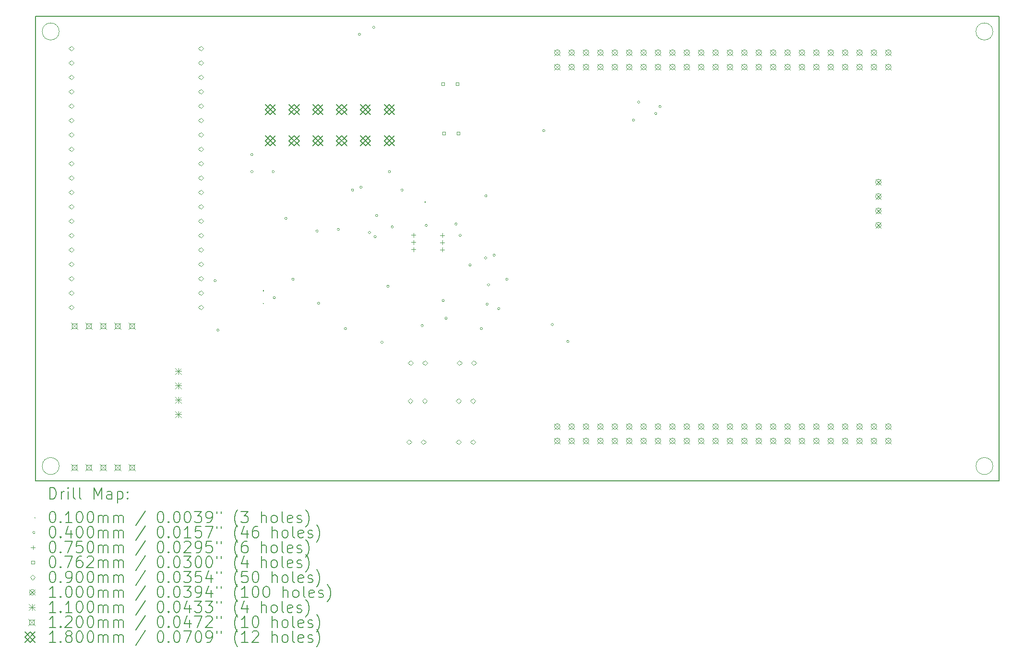
<source format=gbr>
%TF.GenerationSoftware,KiCad,Pcbnew,8.0.0-rc1*%
%TF.CreationDate,2024-05-26T19:18:32+09:00*%
%TF.ProjectId,KDL,4b444c2e-6b69-4636-9164-5f7063625858,rev?*%
%TF.SameCoordinates,PX2a88ac0PY77c8bf0*%
%TF.FileFunction,Drillmap*%
%TF.FilePolarity,Positive*%
%FSLAX45Y45*%
G04 Gerber Fmt 4.5, Leading zero omitted, Abs format (unit mm)*
G04 Created by KiCad (PCBNEW 8.0.0-rc1) date 2024-05-26 19:18:32*
%MOMM*%
%LPD*%
G01*
G04 APERTURE LIST*
%ADD10C,0.050000*%
%ADD11C,0.200000*%
%ADD12C,0.100000*%
%ADD13C,0.110000*%
%ADD14C,0.120000*%
%ADD15C,0.180000*%
G04 APERTURE END LIST*
D10*
X415000Y260000D02*
G75*
G02*
X115000Y260000I-150000J0D01*
G01*
X115000Y260000D02*
G75*
G02*
X415000Y260000I150000J0D01*
G01*
D11*
X0Y8200000D02*
X17000000Y8200000D01*
X17000000Y0D01*
X0Y0D01*
X0Y8200000D01*
D10*
X16890000Y260000D02*
G75*
G02*
X16590000Y260000I-150000J0D01*
G01*
X16590000Y260000D02*
G75*
G02*
X16890000Y260000I150000J0D01*
G01*
X16890000Y7935000D02*
G75*
G02*
X16590000Y7935000I-150000J0D01*
G01*
X16590000Y7935000D02*
G75*
G02*
X16890000Y7935000I150000J0D01*
G01*
X415000Y7935000D02*
G75*
G02*
X115000Y7935000I-150000J0D01*
G01*
X115000Y7935000D02*
G75*
G02*
X415000Y7935000I150000J0D01*
G01*
D11*
D12*
X4010000Y3365000D02*
X4020000Y3355000D01*
X4020000Y3365000D02*
X4010000Y3355000D01*
X4010000Y3140000D02*
X4020000Y3130000D01*
X4020000Y3140000D02*
X4010000Y3130000D01*
X6860000Y4932200D02*
X6870000Y4922200D01*
X6870000Y4932200D02*
X6860000Y4922200D01*
X3185000Y3535000D02*
G75*
G02*
X3145000Y3535000I-20000J0D01*
G01*
X3145000Y3535000D02*
G75*
G02*
X3185000Y3535000I20000J0D01*
G01*
X3235000Y2660280D02*
G75*
G02*
X3195000Y2660280I-20000J0D01*
G01*
X3195000Y2660280D02*
G75*
G02*
X3235000Y2660280I20000J0D01*
G01*
X3833875Y5758875D02*
G75*
G02*
X3793875Y5758875I-20000J0D01*
G01*
X3793875Y5758875D02*
G75*
G02*
X3833875Y5758875I20000J0D01*
G01*
X3835000Y5460280D02*
G75*
G02*
X3795000Y5460280I-20000J0D01*
G01*
X3795000Y5460280D02*
G75*
G02*
X3835000Y5460280I20000J0D01*
G01*
X4210000Y5460280D02*
G75*
G02*
X4170000Y5460280I-20000J0D01*
G01*
X4170000Y5460280D02*
G75*
G02*
X4210000Y5460280I20000J0D01*
G01*
X4229580Y3235000D02*
G75*
G02*
X4189580Y3235000I-20000J0D01*
G01*
X4189580Y3235000D02*
G75*
G02*
X4229580Y3235000I20000J0D01*
G01*
X4435000Y4635280D02*
G75*
G02*
X4395000Y4635280I-20000J0D01*
G01*
X4395000Y4635280D02*
G75*
G02*
X4435000Y4635280I20000J0D01*
G01*
X4560000Y3560000D02*
G75*
G02*
X4520000Y3560000I-20000J0D01*
G01*
X4520000Y3560000D02*
G75*
G02*
X4560000Y3560000I20000J0D01*
G01*
X4985000Y4410000D02*
G75*
G02*
X4945000Y4410000I-20000J0D01*
G01*
X4945000Y4410000D02*
G75*
G02*
X4985000Y4410000I20000J0D01*
G01*
X5010000Y3135000D02*
G75*
G02*
X4970000Y3135000I-20000J0D01*
G01*
X4970000Y3135000D02*
G75*
G02*
X5010000Y3135000I20000J0D01*
G01*
X5360000Y4437780D02*
G75*
G02*
X5320000Y4437780I-20000J0D01*
G01*
X5320000Y4437780D02*
G75*
G02*
X5360000Y4437780I20000J0D01*
G01*
X5485000Y2685280D02*
G75*
G02*
X5445000Y2685280I-20000J0D01*
G01*
X5445000Y2685280D02*
G75*
G02*
X5485000Y2685280I20000J0D01*
G01*
X5610000Y5135000D02*
G75*
G02*
X5570000Y5135000I-20000J0D01*
G01*
X5570000Y5135000D02*
G75*
G02*
X5610000Y5135000I20000J0D01*
G01*
X5735000Y7885280D02*
G75*
G02*
X5695000Y7885280I-20000J0D01*
G01*
X5695000Y7885280D02*
G75*
G02*
X5735000Y7885280I20000J0D01*
G01*
X5760000Y5185000D02*
G75*
G02*
X5720000Y5185000I-20000J0D01*
G01*
X5720000Y5185000D02*
G75*
G02*
X5760000Y5185000I20000J0D01*
G01*
X5910000Y4385000D02*
G75*
G02*
X5870000Y4385000I-20000J0D01*
G01*
X5870000Y4385000D02*
G75*
G02*
X5910000Y4385000I20000J0D01*
G01*
X5985000Y8007780D02*
G75*
G02*
X5945000Y8007780I-20000J0D01*
G01*
X5945000Y8007780D02*
G75*
G02*
X5985000Y8007780I20000J0D01*
G01*
X6010000Y4310000D02*
G75*
G02*
X5970000Y4310000I-20000J0D01*
G01*
X5970000Y4310000D02*
G75*
G02*
X6010000Y4310000I20000J0D01*
G01*
X6034720Y4685280D02*
G75*
G02*
X5994720Y4685280I-20000J0D01*
G01*
X5994720Y4685280D02*
G75*
G02*
X6034720Y4685280I20000J0D01*
G01*
X6130000Y2444700D02*
G75*
G02*
X6090000Y2444700I-20000J0D01*
G01*
X6090000Y2444700D02*
G75*
G02*
X6130000Y2444700I20000J0D01*
G01*
X6235000Y3435000D02*
G75*
G02*
X6195000Y3435000I-20000J0D01*
G01*
X6195000Y3435000D02*
G75*
G02*
X6235000Y3435000I20000J0D01*
G01*
X6260000Y5460280D02*
G75*
G02*
X6220000Y5460280I-20000J0D01*
G01*
X6220000Y5460280D02*
G75*
G02*
X6260000Y5460280I20000J0D01*
G01*
X6310000Y4485000D02*
G75*
G02*
X6270000Y4485000I-20000J0D01*
G01*
X6270000Y4485000D02*
G75*
G02*
X6310000Y4485000I20000J0D01*
G01*
X6485000Y5135000D02*
G75*
G02*
X6445000Y5135000I-20000J0D01*
G01*
X6445000Y5135000D02*
G75*
G02*
X6485000Y5135000I20000J0D01*
G01*
X6840000Y2740280D02*
G75*
G02*
X6800000Y2740280I-20000J0D01*
G01*
X6800000Y2740280D02*
G75*
G02*
X6840000Y2740280I20000J0D01*
G01*
X6910000Y4510000D02*
G75*
G02*
X6870000Y4510000I-20000J0D01*
G01*
X6870000Y4510000D02*
G75*
G02*
X6910000Y4510000I20000J0D01*
G01*
X7210000Y3185280D02*
G75*
G02*
X7170000Y3185280I-20000J0D01*
G01*
X7170000Y3185280D02*
G75*
G02*
X7210000Y3185280I20000J0D01*
G01*
X7260000Y2870280D02*
G75*
G02*
X7220000Y2870280I-20000J0D01*
G01*
X7220000Y2870280D02*
G75*
G02*
X7260000Y2870280I20000J0D01*
G01*
X7435000Y4535280D02*
G75*
G02*
X7395000Y4535280I-20000J0D01*
G01*
X7395000Y4535280D02*
G75*
G02*
X7435000Y4535280I20000J0D01*
G01*
X7510000Y4335280D02*
G75*
G02*
X7470000Y4335280I-20000J0D01*
G01*
X7470000Y4335280D02*
G75*
G02*
X7510000Y4335280I20000J0D01*
G01*
X7685000Y3810000D02*
G75*
G02*
X7645000Y3810000I-20000J0D01*
G01*
X7645000Y3810000D02*
G75*
G02*
X7685000Y3810000I20000J0D01*
G01*
X7885000Y2685280D02*
G75*
G02*
X7845000Y2685280I-20000J0D01*
G01*
X7845000Y2685280D02*
G75*
G02*
X7885000Y2685280I20000J0D01*
G01*
X7959860Y3935140D02*
G75*
G02*
X7919860Y3935140I-20000J0D01*
G01*
X7919860Y3935140D02*
G75*
G02*
X7959860Y3935140I20000J0D01*
G01*
X7964050Y5032780D02*
G75*
G02*
X7924050Y5032780I-20000J0D01*
G01*
X7924050Y5032780D02*
G75*
G02*
X7964050Y5032780I20000J0D01*
G01*
X7985000Y3120280D02*
G75*
G02*
X7945000Y3120280I-20000J0D01*
G01*
X7945000Y3120280D02*
G75*
G02*
X7985000Y3120280I20000J0D01*
G01*
X8010000Y3460280D02*
G75*
G02*
X7970000Y3460280I-20000J0D01*
G01*
X7970000Y3460280D02*
G75*
G02*
X8010000Y3460280I20000J0D01*
G01*
X8110000Y3985280D02*
G75*
G02*
X8070000Y3985280I-20000J0D01*
G01*
X8070000Y3985280D02*
G75*
G02*
X8110000Y3985280I20000J0D01*
G01*
X8190000Y3040280D02*
G75*
G02*
X8150000Y3040280I-20000J0D01*
G01*
X8150000Y3040280D02*
G75*
G02*
X8190000Y3040280I20000J0D01*
G01*
X8335000Y3560000D02*
G75*
G02*
X8295000Y3560000I-20000J0D01*
G01*
X8295000Y3560000D02*
G75*
G02*
X8335000Y3560000I20000J0D01*
G01*
X8985000Y6185280D02*
G75*
G02*
X8945000Y6185280I-20000J0D01*
G01*
X8945000Y6185280D02*
G75*
G02*
X8985000Y6185280I20000J0D01*
G01*
X9135000Y2760000D02*
G75*
G02*
X9095000Y2760000I-20000J0D01*
G01*
X9095000Y2760000D02*
G75*
G02*
X9135000Y2760000I20000J0D01*
G01*
X9410000Y2460280D02*
G75*
G02*
X9370000Y2460280I-20000J0D01*
G01*
X9370000Y2460280D02*
G75*
G02*
X9410000Y2460280I20000J0D01*
G01*
X10570000Y6370280D02*
G75*
G02*
X10530000Y6370280I-20000J0D01*
G01*
X10530000Y6370280D02*
G75*
G02*
X10570000Y6370280I20000J0D01*
G01*
X10658735Y6686545D02*
G75*
G02*
X10618735Y6686545I-20000J0D01*
G01*
X10618735Y6686545D02*
G75*
G02*
X10658735Y6686545I20000J0D01*
G01*
X10962500Y6485280D02*
G75*
G02*
X10922500Y6485280I-20000J0D01*
G01*
X10922500Y6485280D02*
G75*
G02*
X10962500Y6485280I20000J0D01*
G01*
X11035000Y6610280D02*
G75*
G02*
X10995000Y6610280I-20000J0D01*
G01*
X10995000Y6610280D02*
G75*
G02*
X11035000Y6610280I20000J0D01*
G01*
X6666000Y4377780D02*
X6666000Y4302780D01*
X6628500Y4340280D02*
X6703500Y4340280D01*
X6666000Y4250780D02*
X6666000Y4175780D01*
X6628500Y4213280D02*
X6703500Y4213280D01*
X6666000Y4123780D02*
X6666000Y4048780D01*
X6628500Y4086280D02*
X6703500Y4086280D01*
X7176000Y4374780D02*
X7176000Y4299780D01*
X7138500Y4337280D02*
X7213500Y4337280D01*
X7176000Y4247780D02*
X7176000Y4172780D01*
X7138500Y4210280D02*
X7213500Y4210280D01*
X7176000Y4120780D02*
X7176000Y4045780D01*
X7138500Y4083280D02*
X7213500Y4083280D01*
X7212941Y6983059D02*
X7212941Y7036941D01*
X7159059Y7036941D01*
X7159059Y6983059D01*
X7212941Y6983059D01*
X7228441Y6108059D02*
X7228441Y6161941D01*
X7174559Y6161941D01*
X7174559Y6108059D01*
X7228441Y6108059D01*
X7466941Y6983059D02*
X7466941Y7036941D01*
X7413059Y7036941D01*
X7413059Y6983059D01*
X7466941Y6983059D01*
X7482441Y6108059D02*
X7482441Y6161941D01*
X7428559Y6161941D01*
X7428559Y6108059D01*
X7482441Y6108059D01*
X629000Y7592280D02*
X674000Y7637280D01*
X629000Y7682280D01*
X584000Y7637280D01*
X629000Y7592280D01*
X629000Y7338280D02*
X674000Y7383280D01*
X629000Y7428280D01*
X584000Y7383280D01*
X629000Y7338280D01*
X629000Y7084280D02*
X674000Y7129280D01*
X629000Y7174280D01*
X584000Y7129280D01*
X629000Y7084280D01*
X629000Y6830280D02*
X674000Y6875280D01*
X629000Y6920280D01*
X584000Y6875280D01*
X629000Y6830280D01*
X629000Y6576280D02*
X674000Y6621280D01*
X629000Y6666280D01*
X584000Y6621280D01*
X629000Y6576280D01*
X629000Y6322280D02*
X674000Y6367280D01*
X629000Y6412280D01*
X584000Y6367280D01*
X629000Y6322280D01*
X629000Y6068280D02*
X674000Y6113280D01*
X629000Y6158280D01*
X584000Y6113280D01*
X629000Y6068280D01*
X629000Y5814280D02*
X674000Y5859280D01*
X629000Y5904280D01*
X584000Y5859280D01*
X629000Y5814280D01*
X629000Y5560280D02*
X674000Y5605280D01*
X629000Y5650280D01*
X584000Y5605280D01*
X629000Y5560280D01*
X629000Y5306280D02*
X674000Y5351280D01*
X629000Y5396280D01*
X584000Y5351280D01*
X629000Y5306280D01*
X629000Y5052280D02*
X674000Y5097280D01*
X629000Y5142280D01*
X584000Y5097280D01*
X629000Y5052280D01*
X629000Y4798280D02*
X674000Y4843280D01*
X629000Y4888280D01*
X584000Y4843280D01*
X629000Y4798280D01*
X629000Y4544280D02*
X674000Y4589280D01*
X629000Y4634280D01*
X584000Y4589280D01*
X629000Y4544280D01*
X629000Y4290280D02*
X674000Y4335280D01*
X629000Y4380280D01*
X584000Y4335280D01*
X629000Y4290280D01*
X629000Y4036280D02*
X674000Y4081280D01*
X629000Y4126280D01*
X584000Y4081280D01*
X629000Y4036280D01*
X629000Y3782280D02*
X674000Y3827280D01*
X629000Y3872280D01*
X584000Y3827280D01*
X629000Y3782280D01*
X629000Y3528280D02*
X674000Y3573280D01*
X629000Y3618280D01*
X584000Y3573280D01*
X629000Y3528280D01*
X629000Y3274280D02*
X674000Y3319280D01*
X629000Y3364280D01*
X584000Y3319280D01*
X629000Y3274280D01*
X629000Y3020280D02*
X674000Y3065280D01*
X629000Y3110280D01*
X584000Y3065280D01*
X629000Y3020280D01*
X2915000Y7592280D02*
X2960000Y7637280D01*
X2915000Y7682280D01*
X2870000Y7637280D01*
X2915000Y7592280D01*
X2915000Y7338280D02*
X2960000Y7383280D01*
X2915000Y7428280D01*
X2870000Y7383280D01*
X2915000Y7338280D01*
X2915000Y7084280D02*
X2960000Y7129280D01*
X2915000Y7174280D01*
X2870000Y7129280D01*
X2915000Y7084280D01*
X2915000Y6830280D02*
X2960000Y6875280D01*
X2915000Y6920280D01*
X2870000Y6875280D01*
X2915000Y6830280D01*
X2915000Y6576280D02*
X2960000Y6621280D01*
X2915000Y6666280D01*
X2870000Y6621280D01*
X2915000Y6576280D01*
X2915000Y6322280D02*
X2960000Y6367280D01*
X2915000Y6412280D01*
X2870000Y6367280D01*
X2915000Y6322280D01*
X2915000Y6068280D02*
X2960000Y6113280D01*
X2915000Y6158280D01*
X2870000Y6113280D01*
X2915000Y6068280D01*
X2915000Y5814280D02*
X2960000Y5859280D01*
X2915000Y5904280D01*
X2870000Y5859280D01*
X2915000Y5814280D01*
X2915000Y5560280D02*
X2960000Y5605280D01*
X2915000Y5650280D01*
X2870000Y5605280D01*
X2915000Y5560280D01*
X2915000Y5306280D02*
X2960000Y5351280D01*
X2915000Y5396280D01*
X2870000Y5351280D01*
X2915000Y5306280D01*
X2915000Y5052280D02*
X2960000Y5097280D01*
X2915000Y5142280D01*
X2870000Y5097280D01*
X2915000Y5052280D01*
X2915000Y4798280D02*
X2960000Y4843280D01*
X2915000Y4888280D01*
X2870000Y4843280D01*
X2915000Y4798280D01*
X2915000Y4544280D02*
X2960000Y4589280D01*
X2915000Y4634280D01*
X2870000Y4589280D01*
X2915000Y4544280D01*
X2915000Y4290280D02*
X2960000Y4335280D01*
X2915000Y4380280D01*
X2870000Y4335280D01*
X2915000Y4290280D01*
X2915000Y4036280D02*
X2960000Y4081280D01*
X2915000Y4126280D01*
X2870000Y4081280D01*
X2915000Y4036280D01*
X2915000Y3782280D02*
X2960000Y3827280D01*
X2915000Y3872280D01*
X2870000Y3827280D01*
X2915000Y3782280D01*
X2915000Y3528280D02*
X2960000Y3573280D01*
X2915000Y3618280D01*
X2870000Y3573280D01*
X2915000Y3528280D01*
X2915000Y3274280D02*
X2960000Y3319280D01*
X2915000Y3364280D01*
X2870000Y3319280D01*
X2915000Y3274280D01*
X2915000Y3020280D02*
X2960000Y3065280D01*
X2915000Y3110280D01*
X2870000Y3065280D01*
X2915000Y3020280D01*
X6586000Y640000D02*
X6631000Y685000D01*
X6586000Y730000D01*
X6541000Y685000D01*
X6586000Y640000D01*
X6611000Y1365000D02*
X6656000Y1410000D01*
X6611000Y1455000D01*
X6566000Y1410000D01*
X6611000Y1365000D01*
X6616000Y2035280D02*
X6661000Y2080280D01*
X6616000Y2125280D01*
X6571000Y2080280D01*
X6616000Y2035280D01*
X6840000Y640000D02*
X6885000Y685000D01*
X6840000Y730000D01*
X6795000Y685000D01*
X6840000Y640000D01*
X6865000Y1365000D02*
X6910000Y1410000D01*
X6865000Y1455000D01*
X6820000Y1410000D01*
X6865000Y1365000D01*
X6870000Y2035280D02*
X6915000Y2080280D01*
X6870000Y2125280D01*
X6825000Y2080280D01*
X6870000Y2035280D01*
X7461000Y1365000D02*
X7506000Y1410000D01*
X7461000Y1455000D01*
X7416000Y1410000D01*
X7461000Y1365000D01*
X7461000Y640000D02*
X7506000Y685000D01*
X7461000Y730000D01*
X7416000Y685000D01*
X7461000Y640000D01*
X7476000Y2035980D02*
X7521000Y2080980D01*
X7476000Y2125980D01*
X7431000Y2080980D01*
X7476000Y2035980D01*
X7715000Y1365000D02*
X7760000Y1410000D01*
X7715000Y1455000D01*
X7670000Y1410000D01*
X7715000Y1365000D01*
X7715000Y640000D02*
X7760000Y685000D01*
X7715000Y730000D01*
X7670000Y685000D01*
X7715000Y640000D01*
X7730000Y2035980D02*
X7775000Y2080980D01*
X7730000Y2125980D01*
X7685000Y2080980D01*
X7730000Y2035980D01*
X9153900Y7612280D02*
X9253900Y7512280D01*
X9253900Y7612280D02*
X9153900Y7512280D01*
X9253900Y7562280D02*
G75*
G02*
X9153900Y7562280I-50000J0D01*
G01*
X9153900Y7562280D02*
G75*
G02*
X9253900Y7562280I50000J0D01*
G01*
X9153900Y7358280D02*
X9253900Y7258280D01*
X9253900Y7358280D02*
X9153900Y7258280D01*
X9253900Y7308280D02*
G75*
G02*
X9153900Y7308280I-50000J0D01*
G01*
X9153900Y7308280D02*
G75*
G02*
X9253900Y7308280I50000J0D01*
G01*
X9153900Y1008060D02*
X9253900Y908060D01*
X9253900Y1008060D02*
X9153900Y908060D01*
X9253900Y958060D02*
G75*
G02*
X9153900Y958060I-50000J0D01*
G01*
X9153900Y958060D02*
G75*
G02*
X9253900Y958060I50000J0D01*
G01*
X9153900Y754060D02*
X9253900Y654060D01*
X9253900Y754060D02*
X9153900Y654060D01*
X9253900Y704060D02*
G75*
G02*
X9153900Y704060I-50000J0D01*
G01*
X9153900Y704060D02*
G75*
G02*
X9253900Y704060I50000J0D01*
G01*
X9407900Y7612280D02*
X9507900Y7512280D01*
X9507900Y7612280D02*
X9407900Y7512280D01*
X9507900Y7562280D02*
G75*
G02*
X9407900Y7562280I-50000J0D01*
G01*
X9407900Y7562280D02*
G75*
G02*
X9507900Y7562280I50000J0D01*
G01*
X9407900Y7358280D02*
X9507900Y7258280D01*
X9507900Y7358280D02*
X9407900Y7258280D01*
X9507900Y7308280D02*
G75*
G02*
X9407900Y7308280I-50000J0D01*
G01*
X9407900Y7308280D02*
G75*
G02*
X9507900Y7308280I50000J0D01*
G01*
X9407900Y1008060D02*
X9507900Y908060D01*
X9507900Y1008060D02*
X9407900Y908060D01*
X9507900Y958060D02*
G75*
G02*
X9407900Y958060I-50000J0D01*
G01*
X9407900Y958060D02*
G75*
G02*
X9507900Y958060I50000J0D01*
G01*
X9407900Y754060D02*
X9507900Y654060D01*
X9507900Y754060D02*
X9407900Y654060D01*
X9507900Y704060D02*
G75*
G02*
X9407900Y704060I-50000J0D01*
G01*
X9407900Y704060D02*
G75*
G02*
X9507900Y704060I50000J0D01*
G01*
X9661900Y7612280D02*
X9761900Y7512280D01*
X9761900Y7612280D02*
X9661900Y7512280D01*
X9761900Y7562280D02*
G75*
G02*
X9661900Y7562280I-50000J0D01*
G01*
X9661900Y7562280D02*
G75*
G02*
X9761900Y7562280I50000J0D01*
G01*
X9661900Y7358280D02*
X9761900Y7258280D01*
X9761900Y7358280D02*
X9661900Y7258280D01*
X9761900Y7308280D02*
G75*
G02*
X9661900Y7308280I-50000J0D01*
G01*
X9661900Y7308280D02*
G75*
G02*
X9761900Y7308280I50000J0D01*
G01*
X9661900Y1008060D02*
X9761900Y908060D01*
X9761900Y1008060D02*
X9661900Y908060D01*
X9761900Y958060D02*
G75*
G02*
X9661900Y958060I-50000J0D01*
G01*
X9661900Y958060D02*
G75*
G02*
X9761900Y958060I50000J0D01*
G01*
X9661900Y754060D02*
X9761900Y654060D01*
X9761900Y754060D02*
X9661900Y654060D01*
X9761900Y704060D02*
G75*
G02*
X9661900Y704060I-50000J0D01*
G01*
X9661900Y704060D02*
G75*
G02*
X9761900Y704060I50000J0D01*
G01*
X9915900Y7612280D02*
X10015900Y7512280D01*
X10015900Y7612280D02*
X9915900Y7512280D01*
X10015900Y7562280D02*
G75*
G02*
X9915900Y7562280I-50000J0D01*
G01*
X9915900Y7562280D02*
G75*
G02*
X10015900Y7562280I50000J0D01*
G01*
X9915900Y7358280D02*
X10015900Y7258280D01*
X10015900Y7358280D02*
X9915900Y7258280D01*
X10015900Y7308280D02*
G75*
G02*
X9915900Y7308280I-50000J0D01*
G01*
X9915900Y7308280D02*
G75*
G02*
X10015900Y7308280I50000J0D01*
G01*
X9915900Y1008060D02*
X10015900Y908060D01*
X10015900Y1008060D02*
X9915900Y908060D01*
X10015900Y958060D02*
G75*
G02*
X9915900Y958060I-50000J0D01*
G01*
X9915900Y958060D02*
G75*
G02*
X10015900Y958060I50000J0D01*
G01*
X9915900Y754060D02*
X10015900Y654060D01*
X10015900Y754060D02*
X9915900Y654060D01*
X10015900Y704060D02*
G75*
G02*
X9915900Y704060I-50000J0D01*
G01*
X9915900Y704060D02*
G75*
G02*
X10015900Y704060I50000J0D01*
G01*
X10169900Y7612280D02*
X10269900Y7512280D01*
X10269900Y7612280D02*
X10169900Y7512280D01*
X10269900Y7562280D02*
G75*
G02*
X10169900Y7562280I-50000J0D01*
G01*
X10169900Y7562280D02*
G75*
G02*
X10269900Y7562280I50000J0D01*
G01*
X10169900Y7358280D02*
X10269900Y7258280D01*
X10269900Y7358280D02*
X10169900Y7258280D01*
X10269900Y7308280D02*
G75*
G02*
X10169900Y7308280I-50000J0D01*
G01*
X10169900Y7308280D02*
G75*
G02*
X10269900Y7308280I50000J0D01*
G01*
X10169900Y1008060D02*
X10269900Y908060D01*
X10269900Y1008060D02*
X10169900Y908060D01*
X10269900Y958060D02*
G75*
G02*
X10169900Y958060I-50000J0D01*
G01*
X10169900Y958060D02*
G75*
G02*
X10269900Y958060I50000J0D01*
G01*
X10169900Y754060D02*
X10269900Y654060D01*
X10269900Y754060D02*
X10169900Y654060D01*
X10269900Y704060D02*
G75*
G02*
X10169900Y704060I-50000J0D01*
G01*
X10169900Y704060D02*
G75*
G02*
X10269900Y704060I50000J0D01*
G01*
X10423900Y7612280D02*
X10523900Y7512280D01*
X10523900Y7612280D02*
X10423900Y7512280D01*
X10523900Y7562280D02*
G75*
G02*
X10423900Y7562280I-50000J0D01*
G01*
X10423900Y7562280D02*
G75*
G02*
X10523900Y7562280I50000J0D01*
G01*
X10423900Y7358280D02*
X10523900Y7258280D01*
X10523900Y7358280D02*
X10423900Y7258280D01*
X10523900Y7308280D02*
G75*
G02*
X10423900Y7308280I-50000J0D01*
G01*
X10423900Y7308280D02*
G75*
G02*
X10523900Y7308280I50000J0D01*
G01*
X10423900Y1008060D02*
X10523900Y908060D01*
X10523900Y1008060D02*
X10423900Y908060D01*
X10523900Y958060D02*
G75*
G02*
X10423900Y958060I-50000J0D01*
G01*
X10423900Y958060D02*
G75*
G02*
X10523900Y958060I50000J0D01*
G01*
X10423900Y754060D02*
X10523900Y654060D01*
X10523900Y754060D02*
X10423900Y654060D01*
X10523900Y704060D02*
G75*
G02*
X10423900Y704060I-50000J0D01*
G01*
X10423900Y704060D02*
G75*
G02*
X10523900Y704060I50000J0D01*
G01*
X10677900Y7612280D02*
X10777900Y7512280D01*
X10777900Y7612280D02*
X10677900Y7512280D01*
X10777900Y7562280D02*
G75*
G02*
X10677900Y7562280I-50000J0D01*
G01*
X10677900Y7562280D02*
G75*
G02*
X10777900Y7562280I50000J0D01*
G01*
X10677900Y7358280D02*
X10777900Y7258280D01*
X10777900Y7358280D02*
X10677900Y7258280D01*
X10777900Y7308280D02*
G75*
G02*
X10677900Y7308280I-50000J0D01*
G01*
X10677900Y7308280D02*
G75*
G02*
X10777900Y7308280I50000J0D01*
G01*
X10677900Y1008060D02*
X10777900Y908060D01*
X10777900Y1008060D02*
X10677900Y908060D01*
X10777900Y958060D02*
G75*
G02*
X10677900Y958060I-50000J0D01*
G01*
X10677900Y958060D02*
G75*
G02*
X10777900Y958060I50000J0D01*
G01*
X10677900Y754060D02*
X10777900Y654060D01*
X10777900Y754060D02*
X10677900Y654060D01*
X10777900Y704060D02*
G75*
G02*
X10677900Y704060I-50000J0D01*
G01*
X10677900Y704060D02*
G75*
G02*
X10777900Y704060I50000J0D01*
G01*
X10931900Y7612280D02*
X11031900Y7512280D01*
X11031900Y7612280D02*
X10931900Y7512280D01*
X11031900Y7562280D02*
G75*
G02*
X10931900Y7562280I-50000J0D01*
G01*
X10931900Y7562280D02*
G75*
G02*
X11031900Y7562280I50000J0D01*
G01*
X10931900Y7358280D02*
X11031900Y7258280D01*
X11031900Y7358280D02*
X10931900Y7258280D01*
X11031900Y7308280D02*
G75*
G02*
X10931900Y7308280I-50000J0D01*
G01*
X10931900Y7308280D02*
G75*
G02*
X11031900Y7308280I50000J0D01*
G01*
X10931900Y1008060D02*
X11031900Y908060D01*
X11031900Y1008060D02*
X10931900Y908060D01*
X11031900Y958060D02*
G75*
G02*
X10931900Y958060I-50000J0D01*
G01*
X10931900Y958060D02*
G75*
G02*
X11031900Y958060I50000J0D01*
G01*
X10931900Y754060D02*
X11031900Y654060D01*
X11031900Y754060D02*
X10931900Y654060D01*
X11031900Y704060D02*
G75*
G02*
X10931900Y704060I-50000J0D01*
G01*
X10931900Y704060D02*
G75*
G02*
X11031900Y704060I50000J0D01*
G01*
X11185900Y7612280D02*
X11285900Y7512280D01*
X11285900Y7612280D02*
X11185900Y7512280D01*
X11285900Y7562280D02*
G75*
G02*
X11185900Y7562280I-50000J0D01*
G01*
X11185900Y7562280D02*
G75*
G02*
X11285900Y7562280I50000J0D01*
G01*
X11185900Y7358280D02*
X11285900Y7258280D01*
X11285900Y7358280D02*
X11185900Y7258280D01*
X11285900Y7308280D02*
G75*
G02*
X11185900Y7308280I-50000J0D01*
G01*
X11185900Y7308280D02*
G75*
G02*
X11285900Y7308280I50000J0D01*
G01*
X11185900Y1008060D02*
X11285900Y908060D01*
X11285900Y1008060D02*
X11185900Y908060D01*
X11285900Y958060D02*
G75*
G02*
X11185900Y958060I-50000J0D01*
G01*
X11185900Y958060D02*
G75*
G02*
X11285900Y958060I50000J0D01*
G01*
X11185900Y754060D02*
X11285900Y654060D01*
X11285900Y754060D02*
X11185900Y654060D01*
X11285900Y704060D02*
G75*
G02*
X11185900Y704060I-50000J0D01*
G01*
X11185900Y704060D02*
G75*
G02*
X11285900Y704060I50000J0D01*
G01*
X11439900Y7612280D02*
X11539900Y7512280D01*
X11539900Y7612280D02*
X11439900Y7512280D01*
X11539900Y7562280D02*
G75*
G02*
X11439900Y7562280I-50000J0D01*
G01*
X11439900Y7562280D02*
G75*
G02*
X11539900Y7562280I50000J0D01*
G01*
X11439900Y7358280D02*
X11539900Y7258280D01*
X11539900Y7358280D02*
X11439900Y7258280D01*
X11539900Y7308280D02*
G75*
G02*
X11439900Y7308280I-50000J0D01*
G01*
X11439900Y7308280D02*
G75*
G02*
X11539900Y7308280I50000J0D01*
G01*
X11439900Y1008060D02*
X11539900Y908060D01*
X11539900Y1008060D02*
X11439900Y908060D01*
X11539900Y958060D02*
G75*
G02*
X11439900Y958060I-50000J0D01*
G01*
X11439900Y958060D02*
G75*
G02*
X11539900Y958060I50000J0D01*
G01*
X11439900Y754060D02*
X11539900Y654060D01*
X11539900Y754060D02*
X11439900Y654060D01*
X11539900Y704060D02*
G75*
G02*
X11439900Y704060I-50000J0D01*
G01*
X11439900Y704060D02*
G75*
G02*
X11539900Y704060I50000J0D01*
G01*
X11693900Y7612280D02*
X11793900Y7512280D01*
X11793900Y7612280D02*
X11693900Y7512280D01*
X11793900Y7562280D02*
G75*
G02*
X11693900Y7562280I-50000J0D01*
G01*
X11693900Y7562280D02*
G75*
G02*
X11793900Y7562280I50000J0D01*
G01*
X11693900Y7358280D02*
X11793900Y7258280D01*
X11793900Y7358280D02*
X11693900Y7258280D01*
X11793900Y7308280D02*
G75*
G02*
X11693900Y7308280I-50000J0D01*
G01*
X11693900Y7308280D02*
G75*
G02*
X11793900Y7308280I50000J0D01*
G01*
X11693900Y1008060D02*
X11793900Y908060D01*
X11793900Y1008060D02*
X11693900Y908060D01*
X11793900Y958060D02*
G75*
G02*
X11693900Y958060I-50000J0D01*
G01*
X11693900Y958060D02*
G75*
G02*
X11793900Y958060I50000J0D01*
G01*
X11693900Y754060D02*
X11793900Y654060D01*
X11793900Y754060D02*
X11693900Y654060D01*
X11793900Y704060D02*
G75*
G02*
X11693900Y704060I-50000J0D01*
G01*
X11693900Y704060D02*
G75*
G02*
X11793900Y704060I50000J0D01*
G01*
X11947900Y7612280D02*
X12047900Y7512280D01*
X12047900Y7612280D02*
X11947900Y7512280D01*
X12047900Y7562280D02*
G75*
G02*
X11947900Y7562280I-50000J0D01*
G01*
X11947900Y7562280D02*
G75*
G02*
X12047900Y7562280I50000J0D01*
G01*
X11947900Y7358280D02*
X12047900Y7258280D01*
X12047900Y7358280D02*
X11947900Y7258280D01*
X12047900Y7308280D02*
G75*
G02*
X11947900Y7308280I-50000J0D01*
G01*
X11947900Y7308280D02*
G75*
G02*
X12047900Y7308280I50000J0D01*
G01*
X11947900Y1008060D02*
X12047900Y908060D01*
X12047900Y1008060D02*
X11947900Y908060D01*
X12047900Y958060D02*
G75*
G02*
X11947900Y958060I-50000J0D01*
G01*
X11947900Y958060D02*
G75*
G02*
X12047900Y958060I50000J0D01*
G01*
X11947900Y754060D02*
X12047900Y654060D01*
X12047900Y754060D02*
X11947900Y654060D01*
X12047900Y704060D02*
G75*
G02*
X11947900Y704060I-50000J0D01*
G01*
X11947900Y704060D02*
G75*
G02*
X12047900Y704060I50000J0D01*
G01*
X12201900Y7612280D02*
X12301900Y7512280D01*
X12301900Y7612280D02*
X12201900Y7512280D01*
X12301900Y7562280D02*
G75*
G02*
X12201900Y7562280I-50000J0D01*
G01*
X12201900Y7562280D02*
G75*
G02*
X12301900Y7562280I50000J0D01*
G01*
X12201900Y7358280D02*
X12301900Y7258280D01*
X12301900Y7358280D02*
X12201900Y7258280D01*
X12301900Y7308280D02*
G75*
G02*
X12201900Y7308280I-50000J0D01*
G01*
X12201900Y7308280D02*
G75*
G02*
X12301900Y7308280I50000J0D01*
G01*
X12201900Y1008060D02*
X12301900Y908060D01*
X12301900Y1008060D02*
X12201900Y908060D01*
X12301900Y958060D02*
G75*
G02*
X12201900Y958060I-50000J0D01*
G01*
X12201900Y958060D02*
G75*
G02*
X12301900Y958060I50000J0D01*
G01*
X12201900Y754060D02*
X12301900Y654060D01*
X12301900Y754060D02*
X12201900Y654060D01*
X12301900Y704060D02*
G75*
G02*
X12201900Y704060I-50000J0D01*
G01*
X12201900Y704060D02*
G75*
G02*
X12301900Y704060I50000J0D01*
G01*
X12455900Y7612280D02*
X12555900Y7512280D01*
X12555900Y7612280D02*
X12455900Y7512280D01*
X12555900Y7562280D02*
G75*
G02*
X12455900Y7562280I-50000J0D01*
G01*
X12455900Y7562280D02*
G75*
G02*
X12555900Y7562280I50000J0D01*
G01*
X12455900Y7358280D02*
X12555900Y7258280D01*
X12555900Y7358280D02*
X12455900Y7258280D01*
X12555900Y7308280D02*
G75*
G02*
X12455900Y7308280I-50000J0D01*
G01*
X12455900Y7308280D02*
G75*
G02*
X12555900Y7308280I50000J0D01*
G01*
X12455900Y1008060D02*
X12555900Y908060D01*
X12555900Y1008060D02*
X12455900Y908060D01*
X12555900Y958060D02*
G75*
G02*
X12455900Y958060I-50000J0D01*
G01*
X12455900Y958060D02*
G75*
G02*
X12555900Y958060I50000J0D01*
G01*
X12455900Y754060D02*
X12555900Y654060D01*
X12555900Y754060D02*
X12455900Y654060D01*
X12555900Y704060D02*
G75*
G02*
X12455900Y704060I-50000J0D01*
G01*
X12455900Y704060D02*
G75*
G02*
X12555900Y704060I50000J0D01*
G01*
X12709900Y7612280D02*
X12809900Y7512280D01*
X12809900Y7612280D02*
X12709900Y7512280D01*
X12809900Y7562280D02*
G75*
G02*
X12709900Y7562280I-50000J0D01*
G01*
X12709900Y7562280D02*
G75*
G02*
X12809900Y7562280I50000J0D01*
G01*
X12709900Y7358280D02*
X12809900Y7258280D01*
X12809900Y7358280D02*
X12709900Y7258280D01*
X12809900Y7308280D02*
G75*
G02*
X12709900Y7308280I-50000J0D01*
G01*
X12709900Y7308280D02*
G75*
G02*
X12809900Y7308280I50000J0D01*
G01*
X12709900Y1008060D02*
X12809900Y908060D01*
X12809900Y1008060D02*
X12709900Y908060D01*
X12809900Y958060D02*
G75*
G02*
X12709900Y958060I-50000J0D01*
G01*
X12709900Y958060D02*
G75*
G02*
X12809900Y958060I50000J0D01*
G01*
X12709900Y754060D02*
X12809900Y654060D01*
X12809900Y754060D02*
X12709900Y654060D01*
X12809900Y704060D02*
G75*
G02*
X12709900Y704060I-50000J0D01*
G01*
X12709900Y704060D02*
G75*
G02*
X12809900Y704060I50000J0D01*
G01*
X12963900Y7612280D02*
X13063900Y7512280D01*
X13063900Y7612280D02*
X12963900Y7512280D01*
X13063900Y7562280D02*
G75*
G02*
X12963900Y7562280I-50000J0D01*
G01*
X12963900Y7562280D02*
G75*
G02*
X13063900Y7562280I50000J0D01*
G01*
X12963900Y7358280D02*
X13063900Y7258280D01*
X13063900Y7358280D02*
X12963900Y7258280D01*
X13063900Y7308280D02*
G75*
G02*
X12963900Y7308280I-50000J0D01*
G01*
X12963900Y7308280D02*
G75*
G02*
X13063900Y7308280I50000J0D01*
G01*
X12963900Y1008060D02*
X13063900Y908060D01*
X13063900Y1008060D02*
X12963900Y908060D01*
X13063900Y958060D02*
G75*
G02*
X12963900Y958060I-50000J0D01*
G01*
X12963900Y958060D02*
G75*
G02*
X13063900Y958060I50000J0D01*
G01*
X12963900Y754060D02*
X13063900Y654060D01*
X13063900Y754060D02*
X12963900Y654060D01*
X13063900Y704060D02*
G75*
G02*
X12963900Y704060I-50000J0D01*
G01*
X12963900Y704060D02*
G75*
G02*
X13063900Y704060I50000J0D01*
G01*
X13217900Y7612280D02*
X13317900Y7512280D01*
X13317900Y7612280D02*
X13217900Y7512280D01*
X13317900Y7562280D02*
G75*
G02*
X13217900Y7562280I-50000J0D01*
G01*
X13217900Y7562280D02*
G75*
G02*
X13317900Y7562280I50000J0D01*
G01*
X13217900Y7358280D02*
X13317900Y7258280D01*
X13317900Y7358280D02*
X13217900Y7258280D01*
X13317900Y7308280D02*
G75*
G02*
X13217900Y7308280I-50000J0D01*
G01*
X13217900Y7308280D02*
G75*
G02*
X13317900Y7308280I50000J0D01*
G01*
X13217900Y1008060D02*
X13317900Y908060D01*
X13317900Y1008060D02*
X13217900Y908060D01*
X13317900Y958060D02*
G75*
G02*
X13217900Y958060I-50000J0D01*
G01*
X13217900Y958060D02*
G75*
G02*
X13317900Y958060I50000J0D01*
G01*
X13217900Y754060D02*
X13317900Y654060D01*
X13317900Y754060D02*
X13217900Y654060D01*
X13317900Y704060D02*
G75*
G02*
X13217900Y704060I-50000J0D01*
G01*
X13217900Y704060D02*
G75*
G02*
X13317900Y704060I50000J0D01*
G01*
X13471900Y7612280D02*
X13571900Y7512280D01*
X13571900Y7612280D02*
X13471900Y7512280D01*
X13571900Y7562280D02*
G75*
G02*
X13471900Y7562280I-50000J0D01*
G01*
X13471900Y7562280D02*
G75*
G02*
X13571900Y7562280I50000J0D01*
G01*
X13471900Y7358280D02*
X13571900Y7258280D01*
X13571900Y7358280D02*
X13471900Y7258280D01*
X13571900Y7308280D02*
G75*
G02*
X13471900Y7308280I-50000J0D01*
G01*
X13471900Y7308280D02*
G75*
G02*
X13571900Y7308280I50000J0D01*
G01*
X13471900Y1008060D02*
X13571900Y908060D01*
X13571900Y1008060D02*
X13471900Y908060D01*
X13571900Y958060D02*
G75*
G02*
X13471900Y958060I-50000J0D01*
G01*
X13471900Y958060D02*
G75*
G02*
X13571900Y958060I50000J0D01*
G01*
X13471900Y754060D02*
X13571900Y654060D01*
X13571900Y754060D02*
X13471900Y654060D01*
X13571900Y704060D02*
G75*
G02*
X13471900Y704060I-50000J0D01*
G01*
X13471900Y704060D02*
G75*
G02*
X13571900Y704060I50000J0D01*
G01*
X13725900Y7612280D02*
X13825900Y7512280D01*
X13825900Y7612280D02*
X13725900Y7512280D01*
X13825900Y7562280D02*
G75*
G02*
X13725900Y7562280I-50000J0D01*
G01*
X13725900Y7562280D02*
G75*
G02*
X13825900Y7562280I50000J0D01*
G01*
X13725900Y7358280D02*
X13825900Y7258280D01*
X13825900Y7358280D02*
X13725900Y7258280D01*
X13825900Y7308280D02*
G75*
G02*
X13725900Y7308280I-50000J0D01*
G01*
X13725900Y7308280D02*
G75*
G02*
X13825900Y7308280I50000J0D01*
G01*
X13725900Y1008060D02*
X13825900Y908060D01*
X13825900Y1008060D02*
X13725900Y908060D01*
X13825900Y958060D02*
G75*
G02*
X13725900Y958060I-50000J0D01*
G01*
X13725900Y958060D02*
G75*
G02*
X13825900Y958060I50000J0D01*
G01*
X13725900Y754060D02*
X13825900Y654060D01*
X13825900Y754060D02*
X13725900Y654060D01*
X13825900Y704060D02*
G75*
G02*
X13725900Y704060I-50000J0D01*
G01*
X13725900Y704060D02*
G75*
G02*
X13825900Y704060I50000J0D01*
G01*
X13979900Y7612280D02*
X14079900Y7512280D01*
X14079900Y7612280D02*
X13979900Y7512280D01*
X14079900Y7562280D02*
G75*
G02*
X13979900Y7562280I-50000J0D01*
G01*
X13979900Y7562280D02*
G75*
G02*
X14079900Y7562280I50000J0D01*
G01*
X13979900Y7358280D02*
X14079900Y7258280D01*
X14079900Y7358280D02*
X13979900Y7258280D01*
X14079900Y7308280D02*
G75*
G02*
X13979900Y7308280I-50000J0D01*
G01*
X13979900Y7308280D02*
G75*
G02*
X14079900Y7308280I50000J0D01*
G01*
X13979900Y1008060D02*
X14079900Y908060D01*
X14079900Y1008060D02*
X13979900Y908060D01*
X14079900Y958060D02*
G75*
G02*
X13979900Y958060I-50000J0D01*
G01*
X13979900Y958060D02*
G75*
G02*
X14079900Y958060I50000J0D01*
G01*
X13979900Y754060D02*
X14079900Y654060D01*
X14079900Y754060D02*
X13979900Y654060D01*
X14079900Y704060D02*
G75*
G02*
X13979900Y704060I-50000J0D01*
G01*
X13979900Y704060D02*
G75*
G02*
X14079900Y704060I50000J0D01*
G01*
X14233900Y7612280D02*
X14333900Y7512280D01*
X14333900Y7612280D02*
X14233900Y7512280D01*
X14333900Y7562280D02*
G75*
G02*
X14233900Y7562280I-50000J0D01*
G01*
X14233900Y7562280D02*
G75*
G02*
X14333900Y7562280I50000J0D01*
G01*
X14233900Y7358280D02*
X14333900Y7258280D01*
X14333900Y7358280D02*
X14233900Y7258280D01*
X14333900Y7308280D02*
G75*
G02*
X14233900Y7308280I-50000J0D01*
G01*
X14233900Y7308280D02*
G75*
G02*
X14333900Y7308280I50000J0D01*
G01*
X14233900Y1008060D02*
X14333900Y908060D01*
X14333900Y1008060D02*
X14233900Y908060D01*
X14333900Y958060D02*
G75*
G02*
X14233900Y958060I-50000J0D01*
G01*
X14233900Y958060D02*
G75*
G02*
X14333900Y958060I50000J0D01*
G01*
X14233900Y754060D02*
X14333900Y654060D01*
X14333900Y754060D02*
X14233900Y654060D01*
X14333900Y704060D02*
G75*
G02*
X14233900Y704060I-50000J0D01*
G01*
X14233900Y704060D02*
G75*
G02*
X14333900Y704060I50000J0D01*
G01*
X14487900Y7612280D02*
X14587900Y7512280D01*
X14587900Y7612280D02*
X14487900Y7512280D01*
X14587900Y7562280D02*
G75*
G02*
X14487900Y7562280I-50000J0D01*
G01*
X14487900Y7562280D02*
G75*
G02*
X14587900Y7562280I50000J0D01*
G01*
X14487900Y7358280D02*
X14587900Y7258280D01*
X14587900Y7358280D02*
X14487900Y7258280D01*
X14587900Y7308280D02*
G75*
G02*
X14487900Y7308280I-50000J0D01*
G01*
X14487900Y7308280D02*
G75*
G02*
X14587900Y7308280I50000J0D01*
G01*
X14487900Y1008060D02*
X14587900Y908060D01*
X14587900Y1008060D02*
X14487900Y908060D01*
X14587900Y958060D02*
G75*
G02*
X14487900Y958060I-50000J0D01*
G01*
X14487900Y958060D02*
G75*
G02*
X14587900Y958060I50000J0D01*
G01*
X14487900Y754060D02*
X14587900Y654060D01*
X14587900Y754060D02*
X14487900Y654060D01*
X14587900Y704060D02*
G75*
G02*
X14487900Y704060I-50000J0D01*
G01*
X14487900Y704060D02*
G75*
G02*
X14587900Y704060I50000J0D01*
G01*
X14741900Y7612280D02*
X14841900Y7512280D01*
X14841900Y7612280D02*
X14741900Y7512280D01*
X14841900Y7562280D02*
G75*
G02*
X14741900Y7562280I-50000J0D01*
G01*
X14741900Y7562280D02*
G75*
G02*
X14841900Y7562280I50000J0D01*
G01*
X14741900Y7358280D02*
X14841900Y7258280D01*
X14841900Y7358280D02*
X14741900Y7258280D01*
X14841900Y7308280D02*
G75*
G02*
X14741900Y7308280I-50000J0D01*
G01*
X14741900Y7308280D02*
G75*
G02*
X14841900Y7308280I50000J0D01*
G01*
X14741900Y1008060D02*
X14841900Y908060D01*
X14841900Y1008060D02*
X14741900Y908060D01*
X14841900Y958060D02*
G75*
G02*
X14741900Y958060I-50000J0D01*
G01*
X14741900Y958060D02*
G75*
G02*
X14841900Y958060I50000J0D01*
G01*
X14741900Y754060D02*
X14841900Y654060D01*
X14841900Y754060D02*
X14741900Y654060D01*
X14841900Y704060D02*
G75*
G02*
X14741900Y704060I-50000J0D01*
G01*
X14741900Y704060D02*
G75*
G02*
X14841900Y704060I50000J0D01*
G01*
X14818650Y5326280D02*
X14918650Y5226280D01*
X14918650Y5326280D02*
X14818650Y5226280D01*
X14918650Y5276280D02*
G75*
G02*
X14818650Y5276280I-50000J0D01*
G01*
X14818650Y5276280D02*
G75*
G02*
X14918650Y5276280I50000J0D01*
G01*
X14818650Y5072280D02*
X14918650Y4972280D01*
X14918650Y5072280D02*
X14818650Y4972280D01*
X14918650Y5022280D02*
G75*
G02*
X14818650Y5022280I-50000J0D01*
G01*
X14818650Y5022280D02*
G75*
G02*
X14918650Y5022280I50000J0D01*
G01*
X14818650Y4818280D02*
X14918650Y4718280D01*
X14918650Y4818280D02*
X14818650Y4718280D01*
X14918650Y4768280D02*
G75*
G02*
X14818650Y4768280I-50000J0D01*
G01*
X14818650Y4768280D02*
G75*
G02*
X14918650Y4768280I50000J0D01*
G01*
X14818650Y4564280D02*
X14918650Y4464280D01*
X14918650Y4564280D02*
X14818650Y4464280D01*
X14918650Y4514280D02*
G75*
G02*
X14818650Y4514280I-50000J0D01*
G01*
X14818650Y4514280D02*
G75*
G02*
X14918650Y4514280I50000J0D01*
G01*
X14995900Y7612280D02*
X15095900Y7512280D01*
X15095900Y7612280D02*
X14995900Y7512280D01*
X15095900Y7562280D02*
G75*
G02*
X14995900Y7562280I-50000J0D01*
G01*
X14995900Y7562280D02*
G75*
G02*
X15095900Y7562280I50000J0D01*
G01*
X14995900Y7358280D02*
X15095900Y7258280D01*
X15095900Y7358280D02*
X14995900Y7258280D01*
X15095900Y7308280D02*
G75*
G02*
X14995900Y7308280I-50000J0D01*
G01*
X14995900Y7308280D02*
G75*
G02*
X15095900Y7308280I50000J0D01*
G01*
X14995900Y1008060D02*
X15095900Y908060D01*
X15095900Y1008060D02*
X14995900Y908060D01*
X15095900Y958060D02*
G75*
G02*
X14995900Y958060I-50000J0D01*
G01*
X14995900Y958060D02*
G75*
G02*
X15095900Y958060I50000J0D01*
G01*
X14995900Y754060D02*
X15095900Y654060D01*
X15095900Y754060D02*
X14995900Y654060D01*
X15095900Y704060D02*
G75*
G02*
X14995900Y704060I-50000J0D01*
G01*
X14995900Y704060D02*
G75*
G02*
X15095900Y704060I50000J0D01*
G01*
D13*
X2464600Y1990760D02*
X2574600Y1880760D01*
X2574600Y1990760D02*
X2464600Y1880760D01*
X2519600Y1990760D02*
X2519600Y1880760D01*
X2464600Y1935760D02*
X2574600Y1935760D01*
X2464600Y1736760D02*
X2574600Y1626760D01*
X2574600Y1736760D02*
X2464600Y1626760D01*
X2519600Y1736760D02*
X2519600Y1626760D01*
X2464600Y1681760D02*
X2574600Y1681760D01*
X2464600Y1482760D02*
X2574600Y1372760D01*
X2574600Y1482760D02*
X2464600Y1372760D01*
X2519600Y1482760D02*
X2519600Y1372760D01*
X2464600Y1427760D02*
X2574600Y1427760D01*
X2464600Y1228760D02*
X2574600Y1118760D01*
X2574600Y1228760D02*
X2464600Y1118760D01*
X2519600Y1228760D02*
X2519600Y1118760D01*
X2464600Y1173760D02*
X2574600Y1173760D01*
D14*
X624300Y2793080D02*
X744300Y2673080D01*
X744300Y2793080D02*
X624300Y2673080D01*
X726727Y2690653D02*
X726727Y2775507D01*
X641873Y2775507D01*
X641873Y2690653D01*
X726727Y2690653D01*
X624300Y293080D02*
X744300Y173080D01*
X744300Y293080D02*
X624300Y173080D01*
X726727Y190653D02*
X726727Y275507D01*
X641873Y275507D01*
X641873Y190653D01*
X726727Y190653D01*
X878300Y2793080D02*
X998300Y2673080D01*
X998300Y2793080D02*
X878300Y2673080D01*
X980727Y2690653D02*
X980727Y2775507D01*
X895873Y2775507D01*
X895873Y2690653D01*
X980727Y2690653D01*
X878300Y293080D02*
X998300Y173080D01*
X998300Y293080D02*
X878300Y173080D01*
X980727Y190653D02*
X980727Y275507D01*
X895873Y275507D01*
X895873Y190653D01*
X980727Y190653D01*
X1132300Y2793080D02*
X1252300Y2673080D01*
X1252300Y2793080D02*
X1132300Y2673080D01*
X1234727Y2690653D02*
X1234727Y2775507D01*
X1149873Y2775507D01*
X1149873Y2690653D01*
X1234727Y2690653D01*
X1132300Y293080D02*
X1252300Y173080D01*
X1252300Y293080D02*
X1132300Y173080D01*
X1234727Y190653D02*
X1234727Y275507D01*
X1149873Y275507D01*
X1149873Y190653D01*
X1234727Y190653D01*
X1386300Y2793080D02*
X1506300Y2673080D01*
X1506300Y2793080D02*
X1386300Y2673080D01*
X1488727Y2690653D02*
X1488727Y2775507D01*
X1403873Y2775507D01*
X1403873Y2690653D01*
X1488727Y2690653D01*
X1386300Y293080D02*
X1506300Y173080D01*
X1506300Y293080D02*
X1386300Y173080D01*
X1488727Y190653D02*
X1488727Y275507D01*
X1403873Y275507D01*
X1403873Y190653D01*
X1488727Y190653D01*
X1640300Y2793080D02*
X1760300Y2673080D01*
X1760300Y2793080D02*
X1640300Y2673080D01*
X1742727Y2690653D02*
X1742727Y2775507D01*
X1657873Y2775507D01*
X1657873Y2690653D01*
X1742727Y2690653D01*
X1640300Y293080D02*
X1760300Y173080D01*
X1760300Y293080D02*
X1640300Y173080D01*
X1742727Y190653D02*
X1742727Y275507D01*
X1657873Y275507D01*
X1657873Y190653D01*
X1742727Y190653D01*
D15*
X4050004Y6645000D02*
X4230004Y6465000D01*
X4230004Y6645000D02*
X4050004Y6465000D01*
X4140004Y6465000D02*
X4230004Y6555000D01*
X4140004Y6645000D01*
X4050004Y6555000D01*
X4140004Y6465000D01*
X4050004Y6095000D02*
X4230004Y5915000D01*
X4230004Y6095000D02*
X4050004Y5915000D01*
X4140004Y5915000D02*
X4230004Y6005000D01*
X4140004Y6095000D01*
X4050004Y6005000D01*
X4140004Y5915000D01*
X4470004Y6645000D02*
X4650004Y6465000D01*
X4650004Y6645000D02*
X4470004Y6465000D01*
X4560004Y6465000D02*
X4650004Y6555000D01*
X4560004Y6645000D01*
X4470004Y6555000D01*
X4560004Y6465000D01*
X4470004Y6095000D02*
X4650004Y5915000D01*
X4650004Y6095000D02*
X4470004Y5915000D01*
X4560004Y5915000D02*
X4650004Y6005000D01*
X4560004Y6095000D01*
X4470004Y6005000D01*
X4560004Y5915000D01*
X4890004Y6645000D02*
X5070004Y6465000D01*
X5070004Y6645000D02*
X4890004Y6465000D01*
X4980004Y6465000D02*
X5070004Y6555000D01*
X4980004Y6645000D01*
X4890004Y6555000D01*
X4980004Y6465000D01*
X4890004Y6095000D02*
X5070004Y5915000D01*
X5070004Y6095000D02*
X4890004Y5915000D01*
X4980004Y5915000D02*
X5070004Y6005000D01*
X4980004Y6095000D01*
X4890004Y6005000D01*
X4980004Y5915000D01*
X5310004Y6645000D02*
X5490004Y6465000D01*
X5490004Y6645000D02*
X5310004Y6465000D01*
X5400004Y6465000D02*
X5490004Y6555000D01*
X5400004Y6645000D01*
X5310004Y6555000D01*
X5400004Y6465000D01*
X5310004Y6095000D02*
X5490004Y5915000D01*
X5490004Y6095000D02*
X5310004Y5915000D01*
X5400004Y5915000D02*
X5490004Y6005000D01*
X5400004Y6095000D01*
X5310004Y6005000D01*
X5400004Y5915000D01*
X5730004Y6645000D02*
X5910004Y6465000D01*
X5910004Y6645000D02*
X5730004Y6465000D01*
X5820004Y6465000D02*
X5910004Y6555000D01*
X5820004Y6645000D01*
X5730004Y6555000D01*
X5820004Y6465000D01*
X5730004Y6095000D02*
X5910004Y5915000D01*
X5910004Y6095000D02*
X5730004Y5915000D01*
X5820004Y5915000D02*
X5910004Y6005000D01*
X5820004Y6095000D01*
X5730004Y6005000D01*
X5820004Y5915000D01*
X6150004Y6645000D02*
X6330004Y6465000D01*
X6330004Y6645000D02*
X6150004Y6465000D01*
X6240004Y6465000D02*
X6330004Y6555000D01*
X6240004Y6645000D01*
X6150004Y6555000D01*
X6240004Y6465000D01*
X6150004Y6095000D02*
X6330004Y5915000D01*
X6330004Y6095000D02*
X6150004Y5915000D01*
X6240004Y5915000D02*
X6330004Y6005000D01*
X6240004Y6095000D01*
X6150004Y6005000D01*
X6240004Y5915000D01*
D11*
X250777Y-321484D02*
X250777Y-121484D01*
X250777Y-121484D02*
X298396Y-121484D01*
X298396Y-121484D02*
X326967Y-131008D01*
X326967Y-131008D02*
X346015Y-150055D01*
X346015Y-150055D02*
X355539Y-169103D01*
X355539Y-169103D02*
X365062Y-207198D01*
X365062Y-207198D02*
X365062Y-235769D01*
X365062Y-235769D02*
X355539Y-273865D01*
X355539Y-273865D02*
X346015Y-292912D01*
X346015Y-292912D02*
X326967Y-311960D01*
X326967Y-311960D02*
X298396Y-321484D01*
X298396Y-321484D02*
X250777Y-321484D01*
X450777Y-321484D02*
X450777Y-188150D01*
X450777Y-226246D02*
X460301Y-207198D01*
X460301Y-207198D02*
X469824Y-197674D01*
X469824Y-197674D02*
X488872Y-188150D01*
X488872Y-188150D02*
X507920Y-188150D01*
X574586Y-321484D02*
X574586Y-188150D01*
X574586Y-121484D02*
X565063Y-131008D01*
X565063Y-131008D02*
X574586Y-140531D01*
X574586Y-140531D02*
X584110Y-131008D01*
X584110Y-131008D02*
X574586Y-121484D01*
X574586Y-121484D02*
X574586Y-140531D01*
X698396Y-321484D02*
X679348Y-311960D01*
X679348Y-311960D02*
X669824Y-292912D01*
X669824Y-292912D02*
X669824Y-121484D01*
X803158Y-321484D02*
X784110Y-311960D01*
X784110Y-311960D02*
X774586Y-292912D01*
X774586Y-292912D02*
X774586Y-121484D01*
X1031729Y-321484D02*
X1031729Y-121484D01*
X1031729Y-121484D02*
X1098396Y-264341D01*
X1098396Y-264341D02*
X1165063Y-121484D01*
X1165063Y-121484D02*
X1165063Y-321484D01*
X1346015Y-321484D02*
X1346015Y-216722D01*
X1346015Y-216722D02*
X1336491Y-197674D01*
X1336491Y-197674D02*
X1317444Y-188150D01*
X1317444Y-188150D02*
X1279348Y-188150D01*
X1279348Y-188150D02*
X1260301Y-197674D01*
X1346015Y-311960D02*
X1326967Y-321484D01*
X1326967Y-321484D02*
X1279348Y-321484D01*
X1279348Y-321484D02*
X1260301Y-311960D01*
X1260301Y-311960D02*
X1250777Y-292912D01*
X1250777Y-292912D02*
X1250777Y-273865D01*
X1250777Y-273865D02*
X1260301Y-254817D01*
X1260301Y-254817D02*
X1279348Y-245293D01*
X1279348Y-245293D02*
X1326967Y-245293D01*
X1326967Y-245293D02*
X1346015Y-235769D01*
X1441253Y-188150D02*
X1441253Y-388150D01*
X1441253Y-197674D02*
X1460301Y-188150D01*
X1460301Y-188150D02*
X1498396Y-188150D01*
X1498396Y-188150D02*
X1517443Y-197674D01*
X1517443Y-197674D02*
X1526967Y-207198D01*
X1526967Y-207198D02*
X1536491Y-226246D01*
X1536491Y-226246D02*
X1536491Y-283389D01*
X1536491Y-283389D02*
X1526967Y-302436D01*
X1526967Y-302436D02*
X1517443Y-311960D01*
X1517443Y-311960D02*
X1498396Y-321484D01*
X1498396Y-321484D02*
X1460301Y-321484D01*
X1460301Y-321484D02*
X1441253Y-311960D01*
X1622205Y-302436D02*
X1631729Y-311960D01*
X1631729Y-311960D02*
X1622205Y-321484D01*
X1622205Y-321484D02*
X1612682Y-311960D01*
X1612682Y-311960D02*
X1622205Y-302436D01*
X1622205Y-302436D02*
X1622205Y-321484D01*
X1622205Y-197674D02*
X1631729Y-207198D01*
X1631729Y-207198D02*
X1622205Y-216722D01*
X1622205Y-216722D02*
X1612682Y-207198D01*
X1612682Y-207198D02*
X1622205Y-197674D01*
X1622205Y-197674D02*
X1622205Y-216722D01*
D12*
X-20000Y-645000D02*
X-10000Y-655000D01*
X-10000Y-645000D02*
X-20000Y-655000D01*
D11*
X288872Y-541484D02*
X307920Y-541484D01*
X307920Y-541484D02*
X326967Y-551008D01*
X326967Y-551008D02*
X336491Y-560531D01*
X336491Y-560531D02*
X346015Y-579579D01*
X346015Y-579579D02*
X355539Y-617674D01*
X355539Y-617674D02*
X355539Y-665293D01*
X355539Y-665293D02*
X346015Y-703388D01*
X346015Y-703388D02*
X336491Y-722436D01*
X336491Y-722436D02*
X326967Y-731960D01*
X326967Y-731960D02*
X307920Y-741484D01*
X307920Y-741484D02*
X288872Y-741484D01*
X288872Y-741484D02*
X269824Y-731960D01*
X269824Y-731960D02*
X260301Y-722436D01*
X260301Y-722436D02*
X250777Y-703388D01*
X250777Y-703388D02*
X241253Y-665293D01*
X241253Y-665293D02*
X241253Y-617674D01*
X241253Y-617674D02*
X250777Y-579579D01*
X250777Y-579579D02*
X260301Y-560531D01*
X260301Y-560531D02*
X269824Y-551008D01*
X269824Y-551008D02*
X288872Y-541484D01*
X441253Y-722436D02*
X450777Y-731960D01*
X450777Y-731960D02*
X441253Y-741484D01*
X441253Y-741484D02*
X431729Y-731960D01*
X431729Y-731960D02*
X441253Y-722436D01*
X441253Y-722436D02*
X441253Y-741484D01*
X641253Y-741484D02*
X526967Y-741484D01*
X584110Y-741484D02*
X584110Y-541484D01*
X584110Y-541484D02*
X565063Y-570055D01*
X565063Y-570055D02*
X546015Y-589103D01*
X546015Y-589103D02*
X526967Y-598627D01*
X765062Y-541484D02*
X784110Y-541484D01*
X784110Y-541484D02*
X803158Y-551008D01*
X803158Y-551008D02*
X812682Y-560531D01*
X812682Y-560531D02*
X822205Y-579579D01*
X822205Y-579579D02*
X831729Y-617674D01*
X831729Y-617674D02*
X831729Y-665293D01*
X831729Y-665293D02*
X822205Y-703388D01*
X822205Y-703388D02*
X812682Y-722436D01*
X812682Y-722436D02*
X803158Y-731960D01*
X803158Y-731960D02*
X784110Y-741484D01*
X784110Y-741484D02*
X765062Y-741484D01*
X765062Y-741484D02*
X746015Y-731960D01*
X746015Y-731960D02*
X736491Y-722436D01*
X736491Y-722436D02*
X726967Y-703388D01*
X726967Y-703388D02*
X717443Y-665293D01*
X717443Y-665293D02*
X717443Y-617674D01*
X717443Y-617674D02*
X726967Y-579579D01*
X726967Y-579579D02*
X736491Y-560531D01*
X736491Y-560531D02*
X746015Y-551008D01*
X746015Y-551008D02*
X765062Y-541484D01*
X955539Y-541484D02*
X974586Y-541484D01*
X974586Y-541484D02*
X993634Y-551008D01*
X993634Y-551008D02*
X1003158Y-560531D01*
X1003158Y-560531D02*
X1012682Y-579579D01*
X1012682Y-579579D02*
X1022205Y-617674D01*
X1022205Y-617674D02*
X1022205Y-665293D01*
X1022205Y-665293D02*
X1012682Y-703388D01*
X1012682Y-703388D02*
X1003158Y-722436D01*
X1003158Y-722436D02*
X993634Y-731960D01*
X993634Y-731960D02*
X974586Y-741484D01*
X974586Y-741484D02*
X955539Y-741484D01*
X955539Y-741484D02*
X936491Y-731960D01*
X936491Y-731960D02*
X926967Y-722436D01*
X926967Y-722436D02*
X917443Y-703388D01*
X917443Y-703388D02*
X907920Y-665293D01*
X907920Y-665293D02*
X907920Y-617674D01*
X907920Y-617674D02*
X917443Y-579579D01*
X917443Y-579579D02*
X926967Y-560531D01*
X926967Y-560531D02*
X936491Y-551008D01*
X936491Y-551008D02*
X955539Y-541484D01*
X1107920Y-741484D02*
X1107920Y-608150D01*
X1107920Y-627198D02*
X1117444Y-617674D01*
X1117444Y-617674D02*
X1136491Y-608150D01*
X1136491Y-608150D02*
X1165063Y-608150D01*
X1165063Y-608150D02*
X1184110Y-617674D01*
X1184110Y-617674D02*
X1193634Y-636722D01*
X1193634Y-636722D02*
X1193634Y-741484D01*
X1193634Y-636722D02*
X1203158Y-617674D01*
X1203158Y-617674D02*
X1222205Y-608150D01*
X1222205Y-608150D02*
X1250777Y-608150D01*
X1250777Y-608150D02*
X1269825Y-617674D01*
X1269825Y-617674D02*
X1279348Y-636722D01*
X1279348Y-636722D02*
X1279348Y-741484D01*
X1374586Y-741484D02*
X1374586Y-608150D01*
X1374586Y-627198D02*
X1384110Y-617674D01*
X1384110Y-617674D02*
X1403158Y-608150D01*
X1403158Y-608150D02*
X1431729Y-608150D01*
X1431729Y-608150D02*
X1450777Y-617674D01*
X1450777Y-617674D02*
X1460301Y-636722D01*
X1460301Y-636722D02*
X1460301Y-741484D01*
X1460301Y-636722D02*
X1469824Y-617674D01*
X1469824Y-617674D02*
X1488872Y-608150D01*
X1488872Y-608150D02*
X1517443Y-608150D01*
X1517443Y-608150D02*
X1536491Y-617674D01*
X1536491Y-617674D02*
X1546015Y-636722D01*
X1546015Y-636722D02*
X1546015Y-741484D01*
X1936491Y-531960D02*
X1765063Y-789103D01*
X2193634Y-541484D02*
X2212682Y-541484D01*
X2212682Y-541484D02*
X2231729Y-551008D01*
X2231729Y-551008D02*
X2241253Y-560531D01*
X2241253Y-560531D02*
X2250777Y-579579D01*
X2250777Y-579579D02*
X2260301Y-617674D01*
X2260301Y-617674D02*
X2260301Y-665293D01*
X2260301Y-665293D02*
X2250777Y-703388D01*
X2250777Y-703388D02*
X2241253Y-722436D01*
X2241253Y-722436D02*
X2231729Y-731960D01*
X2231729Y-731960D02*
X2212682Y-741484D01*
X2212682Y-741484D02*
X2193634Y-741484D01*
X2193634Y-741484D02*
X2174587Y-731960D01*
X2174587Y-731960D02*
X2165063Y-722436D01*
X2165063Y-722436D02*
X2155539Y-703388D01*
X2155539Y-703388D02*
X2146015Y-665293D01*
X2146015Y-665293D02*
X2146015Y-617674D01*
X2146015Y-617674D02*
X2155539Y-579579D01*
X2155539Y-579579D02*
X2165063Y-560531D01*
X2165063Y-560531D02*
X2174587Y-551008D01*
X2174587Y-551008D02*
X2193634Y-541484D01*
X2346015Y-722436D02*
X2355539Y-731960D01*
X2355539Y-731960D02*
X2346015Y-741484D01*
X2346015Y-741484D02*
X2336491Y-731960D01*
X2336491Y-731960D02*
X2346015Y-722436D01*
X2346015Y-722436D02*
X2346015Y-741484D01*
X2479348Y-541484D02*
X2498396Y-541484D01*
X2498396Y-541484D02*
X2517444Y-551008D01*
X2517444Y-551008D02*
X2526968Y-560531D01*
X2526968Y-560531D02*
X2536491Y-579579D01*
X2536491Y-579579D02*
X2546015Y-617674D01*
X2546015Y-617674D02*
X2546015Y-665293D01*
X2546015Y-665293D02*
X2536491Y-703388D01*
X2536491Y-703388D02*
X2526968Y-722436D01*
X2526968Y-722436D02*
X2517444Y-731960D01*
X2517444Y-731960D02*
X2498396Y-741484D01*
X2498396Y-741484D02*
X2479348Y-741484D01*
X2479348Y-741484D02*
X2460301Y-731960D01*
X2460301Y-731960D02*
X2450777Y-722436D01*
X2450777Y-722436D02*
X2441253Y-703388D01*
X2441253Y-703388D02*
X2431729Y-665293D01*
X2431729Y-665293D02*
X2431729Y-617674D01*
X2431729Y-617674D02*
X2441253Y-579579D01*
X2441253Y-579579D02*
X2450777Y-560531D01*
X2450777Y-560531D02*
X2460301Y-551008D01*
X2460301Y-551008D02*
X2479348Y-541484D01*
X2669825Y-541484D02*
X2688872Y-541484D01*
X2688872Y-541484D02*
X2707920Y-551008D01*
X2707920Y-551008D02*
X2717444Y-560531D01*
X2717444Y-560531D02*
X2726968Y-579579D01*
X2726968Y-579579D02*
X2736491Y-617674D01*
X2736491Y-617674D02*
X2736491Y-665293D01*
X2736491Y-665293D02*
X2726968Y-703388D01*
X2726968Y-703388D02*
X2717444Y-722436D01*
X2717444Y-722436D02*
X2707920Y-731960D01*
X2707920Y-731960D02*
X2688872Y-741484D01*
X2688872Y-741484D02*
X2669825Y-741484D01*
X2669825Y-741484D02*
X2650777Y-731960D01*
X2650777Y-731960D02*
X2641253Y-722436D01*
X2641253Y-722436D02*
X2631729Y-703388D01*
X2631729Y-703388D02*
X2622206Y-665293D01*
X2622206Y-665293D02*
X2622206Y-617674D01*
X2622206Y-617674D02*
X2631729Y-579579D01*
X2631729Y-579579D02*
X2641253Y-560531D01*
X2641253Y-560531D02*
X2650777Y-551008D01*
X2650777Y-551008D02*
X2669825Y-541484D01*
X2803158Y-541484D02*
X2926967Y-541484D01*
X2926967Y-541484D02*
X2860301Y-617674D01*
X2860301Y-617674D02*
X2888872Y-617674D01*
X2888872Y-617674D02*
X2907920Y-627198D01*
X2907920Y-627198D02*
X2917444Y-636722D01*
X2917444Y-636722D02*
X2926967Y-655770D01*
X2926967Y-655770D02*
X2926967Y-703388D01*
X2926967Y-703388D02*
X2917444Y-722436D01*
X2917444Y-722436D02*
X2907920Y-731960D01*
X2907920Y-731960D02*
X2888872Y-741484D01*
X2888872Y-741484D02*
X2831729Y-741484D01*
X2831729Y-741484D02*
X2812682Y-731960D01*
X2812682Y-731960D02*
X2803158Y-722436D01*
X3022206Y-741484D02*
X3060301Y-741484D01*
X3060301Y-741484D02*
X3079348Y-731960D01*
X3079348Y-731960D02*
X3088872Y-722436D01*
X3088872Y-722436D02*
X3107920Y-693865D01*
X3107920Y-693865D02*
X3117444Y-655770D01*
X3117444Y-655770D02*
X3117444Y-579579D01*
X3117444Y-579579D02*
X3107920Y-560531D01*
X3107920Y-560531D02*
X3098396Y-551008D01*
X3098396Y-551008D02*
X3079348Y-541484D01*
X3079348Y-541484D02*
X3041253Y-541484D01*
X3041253Y-541484D02*
X3022206Y-551008D01*
X3022206Y-551008D02*
X3012682Y-560531D01*
X3012682Y-560531D02*
X3003158Y-579579D01*
X3003158Y-579579D02*
X3003158Y-627198D01*
X3003158Y-627198D02*
X3012682Y-646246D01*
X3012682Y-646246D02*
X3022206Y-655770D01*
X3022206Y-655770D02*
X3041253Y-665293D01*
X3041253Y-665293D02*
X3079348Y-665293D01*
X3079348Y-665293D02*
X3098396Y-655770D01*
X3098396Y-655770D02*
X3107920Y-646246D01*
X3107920Y-646246D02*
X3117444Y-627198D01*
X3193634Y-541484D02*
X3193634Y-579579D01*
X3269825Y-541484D02*
X3269825Y-579579D01*
X3565063Y-817674D02*
X3555539Y-808150D01*
X3555539Y-808150D02*
X3536491Y-779579D01*
X3536491Y-779579D02*
X3526968Y-760531D01*
X3526968Y-760531D02*
X3517444Y-731960D01*
X3517444Y-731960D02*
X3507920Y-684341D01*
X3507920Y-684341D02*
X3507920Y-646246D01*
X3507920Y-646246D02*
X3517444Y-598627D01*
X3517444Y-598627D02*
X3526968Y-570055D01*
X3526968Y-570055D02*
X3536491Y-551008D01*
X3536491Y-551008D02*
X3555539Y-522436D01*
X3555539Y-522436D02*
X3565063Y-512912D01*
X3622206Y-541484D02*
X3746015Y-541484D01*
X3746015Y-541484D02*
X3679348Y-617674D01*
X3679348Y-617674D02*
X3707920Y-617674D01*
X3707920Y-617674D02*
X3726968Y-627198D01*
X3726968Y-627198D02*
X3736491Y-636722D01*
X3736491Y-636722D02*
X3746015Y-655770D01*
X3746015Y-655770D02*
X3746015Y-703388D01*
X3746015Y-703388D02*
X3736491Y-722436D01*
X3736491Y-722436D02*
X3726968Y-731960D01*
X3726968Y-731960D02*
X3707920Y-741484D01*
X3707920Y-741484D02*
X3650777Y-741484D01*
X3650777Y-741484D02*
X3631729Y-731960D01*
X3631729Y-731960D02*
X3622206Y-722436D01*
X3984110Y-741484D02*
X3984110Y-541484D01*
X4069825Y-741484D02*
X4069825Y-636722D01*
X4069825Y-636722D02*
X4060301Y-617674D01*
X4060301Y-617674D02*
X4041253Y-608150D01*
X4041253Y-608150D02*
X4012682Y-608150D01*
X4012682Y-608150D02*
X3993634Y-617674D01*
X3993634Y-617674D02*
X3984110Y-627198D01*
X4193634Y-741484D02*
X4174587Y-731960D01*
X4174587Y-731960D02*
X4165063Y-722436D01*
X4165063Y-722436D02*
X4155539Y-703388D01*
X4155539Y-703388D02*
X4155539Y-646246D01*
X4155539Y-646246D02*
X4165063Y-627198D01*
X4165063Y-627198D02*
X4174587Y-617674D01*
X4174587Y-617674D02*
X4193634Y-608150D01*
X4193634Y-608150D02*
X4222206Y-608150D01*
X4222206Y-608150D02*
X4241253Y-617674D01*
X4241253Y-617674D02*
X4250777Y-627198D01*
X4250777Y-627198D02*
X4260301Y-646246D01*
X4260301Y-646246D02*
X4260301Y-703388D01*
X4260301Y-703388D02*
X4250777Y-722436D01*
X4250777Y-722436D02*
X4241253Y-731960D01*
X4241253Y-731960D02*
X4222206Y-741484D01*
X4222206Y-741484D02*
X4193634Y-741484D01*
X4374587Y-741484D02*
X4355539Y-731960D01*
X4355539Y-731960D02*
X4346015Y-712912D01*
X4346015Y-712912D02*
X4346015Y-541484D01*
X4526968Y-731960D02*
X4507920Y-741484D01*
X4507920Y-741484D02*
X4469825Y-741484D01*
X4469825Y-741484D02*
X4450777Y-731960D01*
X4450777Y-731960D02*
X4441253Y-712912D01*
X4441253Y-712912D02*
X4441253Y-636722D01*
X4441253Y-636722D02*
X4450777Y-617674D01*
X4450777Y-617674D02*
X4469825Y-608150D01*
X4469825Y-608150D02*
X4507920Y-608150D01*
X4507920Y-608150D02*
X4526968Y-617674D01*
X4526968Y-617674D02*
X4536492Y-636722D01*
X4536492Y-636722D02*
X4536492Y-655770D01*
X4536492Y-655770D02*
X4441253Y-674817D01*
X4612682Y-731960D02*
X4631730Y-741484D01*
X4631730Y-741484D02*
X4669825Y-741484D01*
X4669825Y-741484D02*
X4688873Y-731960D01*
X4688873Y-731960D02*
X4698396Y-712912D01*
X4698396Y-712912D02*
X4698396Y-703388D01*
X4698396Y-703388D02*
X4688873Y-684341D01*
X4688873Y-684341D02*
X4669825Y-674817D01*
X4669825Y-674817D02*
X4641253Y-674817D01*
X4641253Y-674817D02*
X4622206Y-665293D01*
X4622206Y-665293D02*
X4612682Y-646246D01*
X4612682Y-646246D02*
X4612682Y-636722D01*
X4612682Y-636722D02*
X4622206Y-617674D01*
X4622206Y-617674D02*
X4641253Y-608150D01*
X4641253Y-608150D02*
X4669825Y-608150D01*
X4669825Y-608150D02*
X4688873Y-617674D01*
X4765063Y-817674D02*
X4774587Y-808150D01*
X4774587Y-808150D02*
X4793634Y-779579D01*
X4793634Y-779579D02*
X4803158Y-760531D01*
X4803158Y-760531D02*
X4812682Y-731960D01*
X4812682Y-731960D02*
X4822206Y-684341D01*
X4822206Y-684341D02*
X4822206Y-646246D01*
X4822206Y-646246D02*
X4812682Y-598627D01*
X4812682Y-598627D02*
X4803158Y-570055D01*
X4803158Y-570055D02*
X4793634Y-551008D01*
X4793634Y-551008D02*
X4774587Y-522436D01*
X4774587Y-522436D02*
X4765063Y-512912D01*
D12*
X-10000Y-914000D02*
G75*
G02*
X-50000Y-914000I-20000J0D01*
G01*
X-50000Y-914000D02*
G75*
G02*
X-10000Y-914000I20000J0D01*
G01*
D11*
X288872Y-805484D02*
X307920Y-805484D01*
X307920Y-805484D02*
X326967Y-815008D01*
X326967Y-815008D02*
X336491Y-824531D01*
X336491Y-824531D02*
X346015Y-843579D01*
X346015Y-843579D02*
X355539Y-881674D01*
X355539Y-881674D02*
X355539Y-929293D01*
X355539Y-929293D02*
X346015Y-967388D01*
X346015Y-967388D02*
X336491Y-986436D01*
X336491Y-986436D02*
X326967Y-995960D01*
X326967Y-995960D02*
X307920Y-1005484D01*
X307920Y-1005484D02*
X288872Y-1005484D01*
X288872Y-1005484D02*
X269824Y-995960D01*
X269824Y-995960D02*
X260301Y-986436D01*
X260301Y-986436D02*
X250777Y-967388D01*
X250777Y-967388D02*
X241253Y-929293D01*
X241253Y-929293D02*
X241253Y-881674D01*
X241253Y-881674D02*
X250777Y-843579D01*
X250777Y-843579D02*
X260301Y-824531D01*
X260301Y-824531D02*
X269824Y-815008D01*
X269824Y-815008D02*
X288872Y-805484D01*
X441253Y-986436D02*
X450777Y-995960D01*
X450777Y-995960D02*
X441253Y-1005484D01*
X441253Y-1005484D02*
X431729Y-995960D01*
X431729Y-995960D02*
X441253Y-986436D01*
X441253Y-986436D02*
X441253Y-1005484D01*
X622205Y-872150D02*
X622205Y-1005484D01*
X574586Y-795960D02*
X526967Y-938817D01*
X526967Y-938817D02*
X650777Y-938817D01*
X765062Y-805484D02*
X784110Y-805484D01*
X784110Y-805484D02*
X803158Y-815008D01*
X803158Y-815008D02*
X812682Y-824531D01*
X812682Y-824531D02*
X822205Y-843579D01*
X822205Y-843579D02*
X831729Y-881674D01*
X831729Y-881674D02*
X831729Y-929293D01*
X831729Y-929293D02*
X822205Y-967388D01*
X822205Y-967388D02*
X812682Y-986436D01*
X812682Y-986436D02*
X803158Y-995960D01*
X803158Y-995960D02*
X784110Y-1005484D01*
X784110Y-1005484D02*
X765062Y-1005484D01*
X765062Y-1005484D02*
X746015Y-995960D01*
X746015Y-995960D02*
X736491Y-986436D01*
X736491Y-986436D02*
X726967Y-967388D01*
X726967Y-967388D02*
X717443Y-929293D01*
X717443Y-929293D02*
X717443Y-881674D01*
X717443Y-881674D02*
X726967Y-843579D01*
X726967Y-843579D02*
X736491Y-824531D01*
X736491Y-824531D02*
X746015Y-815008D01*
X746015Y-815008D02*
X765062Y-805484D01*
X955539Y-805484D02*
X974586Y-805484D01*
X974586Y-805484D02*
X993634Y-815008D01*
X993634Y-815008D02*
X1003158Y-824531D01*
X1003158Y-824531D02*
X1012682Y-843579D01*
X1012682Y-843579D02*
X1022205Y-881674D01*
X1022205Y-881674D02*
X1022205Y-929293D01*
X1022205Y-929293D02*
X1012682Y-967388D01*
X1012682Y-967388D02*
X1003158Y-986436D01*
X1003158Y-986436D02*
X993634Y-995960D01*
X993634Y-995960D02*
X974586Y-1005484D01*
X974586Y-1005484D02*
X955539Y-1005484D01*
X955539Y-1005484D02*
X936491Y-995960D01*
X936491Y-995960D02*
X926967Y-986436D01*
X926967Y-986436D02*
X917443Y-967388D01*
X917443Y-967388D02*
X907920Y-929293D01*
X907920Y-929293D02*
X907920Y-881674D01*
X907920Y-881674D02*
X917443Y-843579D01*
X917443Y-843579D02*
X926967Y-824531D01*
X926967Y-824531D02*
X936491Y-815008D01*
X936491Y-815008D02*
X955539Y-805484D01*
X1107920Y-1005484D02*
X1107920Y-872150D01*
X1107920Y-891198D02*
X1117444Y-881674D01*
X1117444Y-881674D02*
X1136491Y-872150D01*
X1136491Y-872150D02*
X1165063Y-872150D01*
X1165063Y-872150D02*
X1184110Y-881674D01*
X1184110Y-881674D02*
X1193634Y-900722D01*
X1193634Y-900722D02*
X1193634Y-1005484D01*
X1193634Y-900722D02*
X1203158Y-881674D01*
X1203158Y-881674D02*
X1222205Y-872150D01*
X1222205Y-872150D02*
X1250777Y-872150D01*
X1250777Y-872150D02*
X1269825Y-881674D01*
X1269825Y-881674D02*
X1279348Y-900722D01*
X1279348Y-900722D02*
X1279348Y-1005484D01*
X1374586Y-1005484D02*
X1374586Y-872150D01*
X1374586Y-891198D02*
X1384110Y-881674D01*
X1384110Y-881674D02*
X1403158Y-872150D01*
X1403158Y-872150D02*
X1431729Y-872150D01*
X1431729Y-872150D02*
X1450777Y-881674D01*
X1450777Y-881674D02*
X1460301Y-900722D01*
X1460301Y-900722D02*
X1460301Y-1005484D01*
X1460301Y-900722D02*
X1469824Y-881674D01*
X1469824Y-881674D02*
X1488872Y-872150D01*
X1488872Y-872150D02*
X1517443Y-872150D01*
X1517443Y-872150D02*
X1536491Y-881674D01*
X1536491Y-881674D02*
X1546015Y-900722D01*
X1546015Y-900722D02*
X1546015Y-1005484D01*
X1936491Y-795960D02*
X1765063Y-1053103D01*
X2193634Y-805484D02*
X2212682Y-805484D01*
X2212682Y-805484D02*
X2231729Y-815008D01*
X2231729Y-815008D02*
X2241253Y-824531D01*
X2241253Y-824531D02*
X2250777Y-843579D01*
X2250777Y-843579D02*
X2260301Y-881674D01*
X2260301Y-881674D02*
X2260301Y-929293D01*
X2260301Y-929293D02*
X2250777Y-967388D01*
X2250777Y-967388D02*
X2241253Y-986436D01*
X2241253Y-986436D02*
X2231729Y-995960D01*
X2231729Y-995960D02*
X2212682Y-1005484D01*
X2212682Y-1005484D02*
X2193634Y-1005484D01*
X2193634Y-1005484D02*
X2174587Y-995960D01*
X2174587Y-995960D02*
X2165063Y-986436D01*
X2165063Y-986436D02*
X2155539Y-967388D01*
X2155539Y-967388D02*
X2146015Y-929293D01*
X2146015Y-929293D02*
X2146015Y-881674D01*
X2146015Y-881674D02*
X2155539Y-843579D01*
X2155539Y-843579D02*
X2165063Y-824531D01*
X2165063Y-824531D02*
X2174587Y-815008D01*
X2174587Y-815008D02*
X2193634Y-805484D01*
X2346015Y-986436D02*
X2355539Y-995960D01*
X2355539Y-995960D02*
X2346015Y-1005484D01*
X2346015Y-1005484D02*
X2336491Y-995960D01*
X2336491Y-995960D02*
X2346015Y-986436D01*
X2346015Y-986436D02*
X2346015Y-1005484D01*
X2479348Y-805484D02*
X2498396Y-805484D01*
X2498396Y-805484D02*
X2517444Y-815008D01*
X2517444Y-815008D02*
X2526968Y-824531D01*
X2526968Y-824531D02*
X2536491Y-843579D01*
X2536491Y-843579D02*
X2546015Y-881674D01*
X2546015Y-881674D02*
X2546015Y-929293D01*
X2546015Y-929293D02*
X2536491Y-967388D01*
X2536491Y-967388D02*
X2526968Y-986436D01*
X2526968Y-986436D02*
X2517444Y-995960D01*
X2517444Y-995960D02*
X2498396Y-1005484D01*
X2498396Y-1005484D02*
X2479348Y-1005484D01*
X2479348Y-1005484D02*
X2460301Y-995960D01*
X2460301Y-995960D02*
X2450777Y-986436D01*
X2450777Y-986436D02*
X2441253Y-967388D01*
X2441253Y-967388D02*
X2431729Y-929293D01*
X2431729Y-929293D02*
X2431729Y-881674D01*
X2431729Y-881674D02*
X2441253Y-843579D01*
X2441253Y-843579D02*
X2450777Y-824531D01*
X2450777Y-824531D02*
X2460301Y-815008D01*
X2460301Y-815008D02*
X2479348Y-805484D01*
X2736491Y-1005484D02*
X2622206Y-1005484D01*
X2679348Y-1005484D02*
X2679348Y-805484D01*
X2679348Y-805484D02*
X2660301Y-834055D01*
X2660301Y-834055D02*
X2641253Y-853103D01*
X2641253Y-853103D02*
X2622206Y-862627D01*
X2917444Y-805484D02*
X2822206Y-805484D01*
X2822206Y-805484D02*
X2812682Y-900722D01*
X2812682Y-900722D02*
X2822206Y-891198D01*
X2822206Y-891198D02*
X2841253Y-881674D01*
X2841253Y-881674D02*
X2888872Y-881674D01*
X2888872Y-881674D02*
X2907920Y-891198D01*
X2907920Y-891198D02*
X2917444Y-900722D01*
X2917444Y-900722D02*
X2926967Y-919769D01*
X2926967Y-919769D02*
X2926967Y-967388D01*
X2926967Y-967388D02*
X2917444Y-986436D01*
X2917444Y-986436D02*
X2907920Y-995960D01*
X2907920Y-995960D02*
X2888872Y-1005484D01*
X2888872Y-1005484D02*
X2841253Y-1005484D01*
X2841253Y-1005484D02*
X2822206Y-995960D01*
X2822206Y-995960D02*
X2812682Y-986436D01*
X2993634Y-805484D02*
X3126967Y-805484D01*
X3126967Y-805484D02*
X3041253Y-1005484D01*
X3193634Y-805484D02*
X3193634Y-843579D01*
X3269825Y-805484D02*
X3269825Y-843579D01*
X3565063Y-1081674D02*
X3555539Y-1072150D01*
X3555539Y-1072150D02*
X3536491Y-1043579D01*
X3536491Y-1043579D02*
X3526968Y-1024531D01*
X3526968Y-1024531D02*
X3517444Y-995960D01*
X3517444Y-995960D02*
X3507920Y-948341D01*
X3507920Y-948341D02*
X3507920Y-910246D01*
X3507920Y-910246D02*
X3517444Y-862627D01*
X3517444Y-862627D02*
X3526968Y-834055D01*
X3526968Y-834055D02*
X3536491Y-815008D01*
X3536491Y-815008D02*
X3555539Y-786436D01*
X3555539Y-786436D02*
X3565063Y-776912D01*
X3726968Y-872150D02*
X3726968Y-1005484D01*
X3679348Y-795960D02*
X3631729Y-938817D01*
X3631729Y-938817D02*
X3755539Y-938817D01*
X3917444Y-805484D02*
X3879348Y-805484D01*
X3879348Y-805484D02*
X3860301Y-815008D01*
X3860301Y-815008D02*
X3850777Y-824531D01*
X3850777Y-824531D02*
X3831729Y-853103D01*
X3831729Y-853103D02*
X3822206Y-891198D01*
X3822206Y-891198D02*
X3822206Y-967388D01*
X3822206Y-967388D02*
X3831729Y-986436D01*
X3831729Y-986436D02*
X3841253Y-995960D01*
X3841253Y-995960D02*
X3860301Y-1005484D01*
X3860301Y-1005484D02*
X3898396Y-1005484D01*
X3898396Y-1005484D02*
X3917444Y-995960D01*
X3917444Y-995960D02*
X3926968Y-986436D01*
X3926968Y-986436D02*
X3936491Y-967388D01*
X3936491Y-967388D02*
X3936491Y-919769D01*
X3936491Y-919769D02*
X3926968Y-900722D01*
X3926968Y-900722D02*
X3917444Y-891198D01*
X3917444Y-891198D02*
X3898396Y-881674D01*
X3898396Y-881674D02*
X3860301Y-881674D01*
X3860301Y-881674D02*
X3841253Y-891198D01*
X3841253Y-891198D02*
X3831729Y-900722D01*
X3831729Y-900722D02*
X3822206Y-919769D01*
X4174587Y-1005484D02*
X4174587Y-805484D01*
X4260301Y-1005484D02*
X4260301Y-900722D01*
X4260301Y-900722D02*
X4250777Y-881674D01*
X4250777Y-881674D02*
X4231730Y-872150D01*
X4231730Y-872150D02*
X4203158Y-872150D01*
X4203158Y-872150D02*
X4184110Y-881674D01*
X4184110Y-881674D02*
X4174587Y-891198D01*
X4384111Y-1005484D02*
X4365063Y-995960D01*
X4365063Y-995960D02*
X4355539Y-986436D01*
X4355539Y-986436D02*
X4346015Y-967388D01*
X4346015Y-967388D02*
X4346015Y-910246D01*
X4346015Y-910246D02*
X4355539Y-891198D01*
X4355539Y-891198D02*
X4365063Y-881674D01*
X4365063Y-881674D02*
X4384111Y-872150D01*
X4384111Y-872150D02*
X4412682Y-872150D01*
X4412682Y-872150D02*
X4431730Y-881674D01*
X4431730Y-881674D02*
X4441253Y-891198D01*
X4441253Y-891198D02*
X4450777Y-910246D01*
X4450777Y-910246D02*
X4450777Y-967388D01*
X4450777Y-967388D02*
X4441253Y-986436D01*
X4441253Y-986436D02*
X4431730Y-995960D01*
X4431730Y-995960D02*
X4412682Y-1005484D01*
X4412682Y-1005484D02*
X4384111Y-1005484D01*
X4565063Y-1005484D02*
X4546015Y-995960D01*
X4546015Y-995960D02*
X4536492Y-976912D01*
X4536492Y-976912D02*
X4536492Y-805484D01*
X4717444Y-995960D02*
X4698396Y-1005484D01*
X4698396Y-1005484D02*
X4660301Y-1005484D01*
X4660301Y-1005484D02*
X4641253Y-995960D01*
X4641253Y-995960D02*
X4631730Y-976912D01*
X4631730Y-976912D02*
X4631730Y-900722D01*
X4631730Y-900722D02*
X4641253Y-881674D01*
X4641253Y-881674D02*
X4660301Y-872150D01*
X4660301Y-872150D02*
X4698396Y-872150D01*
X4698396Y-872150D02*
X4717444Y-881674D01*
X4717444Y-881674D02*
X4726968Y-900722D01*
X4726968Y-900722D02*
X4726968Y-919769D01*
X4726968Y-919769D02*
X4631730Y-938817D01*
X4803158Y-995960D02*
X4822206Y-1005484D01*
X4822206Y-1005484D02*
X4860301Y-1005484D01*
X4860301Y-1005484D02*
X4879349Y-995960D01*
X4879349Y-995960D02*
X4888873Y-976912D01*
X4888873Y-976912D02*
X4888873Y-967388D01*
X4888873Y-967388D02*
X4879349Y-948341D01*
X4879349Y-948341D02*
X4860301Y-938817D01*
X4860301Y-938817D02*
X4831730Y-938817D01*
X4831730Y-938817D02*
X4812682Y-929293D01*
X4812682Y-929293D02*
X4803158Y-910246D01*
X4803158Y-910246D02*
X4803158Y-900722D01*
X4803158Y-900722D02*
X4812682Y-881674D01*
X4812682Y-881674D02*
X4831730Y-872150D01*
X4831730Y-872150D02*
X4860301Y-872150D01*
X4860301Y-872150D02*
X4879349Y-881674D01*
X4955539Y-1081674D02*
X4965063Y-1072150D01*
X4965063Y-1072150D02*
X4984111Y-1043579D01*
X4984111Y-1043579D02*
X4993634Y-1024531D01*
X4993634Y-1024531D02*
X5003158Y-995960D01*
X5003158Y-995960D02*
X5012682Y-948341D01*
X5012682Y-948341D02*
X5012682Y-910246D01*
X5012682Y-910246D02*
X5003158Y-862627D01*
X5003158Y-862627D02*
X4993634Y-834055D01*
X4993634Y-834055D02*
X4984111Y-815008D01*
X4984111Y-815008D02*
X4965063Y-786436D01*
X4965063Y-786436D02*
X4955539Y-776912D01*
D12*
X-47500Y-1140500D02*
X-47500Y-1215500D01*
X-85000Y-1178000D02*
X-10000Y-1178000D01*
D11*
X288872Y-1069484D02*
X307920Y-1069484D01*
X307920Y-1069484D02*
X326967Y-1079008D01*
X326967Y-1079008D02*
X336491Y-1088531D01*
X336491Y-1088531D02*
X346015Y-1107579D01*
X346015Y-1107579D02*
X355539Y-1145674D01*
X355539Y-1145674D02*
X355539Y-1193293D01*
X355539Y-1193293D02*
X346015Y-1231389D01*
X346015Y-1231389D02*
X336491Y-1250436D01*
X336491Y-1250436D02*
X326967Y-1259960D01*
X326967Y-1259960D02*
X307920Y-1269484D01*
X307920Y-1269484D02*
X288872Y-1269484D01*
X288872Y-1269484D02*
X269824Y-1259960D01*
X269824Y-1259960D02*
X260301Y-1250436D01*
X260301Y-1250436D02*
X250777Y-1231389D01*
X250777Y-1231389D02*
X241253Y-1193293D01*
X241253Y-1193293D02*
X241253Y-1145674D01*
X241253Y-1145674D02*
X250777Y-1107579D01*
X250777Y-1107579D02*
X260301Y-1088531D01*
X260301Y-1088531D02*
X269824Y-1079008D01*
X269824Y-1079008D02*
X288872Y-1069484D01*
X441253Y-1250436D02*
X450777Y-1259960D01*
X450777Y-1259960D02*
X441253Y-1269484D01*
X441253Y-1269484D02*
X431729Y-1259960D01*
X431729Y-1259960D02*
X441253Y-1250436D01*
X441253Y-1250436D02*
X441253Y-1269484D01*
X517443Y-1069484D02*
X650777Y-1069484D01*
X650777Y-1069484D02*
X565063Y-1269484D01*
X822205Y-1069484D02*
X726967Y-1069484D01*
X726967Y-1069484D02*
X717443Y-1164722D01*
X717443Y-1164722D02*
X726967Y-1155198D01*
X726967Y-1155198D02*
X746015Y-1145674D01*
X746015Y-1145674D02*
X793634Y-1145674D01*
X793634Y-1145674D02*
X812682Y-1155198D01*
X812682Y-1155198D02*
X822205Y-1164722D01*
X822205Y-1164722D02*
X831729Y-1183770D01*
X831729Y-1183770D02*
X831729Y-1231389D01*
X831729Y-1231389D02*
X822205Y-1250436D01*
X822205Y-1250436D02*
X812682Y-1259960D01*
X812682Y-1259960D02*
X793634Y-1269484D01*
X793634Y-1269484D02*
X746015Y-1269484D01*
X746015Y-1269484D02*
X726967Y-1259960D01*
X726967Y-1259960D02*
X717443Y-1250436D01*
X955539Y-1069484D02*
X974586Y-1069484D01*
X974586Y-1069484D02*
X993634Y-1079008D01*
X993634Y-1079008D02*
X1003158Y-1088531D01*
X1003158Y-1088531D02*
X1012682Y-1107579D01*
X1012682Y-1107579D02*
X1022205Y-1145674D01*
X1022205Y-1145674D02*
X1022205Y-1193293D01*
X1022205Y-1193293D02*
X1012682Y-1231389D01*
X1012682Y-1231389D02*
X1003158Y-1250436D01*
X1003158Y-1250436D02*
X993634Y-1259960D01*
X993634Y-1259960D02*
X974586Y-1269484D01*
X974586Y-1269484D02*
X955539Y-1269484D01*
X955539Y-1269484D02*
X936491Y-1259960D01*
X936491Y-1259960D02*
X926967Y-1250436D01*
X926967Y-1250436D02*
X917443Y-1231389D01*
X917443Y-1231389D02*
X907920Y-1193293D01*
X907920Y-1193293D02*
X907920Y-1145674D01*
X907920Y-1145674D02*
X917443Y-1107579D01*
X917443Y-1107579D02*
X926967Y-1088531D01*
X926967Y-1088531D02*
X936491Y-1079008D01*
X936491Y-1079008D02*
X955539Y-1069484D01*
X1107920Y-1269484D02*
X1107920Y-1136150D01*
X1107920Y-1155198D02*
X1117444Y-1145674D01*
X1117444Y-1145674D02*
X1136491Y-1136150D01*
X1136491Y-1136150D02*
X1165063Y-1136150D01*
X1165063Y-1136150D02*
X1184110Y-1145674D01*
X1184110Y-1145674D02*
X1193634Y-1164722D01*
X1193634Y-1164722D02*
X1193634Y-1269484D01*
X1193634Y-1164722D02*
X1203158Y-1145674D01*
X1203158Y-1145674D02*
X1222205Y-1136150D01*
X1222205Y-1136150D02*
X1250777Y-1136150D01*
X1250777Y-1136150D02*
X1269825Y-1145674D01*
X1269825Y-1145674D02*
X1279348Y-1164722D01*
X1279348Y-1164722D02*
X1279348Y-1269484D01*
X1374586Y-1269484D02*
X1374586Y-1136150D01*
X1374586Y-1155198D02*
X1384110Y-1145674D01*
X1384110Y-1145674D02*
X1403158Y-1136150D01*
X1403158Y-1136150D02*
X1431729Y-1136150D01*
X1431729Y-1136150D02*
X1450777Y-1145674D01*
X1450777Y-1145674D02*
X1460301Y-1164722D01*
X1460301Y-1164722D02*
X1460301Y-1269484D01*
X1460301Y-1164722D02*
X1469824Y-1145674D01*
X1469824Y-1145674D02*
X1488872Y-1136150D01*
X1488872Y-1136150D02*
X1517443Y-1136150D01*
X1517443Y-1136150D02*
X1536491Y-1145674D01*
X1536491Y-1145674D02*
X1546015Y-1164722D01*
X1546015Y-1164722D02*
X1546015Y-1269484D01*
X1936491Y-1059960D02*
X1765063Y-1317103D01*
X2193634Y-1069484D02*
X2212682Y-1069484D01*
X2212682Y-1069484D02*
X2231729Y-1079008D01*
X2231729Y-1079008D02*
X2241253Y-1088531D01*
X2241253Y-1088531D02*
X2250777Y-1107579D01*
X2250777Y-1107579D02*
X2260301Y-1145674D01*
X2260301Y-1145674D02*
X2260301Y-1193293D01*
X2260301Y-1193293D02*
X2250777Y-1231389D01*
X2250777Y-1231389D02*
X2241253Y-1250436D01*
X2241253Y-1250436D02*
X2231729Y-1259960D01*
X2231729Y-1259960D02*
X2212682Y-1269484D01*
X2212682Y-1269484D02*
X2193634Y-1269484D01*
X2193634Y-1269484D02*
X2174587Y-1259960D01*
X2174587Y-1259960D02*
X2165063Y-1250436D01*
X2165063Y-1250436D02*
X2155539Y-1231389D01*
X2155539Y-1231389D02*
X2146015Y-1193293D01*
X2146015Y-1193293D02*
X2146015Y-1145674D01*
X2146015Y-1145674D02*
X2155539Y-1107579D01*
X2155539Y-1107579D02*
X2165063Y-1088531D01*
X2165063Y-1088531D02*
X2174587Y-1079008D01*
X2174587Y-1079008D02*
X2193634Y-1069484D01*
X2346015Y-1250436D02*
X2355539Y-1259960D01*
X2355539Y-1259960D02*
X2346015Y-1269484D01*
X2346015Y-1269484D02*
X2336491Y-1259960D01*
X2336491Y-1259960D02*
X2346015Y-1250436D01*
X2346015Y-1250436D02*
X2346015Y-1269484D01*
X2479348Y-1069484D02*
X2498396Y-1069484D01*
X2498396Y-1069484D02*
X2517444Y-1079008D01*
X2517444Y-1079008D02*
X2526968Y-1088531D01*
X2526968Y-1088531D02*
X2536491Y-1107579D01*
X2536491Y-1107579D02*
X2546015Y-1145674D01*
X2546015Y-1145674D02*
X2546015Y-1193293D01*
X2546015Y-1193293D02*
X2536491Y-1231389D01*
X2536491Y-1231389D02*
X2526968Y-1250436D01*
X2526968Y-1250436D02*
X2517444Y-1259960D01*
X2517444Y-1259960D02*
X2498396Y-1269484D01*
X2498396Y-1269484D02*
X2479348Y-1269484D01*
X2479348Y-1269484D02*
X2460301Y-1259960D01*
X2460301Y-1259960D02*
X2450777Y-1250436D01*
X2450777Y-1250436D02*
X2441253Y-1231389D01*
X2441253Y-1231389D02*
X2431729Y-1193293D01*
X2431729Y-1193293D02*
X2431729Y-1145674D01*
X2431729Y-1145674D02*
X2441253Y-1107579D01*
X2441253Y-1107579D02*
X2450777Y-1088531D01*
X2450777Y-1088531D02*
X2460301Y-1079008D01*
X2460301Y-1079008D02*
X2479348Y-1069484D01*
X2622206Y-1088531D02*
X2631729Y-1079008D01*
X2631729Y-1079008D02*
X2650777Y-1069484D01*
X2650777Y-1069484D02*
X2698396Y-1069484D01*
X2698396Y-1069484D02*
X2717444Y-1079008D01*
X2717444Y-1079008D02*
X2726968Y-1088531D01*
X2726968Y-1088531D02*
X2736491Y-1107579D01*
X2736491Y-1107579D02*
X2736491Y-1126627D01*
X2736491Y-1126627D02*
X2726968Y-1155198D01*
X2726968Y-1155198D02*
X2612682Y-1269484D01*
X2612682Y-1269484D02*
X2736491Y-1269484D01*
X2831729Y-1269484D02*
X2869825Y-1269484D01*
X2869825Y-1269484D02*
X2888872Y-1259960D01*
X2888872Y-1259960D02*
X2898396Y-1250436D01*
X2898396Y-1250436D02*
X2917444Y-1221865D01*
X2917444Y-1221865D02*
X2926967Y-1183770D01*
X2926967Y-1183770D02*
X2926967Y-1107579D01*
X2926967Y-1107579D02*
X2917444Y-1088531D01*
X2917444Y-1088531D02*
X2907920Y-1079008D01*
X2907920Y-1079008D02*
X2888872Y-1069484D01*
X2888872Y-1069484D02*
X2850777Y-1069484D01*
X2850777Y-1069484D02*
X2831729Y-1079008D01*
X2831729Y-1079008D02*
X2822206Y-1088531D01*
X2822206Y-1088531D02*
X2812682Y-1107579D01*
X2812682Y-1107579D02*
X2812682Y-1155198D01*
X2812682Y-1155198D02*
X2822206Y-1174246D01*
X2822206Y-1174246D02*
X2831729Y-1183770D01*
X2831729Y-1183770D02*
X2850777Y-1193293D01*
X2850777Y-1193293D02*
X2888872Y-1193293D01*
X2888872Y-1193293D02*
X2907920Y-1183770D01*
X2907920Y-1183770D02*
X2917444Y-1174246D01*
X2917444Y-1174246D02*
X2926967Y-1155198D01*
X3107920Y-1069484D02*
X3012682Y-1069484D01*
X3012682Y-1069484D02*
X3003158Y-1164722D01*
X3003158Y-1164722D02*
X3012682Y-1155198D01*
X3012682Y-1155198D02*
X3031729Y-1145674D01*
X3031729Y-1145674D02*
X3079348Y-1145674D01*
X3079348Y-1145674D02*
X3098396Y-1155198D01*
X3098396Y-1155198D02*
X3107920Y-1164722D01*
X3107920Y-1164722D02*
X3117444Y-1183770D01*
X3117444Y-1183770D02*
X3117444Y-1231389D01*
X3117444Y-1231389D02*
X3107920Y-1250436D01*
X3107920Y-1250436D02*
X3098396Y-1259960D01*
X3098396Y-1259960D02*
X3079348Y-1269484D01*
X3079348Y-1269484D02*
X3031729Y-1269484D01*
X3031729Y-1269484D02*
X3012682Y-1259960D01*
X3012682Y-1259960D02*
X3003158Y-1250436D01*
X3193634Y-1069484D02*
X3193634Y-1107579D01*
X3269825Y-1069484D02*
X3269825Y-1107579D01*
X3565063Y-1345674D02*
X3555539Y-1336150D01*
X3555539Y-1336150D02*
X3536491Y-1307579D01*
X3536491Y-1307579D02*
X3526968Y-1288531D01*
X3526968Y-1288531D02*
X3517444Y-1259960D01*
X3517444Y-1259960D02*
X3507920Y-1212341D01*
X3507920Y-1212341D02*
X3507920Y-1174246D01*
X3507920Y-1174246D02*
X3517444Y-1126627D01*
X3517444Y-1126627D02*
X3526968Y-1098055D01*
X3526968Y-1098055D02*
X3536491Y-1079008D01*
X3536491Y-1079008D02*
X3555539Y-1050436D01*
X3555539Y-1050436D02*
X3565063Y-1040912D01*
X3726968Y-1069484D02*
X3688872Y-1069484D01*
X3688872Y-1069484D02*
X3669825Y-1079008D01*
X3669825Y-1079008D02*
X3660301Y-1088531D01*
X3660301Y-1088531D02*
X3641253Y-1117103D01*
X3641253Y-1117103D02*
X3631729Y-1155198D01*
X3631729Y-1155198D02*
X3631729Y-1231389D01*
X3631729Y-1231389D02*
X3641253Y-1250436D01*
X3641253Y-1250436D02*
X3650777Y-1259960D01*
X3650777Y-1259960D02*
X3669825Y-1269484D01*
X3669825Y-1269484D02*
X3707920Y-1269484D01*
X3707920Y-1269484D02*
X3726968Y-1259960D01*
X3726968Y-1259960D02*
X3736491Y-1250436D01*
X3736491Y-1250436D02*
X3746015Y-1231389D01*
X3746015Y-1231389D02*
X3746015Y-1183770D01*
X3746015Y-1183770D02*
X3736491Y-1164722D01*
X3736491Y-1164722D02*
X3726968Y-1155198D01*
X3726968Y-1155198D02*
X3707920Y-1145674D01*
X3707920Y-1145674D02*
X3669825Y-1145674D01*
X3669825Y-1145674D02*
X3650777Y-1155198D01*
X3650777Y-1155198D02*
X3641253Y-1164722D01*
X3641253Y-1164722D02*
X3631729Y-1183770D01*
X3984110Y-1269484D02*
X3984110Y-1069484D01*
X4069825Y-1269484D02*
X4069825Y-1164722D01*
X4069825Y-1164722D02*
X4060301Y-1145674D01*
X4060301Y-1145674D02*
X4041253Y-1136150D01*
X4041253Y-1136150D02*
X4012682Y-1136150D01*
X4012682Y-1136150D02*
X3993634Y-1145674D01*
X3993634Y-1145674D02*
X3984110Y-1155198D01*
X4193634Y-1269484D02*
X4174587Y-1259960D01*
X4174587Y-1259960D02*
X4165063Y-1250436D01*
X4165063Y-1250436D02*
X4155539Y-1231389D01*
X4155539Y-1231389D02*
X4155539Y-1174246D01*
X4155539Y-1174246D02*
X4165063Y-1155198D01*
X4165063Y-1155198D02*
X4174587Y-1145674D01*
X4174587Y-1145674D02*
X4193634Y-1136150D01*
X4193634Y-1136150D02*
X4222206Y-1136150D01*
X4222206Y-1136150D02*
X4241253Y-1145674D01*
X4241253Y-1145674D02*
X4250777Y-1155198D01*
X4250777Y-1155198D02*
X4260301Y-1174246D01*
X4260301Y-1174246D02*
X4260301Y-1231389D01*
X4260301Y-1231389D02*
X4250777Y-1250436D01*
X4250777Y-1250436D02*
X4241253Y-1259960D01*
X4241253Y-1259960D02*
X4222206Y-1269484D01*
X4222206Y-1269484D02*
X4193634Y-1269484D01*
X4374587Y-1269484D02*
X4355539Y-1259960D01*
X4355539Y-1259960D02*
X4346015Y-1240912D01*
X4346015Y-1240912D02*
X4346015Y-1069484D01*
X4526968Y-1259960D02*
X4507920Y-1269484D01*
X4507920Y-1269484D02*
X4469825Y-1269484D01*
X4469825Y-1269484D02*
X4450777Y-1259960D01*
X4450777Y-1259960D02*
X4441253Y-1240912D01*
X4441253Y-1240912D02*
X4441253Y-1164722D01*
X4441253Y-1164722D02*
X4450777Y-1145674D01*
X4450777Y-1145674D02*
X4469825Y-1136150D01*
X4469825Y-1136150D02*
X4507920Y-1136150D01*
X4507920Y-1136150D02*
X4526968Y-1145674D01*
X4526968Y-1145674D02*
X4536492Y-1164722D01*
X4536492Y-1164722D02*
X4536492Y-1183770D01*
X4536492Y-1183770D02*
X4441253Y-1202817D01*
X4612682Y-1259960D02*
X4631730Y-1269484D01*
X4631730Y-1269484D02*
X4669825Y-1269484D01*
X4669825Y-1269484D02*
X4688873Y-1259960D01*
X4688873Y-1259960D02*
X4698396Y-1240912D01*
X4698396Y-1240912D02*
X4698396Y-1231389D01*
X4698396Y-1231389D02*
X4688873Y-1212341D01*
X4688873Y-1212341D02*
X4669825Y-1202817D01*
X4669825Y-1202817D02*
X4641253Y-1202817D01*
X4641253Y-1202817D02*
X4622206Y-1193293D01*
X4622206Y-1193293D02*
X4612682Y-1174246D01*
X4612682Y-1174246D02*
X4612682Y-1164722D01*
X4612682Y-1164722D02*
X4622206Y-1145674D01*
X4622206Y-1145674D02*
X4641253Y-1136150D01*
X4641253Y-1136150D02*
X4669825Y-1136150D01*
X4669825Y-1136150D02*
X4688873Y-1145674D01*
X4765063Y-1345674D02*
X4774587Y-1336150D01*
X4774587Y-1336150D02*
X4793634Y-1307579D01*
X4793634Y-1307579D02*
X4803158Y-1288531D01*
X4803158Y-1288531D02*
X4812682Y-1259960D01*
X4812682Y-1259960D02*
X4822206Y-1212341D01*
X4822206Y-1212341D02*
X4822206Y-1174246D01*
X4822206Y-1174246D02*
X4812682Y-1126627D01*
X4812682Y-1126627D02*
X4803158Y-1098055D01*
X4803158Y-1098055D02*
X4793634Y-1079008D01*
X4793634Y-1079008D02*
X4774587Y-1050436D01*
X4774587Y-1050436D02*
X4765063Y-1040912D01*
D12*
X-21159Y-1468941D02*
X-21159Y-1415059D01*
X-75041Y-1415059D01*
X-75041Y-1468941D01*
X-21159Y-1468941D01*
D11*
X288872Y-1333484D02*
X307920Y-1333484D01*
X307920Y-1333484D02*
X326967Y-1343008D01*
X326967Y-1343008D02*
X336491Y-1352531D01*
X336491Y-1352531D02*
X346015Y-1371579D01*
X346015Y-1371579D02*
X355539Y-1409674D01*
X355539Y-1409674D02*
X355539Y-1457293D01*
X355539Y-1457293D02*
X346015Y-1495388D01*
X346015Y-1495388D02*
X336491Y-1514436D01*
X336491Y-1514436D02*
X326967Y-1523960D01*
X326967Y-1523960D02*
X307920Y-1533484D01*
X307920Y-1533484D02*
X288872Y-1533484D01*
X288872Y-1533484D02*
X269824Y-1523960D01*
X269824Y-1523960D02*
X260301Y-1514436D01*
X260301Y-1514436D02*
X250777Y-1495388D01*
X250777Y-1495388D02*
X241253Y-1457293D01*
X241253Y-1457293D02*
X241253Y-1409674D01*
X241253Y-1409674D02*
X250777Y-1371579D01*
X250777Y-1371579D02*
X260301Y-1352531D01*
X260301Y-1352531D02*
X269824Y-1343008D01*
X269824Y-1343008D02*
X288872Y-1333484D01*
X441253Y-1514436D02*
X450777Y-1523960D01*
X450777Y-1523960D02*
X441253Y-1533484D01*
X441253Y-1533484D02*
X431729Y-1523960D01*
X431729Y-1523960D02*
X441253Y-1514436D01*
X441253Y-1514436D02*
X441253Y-1533484D01*
X517443Y-1333484D02*
X650777Y-1333484D01*
X650777Y-1333484D02*
X565063Y-1533484D01*
X812682Y-1333484D02*
X774586Y-1333484D01*
X774586Y-1333484D02*
X755539Y-1343008D01*
X755539Y-1343008D02*
X746015Y-1352531D01*
X746015Y-1352531D02*
X726967Y-1381103D01*
X726967Y-1381103D02*
X717443Y-1419198D01*
X717443Y-1419198D02*
X717443Y-1495388D01*
X717443Y-1495388D02*
X726967Y-1514436D01*
X726967Y-1514436D02*
X736491Y-1523960D01*
X736491Y-1523960D02*
X755539Y-1533484D01*
X755539Y-1533484D02*
X793634Y-1533484D01*
X793634Y-1533484D02*
X812682Y-1523960D01*
X812682Y-1523960D02*
X822205Y-1514436D01*
X822205Y-1514436D02*
X831729Y-1495388D01*
X831729Y-1495388D02*
X831729Y-1447769D01*
X831729Y-1447769D02*
X822205Y-1428722D01*
X822205Y-1428722D02*
X812682Y-1419198D01*
X812682Y-1419198D02*
X793634Y-1409674D01*
X793634Y-1409674D02*
X755539Y-1409674D01*
X755539Y-1409674D02*
X736491Y-1419198D01*
X736491Y-1419198D02*
X726967Y-1428722D01*
X726967Y-1428722D02*
X717443Y-1447769D01*
X907920Y-1352531D02*
X917443Y-1343008D01*
X917443Y-1343008D02*
X936491Y-1333484D01*
X936491Y-1333484D02*
X984110Y-1333484D01*
X984110Y-1333484D02*
X1003158Y-1343008D01*
X1003158Y-1343008D02*
X1012682Y-1352531D01*
X1012682Y-1352531D02*
X1022205Y-1371579D01*
X1022205Y-1371579D02*
X1022205Y-1390627D01*
X1022205Y-1390627D02*
X1012682Y-1419198D01*
X1012682Y-1419198D02*
X898396Y-1533484D01*
X898396Y-1533484D02*
X1022205Y-1533484D01*
X1107920Y-1533484D02*
X1107920Y-1400150D01*
X1107920Y-1419198D02*
X1117444Y-1409674D01*
X1117444Y-1409674D02*
X1136491Y-1400150D01*
X1136491Y-1400150D02*
X1165063Y-1400150D01*
X1165063Y-1400150D02*
X1184110Y-1409674D01*
X1184110Y-1409674D02*
X1193634Y-1428722D01*
X1193634Y-1428722D02*
X1193634Y-1533484D01*
X1193634Y-1428722D02*
X1203158Y-1409674D01*
X1203158Y-1409674D02*
X1222205Y-1400150D01*
X1222205Y-1400150D02*
X1250777Y-1400150D01*
X1250777Y-1400150D02*
X1269825Y-1409674D01*
X1269825Y-1409674D02*
X1279348Y-1428722D01*
X1279348Y-1428722D02*
X1279348Y-1533484D01*
X1374586Y-1533484D02*
X1374586Y-1400150D01*
X1374586Y-1419198D02*
X1384110Y-1409674D01*
X1384110Y-1409674D02*
X1403158Y-1400150D01*
X1403158Y-1400150D02*
X1431729Y-1400150D01*
X1431729Y-1400150D02*
X1450777Y-1409674D01*
X1450777Y-1409674D02*
X1460301Y-1428722D01*
X1460301Y-1428722D02*
X1460301Y-1533484D01*
X1460301Y-1428722D02*
X1469824Y-1409674D01*
X1469824Y-1409674D02*
X1488872Y-1400150D01*
X1488872Y-1400150D02*
X1517443Y-1400150D01*
X1517443Y-1400150D02*
X1536491Y-1409674D01*
X1536491Y-1409674D02*
X1546015Y-1428722D01*
X1546015Y-1428722D02*
X1546015Y-1533484D01*
X1936491Y-1323960D02*
X1765063Y-1581103D01*
X2193634Y-1333484D02*
X2212682Y-1333484D01*
X2212682Y-1333484D02*
X2231729Y-1343008D01*
X2231729Y-1343008D02*
X2241253Y-1352531D01*
X2241253Y-1352531D02*
X2250777Y-1371579D01*
X2250777Y-1371579D02*
X2260301Y-1409674D01*
X2260301Y-1409674D02*
X2260301Y-1457293D01*
X2260301Y-1457293D02*
X2250777Y-1495388D01*
X2250777Y-1495388D02*
X2241253Y-1514436D01*
X2241253Y-1514436D02*
X2231729Y-1523960D01*
X2231729Y-1523960D02*
X2212682Y-1533484D01*
X2212682Y-1533484D02*
X2193634Y-1533484D01*
X2193634Y-1533484D02*
X2174587Y-1523960D01*
X2174587Y-1523960D02*
X2165063Y-1514436D01*
X2165063Y-1514436D02*
X2155539Y-1495388D01*
X2155539Y-1495388D02*
X2146015Y-1457293D01*
X2146015Y-1457293D02*
X2146015Y-1409674D01*
X2146015Y-1409674D02*
X2155539Y-1371579D01*
X2155539Y-1371579D02*
X2165063Y-1352531D01*
X2165063Y-1352531D02*
X2174587Y-1343008D01*
X2174587Y-1343008D02*
X2193634Y-1333484D01*
X2346015Y-1514436D02*
X2355539Y-1523960D01*
X2355539Y-1523960D02*
X2346015Y-1533484D01*
X2346015Y-1533484D02*
X2336491Y-1523960D01*
X2336491Y-1523960D02*
X2346015Y-1514436D01*
X2346015Y-1514436D02*
X2346015Y-1533484D01*
X2479348Y-1333484D02*
X2498396Y-1333484D01*
X2498396Y-1333484D02*
X2517444Y-1343008D01*
X2517444Y-1343008D02*
X2526968Y-1352531D01*
X2526968Y-1352531D02*
X2536491Y-1371579D01*
X2536491Y-1371579D02*
X2546015Y-1409674D01*
X2546015Y-1409674D02*
X2546015Y-1457293D01*
X2546015Y-1457293D02*
X2536491Y-1495388D01*
X2536491Y-1495388D02*
X2526968Y-1514436D01*
X2526968Y-1514436D02*
X2517444Y-1523960D01*
X2517444Y-1523960D02*
X2498396Y-1533484D01*
X2498396Y-1533484D02*
X2479348Y-1533484D01*
X2479348Y-1533484D02*
X2460301Y-1523960D01*
X2460301Y-1523960D02*
X2450777Y-1514436D01*
X2450777Y-1514436D02*
X2441253Y-1495388D01*
X2441253Y-1495388D02*
X2431729Y-1457293D01*
X2431729Y-1457293D02*
X2431729Y-1409674D01*
X2431729Y-1409674D02*
X2441253Y-1371579D01*
X2441253Y-1371579D02*
X2450777Y-1352531D01*
X2450777Y-1352531D02*
X2460301Y-1343008D01*
X2460301Y-1343008D02*
X2479348Y-1333484D01*
X2612682Y-1333484D02*
X2736491Y-1333484D01*
X2736491Y-1333484D02*
X2669825Y-1409674D01*
X2669825Y-1409674D02*
X2698396Y-1409674D01*
X2698396Y-1409674D02*
X2717444Y-1419198D01*
X2717444Y-1419198D02*
X2726968Y-1428722D01*
X2726968Y-1428722D02*
X2736491Y-1447769D01*
X2736491Y-1447769D02*
X2736491Y-1495388D01*
X2736491Y-1495388D02*
X2726968Y-1514436D01*
X2726968Y-1514436D02*
X2717444Y-1523960D01*
X2717444Y-1523960D02*
X2698396Y-1533484D01*
X2698396Y-1533484D02*
X2641253Y-1533484D01*
X2641253Y-1533484D02*
X2622206Y-1523960D01*
X2622206Y-1523960D02*
X2612682Y-1514436D01*
X2860301Y-1333484D02*
X2879348Y-1333484D01*
X2879348Y-1333484D02*
X2898396Y-1343008D01*
X2898396Y-1343008D02*
X2907920Y-1352531D01*
X2907920Y-1352531D02*
X2917444Y-1371579D01*
X2917444Y-1371579D02*
X2926967Y-1409674D01*
X2926967Y-1409674D02*
X2926967Y-1457293D01*
X2926967Y-1457293D02*
X2917444Y-1495388D01*
X2917444Y-1495388D02*
X2907920Y-1514436D01*
X2907920Y-1514436D02*
X2898396Y-1523960D01*
X2898396Y-1523960D02*
X2879348Y-1533484D01*
X2879348Y-1533484D02*
X2860301Y-1533484D01*
X2860301Y-1533484D02*
X2841253Y-1523960D01*
X2841253Y-1523960D02*
X2831729Y-1514436D01*
X2831729Y-1514436D02*
X2822206Y-1495388D01*
X2822206Y-1495388D02*
X2812682Y-1457293D01*
X2812682Y-1457293D02*
X2812682Y-1409674D01*
X2812682Y-1409674D02*
X2822206Y-1371579D01*
X2822206Y-1371579D02*
X2831729Y-1352531D01*
X2831729Y-1352531D02*
X2841253Y-1343008D01*
X2841253Y-1343008D02*
X2860301Y-1333484D01*
X3050777Y-1333484D02*
X3069825Y-1333484D01*
X3069825Y-1333484D02*
X3088872Y-1343008D01*
X3088872Y-1343008D02*
X3098396Y-1352531D01*
X3098396Y-1352531D02*
X3107920Y-1371579D01*
X3107920Y-1371579D02*
X3117444Y-1409674D01*
X3117444Y-1409674D02*
X3117444Y-1457293D01*
X3117444Y-1457293D02*
X3107920Y-1495388D01*
X3107920Y-1495388D02*
X3098396Y-1514436D01*
X3098396Y-1514436D02*
X3088872Y-1523960D01*
X3088872Y-1523960D02*
X3069825Y-1533484D01*
X3069825Y-1533484D02*
X3050777Y-1533484D01*
X3050777Y-1533484D02*
X3031729Y-1523960D01*
X3031729Y-1523960D02*
X3022206Y-1514436D01*
X3022206Y-1514436D02*
X3012682Y-1495388D01*
X3012682Y-1495388D02*
X3003158Y-1457293D01*
X3003158Y-1457293D02*
X3003158Y-1409674D01*
X3003158Y-1409674D02*
X3012682Y-1371579D01*
X3012682Y-1371579D02*
X3022206Y-1352531D01*
X3022206Y-1352531D02*
X3031729Y-1343008D01*
X3031729Y-1343008D02*
X3050777Y-1333484D01*
X3193634Y-1333484D02*
X3193634Y-1371579D01*
X3269825Y-1333484D02*
X3269825Y-1371579D01*
X3565063Y-1609674D02*
X3555539Y-1600150D01*
X3555539Y-1600150D02*
X3536491Y-1571579D01*
X3536491Y-1571579D02*
X3526968Y-1552531D01*
X3526968Y-1552531D02*
X3517444Y-1523960D01*
X3517444Y-1523960D02*
X3507920Y-1476341D01*
X3507920Y-1476341D02*
X3507920Y-1438246D01*
X3507920Y-1438246D02*
X3517444Y-1390627D01*
X3517444Y-1390627D02*
X3526968Y-1362055D01*
X3526968Y-1362055D02*
X3536491Y-1343008D01*
X3536491Y-1343008D02*
X3555539Y-1314436D01*
X3555539Y-1314436D02*
X3565063Y-1304912D01*
X3726968Y-1400150D02*
X3726968Y-1533484D01*
X3679348Y-1323960D02*
X3631729Y-1466817D01*
X3631729Y-1466817D02*
X3755539Y-1466817D01*
X3984110Y-1533484D02*
X3984110Y-1333484D01*
X4069825Y-1533484D02*
X4069825Y-1428722D01*
X4069825Y-1428722D02*
X4060301Y-1409674D01*
X4060301Y-1409674D02*
X4041253Y-1400150D01*
X4041253Y-1400150D02*
X4012682Y-1400150D01*
X4012682Y-1400150D02*
X3993634Y-1409674D01*
X3993634Y-1409674D02*
X3984110Y-1419198D01*
X4193634Y-1533484D02*
X4174587Y-1523960D01*
X4174587Y-1523960D02*
X4165063Y-1514436D01*
X4165063Y-1514436D02*
X4155539Y-1495388D01*
X4155539Y-1495388D02*
X4155539Y-1438246D01*
X4155539Y-1438246D02*
X4165063Y-1419198D01*
X4165063Y-1419198D02*
X4174587Y-1409674D01*
X4174587Y-1409674D02*
X4193634Y-1400150D01*
X4193634Y-1400150D02*
X4222206Y-1400150D01*
X4222206Y-1400150D02*
X4241253Y-1409674D01*
X4241253Y-1409674D02*
X4250777Y-1419198D01*
X4250777Y-1419198D02*
X4260301Y-1438246D01*
X4260301Y-1438246D02*
X4260301Y-1495388D01*
X4260301Y-1495388D02*
X4250777Y-1514436D01*
X4250777Y-1514436D02*
X4241253Y-1523960D01*
X4241253Y-1523960D02*
X4222206Y-1533484D01*
X4222206Y-1533484D02*
X4193634Y-1533484D01*
X4374587Y-1533484D02*
X4355539Y-1523960D01*
X4355539Y-1523960D02*
X4346015Y-1504912D01*
X4346015Y-1504912D02*
X4346015Y-1333484D01*
X4526968Y-1523960D02*
X4507920Y-1533484D01*
X4507920Y-1533484D02*
X4469825Y-1533484D01*
X4469825Y-1533484D02*
X4450777Y-1523960D01*
X4450777Y-1523960D02*
X4441253Y-1504912D01*
X4441253Y-1504912D02*
X4441253Y-1428722D01*
X4441253Y-1428722D02*
X4450777Y-1409674D01*
X4450777Y-1409674D02*
X4469825Y-1400150D01*
X4469825Y-1400150D02*
X4507920Y-1400150D01*
X4507920Y-1400150D02*
X4526968Y-1409674D01*
X4526968Y-1409674D02*
X4536492Y-1428722D01*
X4536492Y-1428722D02*
X4536492Y-1447769D01*
X4536492Y-1447769D02*
X4441253Y-1466817D01*
X4612682Y-1523960D02*
X4631730Y-1533484D01*
X4631730Y-1533484D02*
X4669825Y-1533484D01*
X4669825Y-1533484D02*
X4688873Y-1523960D01*
X4688873Y-1523960D02*
X4698396Y-1504912D01*
X4698396Y-1504912D02*
X4698396Y-1495388D01*
X4698396Y-1495388D02*
X4688873Y-1476341D01*
X4688873Y-1476341D02*
X4669825Y-1466817D01*
X4669825Y-1466817D02*
X4641253Y-1466817D01*
X4641253Y-1466817D02*
X4622206Y-1457293D01*
X4622206Y-1457293D02*
X4612682Y-1438246D01*
X4612682Y-1438246D02*
X4612682Y-1428722D01*
X4612682Y-1428722D02*
X4622206Y-1409674D01*
X4622206Y-1409674D02*
X4641253Y-1400150D01*
X4641253Y-1400150D02*
X4669825Y-1400150D01*
X4669825Y-1400150D02*
X4688873Y-1409674D01*
X4765063Y-1609674D02*
X4774587Y-1600150D01*
X4774587Y-1600150D02*
X4793634Y-1571579D01*
X4793634Y-1571579D02*
X4803158Y-1552531D01*
X4803158Y-1552531D02*
X4812682Y-1523960D01*
X4812682Y-1523960D02*
X4822206Y-1476341D01*
X4822206Y-1476341D02*
X4822206Y-1438246D01*
X4822206Y-1438246D02*
X4812682Y-1390627D01*
X4812682Y-1390627D02*
X4803158Y-1362055D01*
X4803158Y-1362055D02*
X4793634Y-1343008D01*
X4793634Y-1343008D02*
X4774587Y-1314436D01*
X4774587Y-1314436D02*
X4765063Y-1304912D01*
D12*
X-55000Y-1751000D02*
X-10000Y-1706000D01*
X-55000Y-1661000D01*
X-100000Y-1706000D01*
X-55000Y-1751000D01*
D11*
X288872Y-1597484D02*
X307920Y-1597484D01*
X307920Y-1597484D02*
X326967Y-1607008D01*
X326967Y-1607008D02*
X336491Y-1616531D01*
X336491Y-1616531D02*
X346015Y-1635579D01*
X346015Y-1635579D02*
X355539Y-1673674D01*
X355539Y-1673674D02*
X355539Y-1721293D01*
X355539Y-1721293D02*
X346015Y-1759388D01*
X346015Y-1759388D02*
X336491Y-1778436D01*
X336491Y-1778436D02*
X326967Y-1787960D01*
X326967Y-1787960D02*
X307920Y-1797484D01*
X307920Y-1797484D02*
X288872Y-1797484D01*
X288872Y-1797484D02*
X269824Y-1787960D01*
X269824Y-1787960D02*
X260301Y-1778436D01*
X260301Y-1778436D02*
X250777Y-1759388D01*
X250777Y-1759388D02*
X241253Y-1721293D01*
X241253Y-1721293D02*
X241253Y-1673674D01*
X241253Y-1673674D02*
X250777Y-1635579D01*
X250777Y-1635579D02*
X260301Y-1616531D01*
X260301Y-1616531D02*
X269824Y-1607008D01*
X269824Y-1607008D02*
X288872Y-1597484D01*
X441253Y-1778436D02*
X450777Y-1787960D01*
X450777Y-1787960D02*
X441253Y-1797484D01*
X441253Y-1797484D02*
X431729Y-1787960D01*
X431729Y-1787960D02*
X441253Y-1778436D01*
X441253Y-1778436D02*
X441253Y-1797484D01*
X546015Y-1797484D02*
X584110Y-1797484D01*
X584110Y-1797484D02*
X603158Y-1787960D01*
X603158Y-1787960D02*
X612682Y-1778436D01*
X612682Y-1778436D02*
X631729Y-1749865D01*
X631729Y-1749865D02*
X641253Y-1711769D01*
X641253Y-1711769D02*
X641253Y-1635579D01*
X641253Y-1635579D02*
X631729Y-1616531D01*
X631729Y-1616531D02*
X622205Y-1607008D01*
X622205Y-1607008D02*
X603158Y-1597484D01*
X603158Y-1597484D02*
X565063Y-1597484D01*
X565063Y-1597484D02*
X546015Y-1607008D01*
X546015Y-1607008D02*
X536491Y-1616531D01*
X536491Y-1616531D02*
X526967Y-1635579D01*
X526967Y-1635579D02*
X526967Y-1683198D01*
X526967Y-1683198D02*
X536491Y-1702246D01*
X536491Y-1702246D02*
X546015Y-1711769D01*
X546015Y-1711769D02*
X565063Y-1721293D01*
X565063Y-1721293D02*
X603158Y-1721293D01*
X603158Y-1721293D02*
X622205Y-1711769D01*
X622205Y-1711769D02*
X631729Y-1702246D01*
X631729Y-1702246D02*
X641253Y-1683198D01*
X765062Y-1597484D02*
X784110Y-1597484D01*
X784110Y-1597484D02*
X803158Y-1607008D01*
X803158Y-1607008D02*
X812682Y-1616531D01*
X812682Y-1616531D02*
X822205Y-1635579D01*
X822205Y-1635579D02*
X831729Y-1673674D01*
X831729Y-1673674D02*
X831729Y-1721293D01*
X831729Y-1721293D02*
X822205Y-1759388D01*
X822205Y-1759388D02*
X812682Y-1778436D01*
X812682Y-1778436D02*
X803158Y-1787960D01*
X803158Y-1787960D02*
X784110Y-1797484D01*
X784110Y-1797484D02*
X765062Y-1797484D01*
X765062Y-1797484D02*
X746015Y-1787960D01*
X746015Y-1787960D02*
X736491Y-1778436D01*
X736491Y-1778436D02*
X726967Y-1759388D01*
X726967Y-1759388D02*
X717443Y-1721293D01*
X717443Y-1721293D02*
X717443Y-1673674D01*
X717443Y-1673674D02*
X726967Y-1635579D01*
X726967Y-1635579D02*
X736491Y-1616531D01*
X736491Y-1616531D02*
X746015Y-1607008D01*
X746015Y-1607008D02*
X765062Y-1597484D01*
X955539Y-1597484D02*
X974586Y-1597484D01*
X974586Y-1597484D02*
X993634Y-1607008D01*
X993634Y-1607008D02*
X1003158Y-1616531D01*
X1003158Y-1616531D02*
X1012682Y-1635579D01*
X1012682Y-1635579D02*
X1022205Y-1673674D01*
X1022205Y-1673674D02*
X1022205Y-1721293D01*
X1022205Y-1721293D02*
X1012682Y-1759388D01*
X1012682Y-1759388D02*
X1003158Y-1778436D01*
X1003158Y-1778436D02*
X993634Y-1787960D01*
X993634Y-1787960D02*
X974586Y-1797484D01*
X974586Y-1797484D02*
X955539Y-1797484D01*
X955539Y-1797484D02*
X936491Y-1787960D01*
X936491Y-1787960D02*
X926967Y-1778436D01*
X926967Y-1778436D02*
X917443Y-1759388D01*
X917443Y-1759388D02*
X907920Y-1721293D01*
X907920Y-1721293D02*
X907920Y-1673674D01*
X907920Y-1673674D02*
X917443Y-1635579D01*
X917443Y-1635579D02*
X926967Y-1616531D01*
X926967Y-1616531D02*
X936491Y-1607008D01*
X936491Y-1607008D02*
X955539Y-1597484D01*
X1107920Y-1797484D02*
X1107920Y-1664150D01*
X1107920Y-1683198D02*
X1117444Y-1673674D01*
X1117444Y-1673674D02*
X1136491Y-1664150D01*
X1136491Y-1664150D02*
X1165063Y-1664150D01*
X1165063Y-1664150D02*
X1184110Y-1673674D01*
X1184110Y-1673674D02*
X1193634Y-1692722D01*
X1193634Y-1692722D02*
X1193634Y-1797484D01*
X1193634Y-1692722D02*
X1203158Y-1673674D01*
X1203158Y-1673674D02*
X1222205Y-1664150D01*
X1222205Y-1664150D02*
X1250777Y-1664150D01*
X1250777Y-1664150D02*
X1269825Y-1673674D01*
X1269825Y-1673674D02*
X1279348Y-1692722D01*
X1279348Y-1692722D02*
X1279348Y-1797484D01*
X1374586Y-1797484D02*
X1374586Y-1664150D01*
X1374586Y-1683198D02*
X1384110Y-1673674D01*
X1384110Y-1673674D02*
X1403158Y-1664150D01*
X1403158Y-1664150D02*
X1431729Y-1664150D01*
X1431729Y-1664150D02*
X1450777Y-1673674D01*
X1450777Y-1673674D02*
X1460301Y-1692722D01*
X1460301Y-1692722D02*
X1460301Y-1797484D01*
X1460301Y-1692722D02*
X1469824Y-1673674D01*
X1469824Y-1673674D02*
X1488872Y-1664150D01*
X1488872Y-1664150D02*
X1517443Y-1664150D01*
X1517443Y-1664150D02*
X1536491Y-1673674D01*
X1536491Y-1673674D02*
X1546015Y-1692722D01*
X1546015Y-1692722D02*
X1546015Y-1797484D01*
X1936491Y-1587960D02*
X1765063Y-1845103D01*
X2193634Y-1597484D02*
X2212682Y-1597484D01*
X2212682Y-1597484D02*
X2231729Y-1607008D01*
X2231729Y-1607008D02*
X2241253Y-1616531D01*
X2241253Y-1616531D02*
X2250777Y-1635579D01*
X2250777Y-1635579D02*
X2260301Y-1673674D01*
X2260301Y-1673674D02*
X2260301Y-1721293D01*
X2260301Y-1721293D02*
X2250777Y-1759388D01*
X2250777Y-1759388D02*
X2241253Y-1778436D01*
X2241253Y-1778436D02*
X2231729Y-1787960D01*
X2231729Y-1787960D02*
X2212682Y-1797484D01*
X2212682Y-1797484D02*
X2193634Y-1797484D01*
X2193634Y-1797484D02*
X2174587Y-1787960D01*
X2174587Y-1787960D02*
X2165063Y-1778436D01*
X2165063Y-1778436D02*
X2155539Y-1759388D01*
X2155539Y-1759388D02*
X2146015Y-1721293D01*
X2146015Y-1721293D02*
X2146015Y-1673674D01*
X2146015Y-1673674D02*
X2155539Y-1635579D01*
X2155539Y-1635579D02*
X2165063Y-1616531D01*
X2165063Y-1616531D02*
X2174587Y-1607008D01*
X2174587Y-1607008D02*
X2193634Y-1597484D01*
X2346015Y-1778436D02*
X2355539Y-1787960D01*
X2355539Y-1787960D02*
X2346015Y-1797484D01*
X2346015Y-1797484D02*
X2336491Y-1787960D01*
X2336491Y-1787960D02*
X2346015Y-1778436D01*
X2346015Y-1778436D02*
X2346015Y-1797484D01*
X2479348Y-1597484D02*
X2498396Y-1597484D01*
X2498396Y-1597484D02*
X2517444Y-1607008D01*
X2517444Y-1607008D02*
X2526968Y-1616531D01*
X2526968Y-1616531D02*
X2536491Y-1635579D01*
X2536491Y-1635579D02*
X2546015Y-1673674D01*
X2546015Y-1673674D02*
X2546015Y-1721293D01*
X2546015Y-1721293D02*
X2536491Y-1759388D01*
X2536491Y-1759388D02*
X2526968Y-1778436D01*
X2526968Y-1778436D02*
X2517444Y-1787960D01*
X2517444Y-1787960D02*
X2498396Y-1797484D01*
X2498396Y-1797484D02*
X2479348Y-1797484D01*
X2479348Y-1797484D02*
X2460301Y-1787960D01*
X2460301Y-1787960D02*
X2450777Y-1778436D01*
X2450777Y-1778436D02*
X2441253Y-1759388D01*
X2441253Y-1759388D02*
X2431729Y-1721293D01*
X2431729Y-1721293D02*
X2431729Y-1673674D01*
X2431729Y-1673674D02*
X2441253Y-1635579D01*
X2441253Y-1635579D02*
X2450777Y-1616531D01*
X2450777Y-1616531D02*
X2460301Y-1607008D01*
X2460301Y-1607008D02*
X2479348Y-1597484D01*
X2612682Y-1597484D02*
X2736491Y-1597484D01*
X2736491Y-1597484D02*
X2669825Y-1673674D01*
X2669825Y-1673674D02*
X2698396Y-1673674D01*
X2698396Y-1673674D02*
X2717444Y-1683198D01*
X2717444Y-1683198D02*
X2726968Y-1692722D01*
X2726968Y-1692722D02*
X2736491Y-1711769D01*
X2736491Y-1711769D02*
X2736491Y-1759388D01*
X2736491Y-1759388D02*
X2726968Y-1778436D01*
X2726968Y-1778436D02*
X2717444Y-1787960D01*
X2717444Y-1787960D02*
X2698396Y-1797484D01*
X2698396Y-1797484D02*
X2641253Y-1797484D01*
X2641253Y-1797484D02*
X2622206Y-1787960D01*
X2622206Y-1787960D02*
X2612682Y-1778436D01*
X2917444Y-1597484D02*
X2822206Y-1597484D01*
X2822206Y-1597484D02*
X2812682Y-1692722D01*
X2812682Y-1692722D02*
X2822206Y-1683198D01*
X2822206Y-1683198D02*
X2841253Y-1673674D01*
X2841253Y-1673674D02*
X2888872Y-1673674D01*
X2888872Y-1673674D02*
X2907920Y-1683198D01*
X2907920Y-1683198D02*
X2917444Y-1692722D01*
X2917444Y-1692722D02*
X2926967Y-1711769D01*
X2926967Y-1711769D02*
X2926967Y-1759388D01*
X2926967Y-1759388D02*
X2917444Y-1778436D01*
X2917444Y-1778436D02*
X2907920Y-1787960D01*
X2907920Y-1787960D02*
X2888872Y-1797484D01*
X2888872Y-1797484D02*
X2841253Y-1797484D01*
X2841253Y-1797484D02*
X2822206Y-1787960D01*
X2822206Y-1787960D02*
X2812682Y-1778436D01*
X3098396Y-1664150D02*
X3098396Y-1797484D01*
X3050777Y-1587960D02*
X3003158Y-1730817D01*
X3003158Y-1730817D02*
X3126967Y-1730817D01*
X3193634Y-1597484D02*
X3193634Y-1635579D01*
X3269825Y-1597484D02*
X3269825Y-1635579D01*
X3565063Y-1873674D02*
X3555539Y-1864150D01*
X3555539Y-1864150D02*
X3536491Y-1835579D01*
X3536491Y-1835579D02*
X3526968Y-1816531D01*
X3526968Y-1816531D02*
X3517444Y-1787960D01*
X3517444Y-1787960D02*
X3507920Y-1740341D01*
X3507920Y-1740341D02*
X3507920Y-1702246D01*
X3507920Y-1702246D02*
X3517444Y-1654627D01*
X3517444Y-1654627D02*
X3526968Y-1626055D01*
X3526968Y-1626055D02*
X3536491Y-1607008D01*
X3536491Y-1607008D02*
X3555539Y-1578436D01*
X3555539Y-1578436D02*
X3565063Y-1568912D01*
X3736491Y-1597484D02*
X3641253Y-1597484D01*
X3641253Y-1597484D02*
X3631729Y-1692722D01*
X3631729Y-1692722D02*
X3641253Y-1683198D01*
X3641253Y-1683198D02*
X3660301Y-1673674D01*
X3660301Y-1673674D02*
X3707920Y-1673674D01*
X3707920Y-1673674D02*
X3726968Y-1683198D01*
X3726968Y-1683198D02*
X3736491Y-1692722D01*
X3736491Y-1692722D02*
X3746015Y-1711769D01*
X3746015Y-1711769D02*
X3746015Y-1759388D01*
X3746015Y-1759388D02*
X3736491Y-1778436D01*
X3736491Y-1778436D02*
X3726968Y-1787960D01*
X3726968Y-1787960D02*
X3707920Y-1797484D01*
X3707920Y-1797484D02*
X3660301Y-1797484D01*
X3660301Y-1797484D02*
X3641253Y-1787960D01*
X3641253Y-1787960D02*
X3631729Y-1778436D01*
X3869825Y-1597484D02*
X3888872Y-1597484D01*
X3888872Y-1597484D02*
X3907920Y-1607008D01*
X3907920Y-1607008D02*
X3917444Y-1616531D01*
X3917444Y-1616531D02*
X3926968Y-1635579D01*
X3926968Y-1635579D02*
X3936491Y-1673674D01*
X3936491Y-1673674D02*
X3936491Y-1721293D01*
X3936491Y-1721293D02*
X3926968Y-1759388D01*
X3926968Y-1759388D02*
X3917444Y-1778436D01*
X3917444Y-1778436D02*
X3907920Y-1787960D01*
X3907920Y-1787960D02*
X3888872Y-1797484D01*
X3888872Y-1797484D02*
X3869825Y-1797484D01*
X3869825Y-1797484D02*
X3850777Y-1787960D01*
X3850777Y-1787960D02*
X3841253Y-1778436D01*
X3841253Y-1778436D02*
X3831729Y-1759388D01*
X3831729Y-1759388D02*
X3822206Y-1721293D01*
X3822206Y-1721293D02*
X3822206Y-1673674D01*
X3822206Y-1673674D02*
X3831729Y-1635579D01*
X3831729Y-1635579D02*
X3841253Y-1616531D01*
X3841253Y-1616531D02*
X3850777Y-1607008D01*
X3850777Y-1607008D02*
X3869825Y-1597484D01*
X4174587Y-1797484D02*
X4174587Y-1597484D01*
X4260301Y-1797484D02*
X4260301Y-1692722D01*
X4260301Y-1692722D02*
X4250777Y-1673674D01*
X4250777Y-1673674D02*
X4231730Y-1664150D01*
X4231730Y-1664150D02*
X4203158Y-1664150D01*
X4203158Y-1664150D02*
X4184110Y-1673674D01*
X4184110Y-1673674D02*
X4174587Y-1683198D01*
X4384111Y-1797484D02*
X4365063Y-1787960D01*
X4365063Y-1787960D02*
X4355539Y-1778436D01*
X4355539Y-1778436D02*
X4346015Y-1759388D01*
X4346015Y-1759388D02*
X4346015Y-1702246D01*
X4346015Y-1702246D02*
X4355539Y-1683198D01*
X4355539Y-1683198D02*
X4365063Y-1673674D01*
X4365063Y-1673674D02*
X4384111Y-1664150D01*
X4384111Y-1664150D02*
X4412682Y-1664150D01*
X4412682Y-1664150D02*
X4431730Y-1673674D01*
X4431730Y-1673674D02*
X4441253Y-1683198D01*
X4441253Y-1683198D02*
X4450777Y-1702246D01*
X4450777Y-1702246D02*
X4450777Y-1759388D01*
X4450777Y-1759388D02*
X4441253Y-1778436D01*
X4441253Y-1778436D02*
X4431730Y-1787960D01*
X4431730Y-1787960D02*
X4412682Y-1797484D01*
X4412682Y-1797484D02*
X4384111Y-1797484D01*
X4565063Y-1797484D02*
X4546015Y-1787960D01*
X4546015Y-1787960D02*
X4536492Y-1768912D01*
X4536492Y-1768912D02*
X4536492Y-1597484D01*
X4717444Y-1787960D02*
X4698396Y-1797484D01*
X4698396Y-1797484D02*
X4660301Y-1797484D01*
X4660301Y-1797484D02*
X4641253Y-1787960D01*
X4641253Y-1787960D02*
X4631730Y-1768912D01*
X4631730Y-1768912D02*
X4631730Y-1692722D01*
X4631730Y-1692722D02*
X4641253Y-1673674D01*
X4641253Y-1673674D02*
X4660301Y-1664150D01*
X4660301Y-1664150D02*
X4698396Y-1664150D01*
X4698396Y-1664150D02*
X4717444Y-1673674D01*
X4717444Y-1673674D02*
X4726968Y-1692722D01*
X4726968Y-1692722D02*
X4726968Y-1711769D01*
X4726968Y-1711769D02*
X4631730Y-1730817D01*
X4803158Y-1787960D02*
X4822206Y-1797484D01*
X4822206Y-1797484D02*
X4860301Y-1797484D01*
X4860301Y-1797484D02*
X4879349Y-1787960D01*
X4879349Y-1787960D02*
X4888873Y-1768912D01*
X4888873Y-1768912D02*
X4888873Y-1759388D01*
X4888873Y-1759388D02*
X4879349Y-1740341D01*
X4879349Y-1740341D02*
X4860301Y-1730817D01*
X4860301Y-1730817D02*
X4831730Y-1730817D01*
X4831730Y-1730817D02*
X4812682Y-1721293D01*
X4812682Y-1721293D02*
X4803158Y-1702246D01*
X4803158Y-1702246D02*
X4803158Y-1692722D01*
X4803158Y-1692722D02*
X4812682Y-1673674D01*
X4812682Y-1673674D02*
X4831730Y-1664150D01*
X4831730Y-1664150D02*
X4860301Y-1664150D01*
X4860301Y-1664150D02*
X4879349Y-1673674D01*
X4955539Y-1873674D02*
X4965063Y-1864150D01*
X4965063Y-1864150D02*
X4984111Y-1835579D01*
X4984111Y-1835579D02*
X4993634Y-1816531D01*
X4993634Y-1816531D02*
X5003158Y-1787960D01*
X5003158Y-1787960D02*
X5012682Y-1740341D01*
X5012682Y-1740341D02*
X5012682Y-1702246D01*
X5012682Y-1702246D02*
X5003158Y-1654627D01*
X5003158Y-1654627D02*
X4993634Y-1626055D01*
X4993634Y-1626055D02*
X4984111Y-1607008D01*
X4984111Y-1607008D02*
X4965063Y-1578436D01*
X4965063Y-1578436D02*
X4955539Y-1568912D01*
D12*
X-110000Y-1920000D02*
X-10000Y-2020000D01*
X-10000Y-1920000D02*
X-110000Y-2020000D01*
X-10000Y-1970000D02*
G75*
G02*
X-110000Y-1970000I-50000J0D01*
G01*
X-110000Y-1970000D02*
G75*
G02*
X-10000Y-1970000I50000J0D01*
G01*
D11*
X355539Y-2061484D02*
X241253Y-2061484D01*
X298396Y-2061484D02*
X298396Y-1861484D01*
X298396Y-1861484D02*
X279348Y-1890055D01*
X279348Y-1890055D02*
X260301Y-1909103D01*
X260301Y-1909103D02*
X241253Y-1918627D01*
X441253Y-2042436D02*
X450777Y-2051960D01*
X450777Y-2051960D02*
X441253Y-2061484D01*
X441253Y-2061484D02*
X431729Y-2051960D01*
X431729Y-2051960D02*
X441253Y-2042436D01*
X441253Y-2042436D02*
X441253Y-2061484D01*
X574586Y-1861484D02*
X593634Y-1861484D01*
X593634Y-1861484D02*
X612682Y-1871008D01*
X612682Y-1871008D02*
X622205Y-1880531D01*
X622205Y-1880531D02*
X631729Y-1899579D01*
X631729Y-1899579D02*
X641253Y-1937674D01*
X641253Y-1937674D02*
X641253Y-1985293D01*
X641253Y-1985293D02*
X631729Y-2023388D01*
X631729Y-2023388D02*
X622205Y-2042436D01*
X622205Y-2042436D02*
X612682Y-2051960D01*
X612682Y-2051960D02*
X593634Y-2061484D01*
X593634Y-2061484D02*
X574586Y-2061484D01*
X574586Y-2061484D02*
X555539Y-2051960D01*
X555539Y-2051960D02*
X546015Y-2042436D01*
X546015Y-2042436D02*
X536491Y-2023388D01*
X536491Y-2023388D02*
X526967Y-1985293D01*
X526967Y-1985293D02*
X526967Y-1937674D01*
X526967Y-1937674D02*
X536491Y-1899579D01*
X536491Y-1899579D02*
X546015Y-1880531D01*
X546015Y-1880531D02*
X555539Y-1871008D01*
X555539Y-1871008D02*
X574586Y-1861484D01*
X765062Y-1861484D02*
X784110Y-1861484D01*
X784110Y-1861484D02*
X803158Y-1871008D01*
X803158Y-1871008D02*
X812682Y-1880531D01*
X812682Y-1880531D02*
X822205Y-1899579D01*
X822205Y-1899579D02*
X831729Y-1937674D01*
X831729Y-1937674D02*
X831729Y-1985293D01*
X831729Y-1985293D02*
X822205Y-2023388D01*
X822205Y-2023388D02*
X812682Y-2042436D01*
X812682Y-2042436D02*
X803158Y-2051960D01*
X803158Y-2051960D02*
X784110Y-2061484D01*
X784110Y-2061484D02*
X765062Y-2061484D01*
X765062Y-2061484D02*
X746015Y-2051960D01*
X746015Y-2051960D02*
X736491Y-2042436D01*
X736491Y-2042436D02*
X726967Y-2023388D01*
X726967Y-2023388D02*
X717443Y-1985293D01*
X717443Y-1985293D02*
X717443Y-1937674D01*
X717443Y-1937674D02*
X726967Y-1899579D01*
X726967Y-1899579D02*
X736491Y-1880531D01*
X736491Y-1880531D02*
X746015Y-1871008D01*
X746015Y-1871008D02*
X765062Y-1861484D01*
X955539Y-1861484D02*
X974586Y-1861484D01*
X974586Y-1861484D02*
X993634Y-1871008D01*
X993634Y-1871008D02*
X1003158Y-1880531D01*
X1003158Y-1880531D02*
X1012682Y-1899579D01*
X1012682Y-1899579D02*
X1022205Y-1937674D01*
X1022205Y-1937674D02*
X1022205Y-1985293D01*
X1022205Y-1985293D02*
X1012682Y-2023388D01*
X1012682Y-2023388D02*
X1003158Y-2042436D01*
X1003158Y-2042436D02*
X993634Y-2051960D01*
X993634Y-2051960D02*
X974586Y-2061484D01*
X974586Y-2061484D02*
X955539Y-2061484D01*
X955539Y-2061484D02*
X936491Y-2051960D01*
X936491Y-2051960D02*
X926967Y-2042436D01*
X926967Y-2042436D02*
X917443Y-2023388D01*
X917443Y-2023388D02*
X907920Y-1985293D01*
X907920Y-1985293D02*
X907920Y-1937674D01*
X907920Y-1937674D02*
X917443Y-1899579D01*
X917443Y-1899579D02*
X926967Y-1880531D01*
X926967Y-1880531D02*
X936491Y-1871008D01*
X936491Y-1871008D02*
X955539Y-1861484D01*
X1107920Y-2061484D02*
X1107920Y-1928150D01*
X1107920Y-1947198D02*
X1117444Y-1937674D01*
X1117444Y-1937674D02*
X1136491Y-1928150D01*
X1136491Y-1928150D02*
X1165063Y-1928150D01*
X1165063Y-1928150D02*
X1184110Y-1937674D01*
X1184110Y-1937674D02*
X1193634Y-1956722D01*
X1193634Y-1956722D02*
X1193634Y-2061484D01*
X1193634Y-1956722D02*
X1203158Y-1937674D01*
X1203158Y-1937674D02*
X1222205Y-1928150D01*
X1222205Y-1928150D02*
X1250777Y-1928150D01*
X1250777Y-1928150D02*
X1269825Y-1937674D01*
X1269825Y-1937674D02*
X1279348Y-1956722D01*
X1279348Y-1956722D02*
X1279348Y-2061484D01*
X1374586Y-2061484D02*
X1374586Y-1928150D01*
X1374586Y-1947198D02*
X1384110Y-1937674D01*
X1384110Y-1937674D02*
X1403158Y-1928150D01*
X1403158Y-1928150D02*
X1431729Y-1928150D01*
X1431729Y-1928150D02*
X1450777Y-1937674D01*
X1450777Y-1937674D02*
X1460301Y-1956722D01*
X1460301Y-1956722D02*
X1460301Y-2061484D01*
X1460301Y-1956722D02*
X1469824Y-1937674D01*
X1469824Y-1937674D02*
X1488872Y-1928150D01*
X1488872Y-1928150D02*
X1517443Y-1928150D01*
X1517443Y-1928150D02*
X1536491Y-1937674D01*
X1536491Y-1937674D02*
X1546015Y-1956722D01*
X1546015Y-1956722D02*
X1546015Y-2061484D01*
X1936491Y-1851960D02*
X1765063Y-2109103D01*
X2193634Y-1861484D02*
X2212682Y-1861484D01*
X2212682Y-1861484D02*
X2231729Y-1871008D01*
X2231729Y-1871008D02*
X2241253Y-1880531D01*
X2241253Y-1880531D02*
X2250777Y-1899579D01*
X2250777Y-1899579D02*
X2260301Y-1937674D01*
X2260301Y-1937674D02*
X2260301Y-1985293D01*
X2260301Y-1985293D02*
X2250777Y-2023388D01*
X2250777Y-2023388D02*
X2241253Y-2042436D01*
X2241253Y-2042436D02*
X2231729Y-2051960D01*
X2231729Y-2051960D02*
X2212682Y-2061484D01*
X2212682Y-2061484D02*
X2193634Y-2061484D01*
X2193634Y-2061484D02*
X2174587Y-2051960D01*
X2174587Y-2051960D02*
X2165063Y-2042436D01*
X2165063Y-2042436D02*
X2155539Y-2023388D01*
X2155539Y-2023388D02*
X2146015Y-1985293D01*
X2146015Y-1985293D02*
X2146015Y-1937674D01*
X2146015Y-1937674D02*
X2155539Y-1899579D01*
X2155539Y-1899579D02*
X2165063Y-1880531D01*
X2165063Y-1880531D02*
X2174587Y-1871008D01*
X2174587Y-1871008D02*
X2193634Y-1861484D01*
X2346015Y-2042436D02*
X2355539Y-2051960D01*
X2355539Y-2051960D02*
X2346015Y-2061484D01*
X2346015Y-2061484D02*
X2336491Y-2051960D01*
X2336491Y-2051960D02*
X2346015Y-2042436D01*
X2346015Y-2042436D02*
X2346015Y-2061484D01*
X2479348Y-1861484D02*
X2498396Y-1861484D01*
X2498396Y-1861484D02*
X2517444Y-1871008D01*
X2517444Y-1871008D02*
X2526968Y-1880531D01*
X2526968Y-1880531D02*
X2536491Y-1899579D01*
X2536491Y-1899579D02*
X2546015Y-1937674D01*
X2546015Y-1937674D02*
X2546015Y-1985293D01*
X2546015Y-1985293D02*
X2536491Y-2023388D01*
X2536491Y-2023388D02*
X2526968Y-2042436D01*
X2526968Y-2042436D02*
X2517444Y-2051960D01*
X2517444Y-2051960D02*
X2498396Y-2061484D01*
X2498396Y-2061484D02*
X2479348Y-2061484D01*
X2479348Y-2061484D02*
X2460301Y-2051960D01*
X2460301Y-2051960D02*
X2450777Y-2042436D01*
X2450777Y-2042436D02*
X2441253Y-2023388D01*
X2441253Y-2023388D02*
X2431729Y-1985293D01*
X2431729Y-1985293D02*
X2431729Y-1937674D01*
X2431729Y-1937674D02*
X2441253Y-1899579D01*
X2441253Y-1899579D02*
X2450777Y-1880531D01*
X2450777Y-1880531D02*
X2460301Y-1871008D01*
X2460301Y-1871008D02*
X2479348Y-1861484D01*
X2612682Y-1861484D02*
X2736491Y-1861484D01*
X2736491Y-1861484D02*
X2669825Y-1937674D01*
X2669825Y-1937674D02*
X2698396Y-1937674D01*
X2698396Y-1937674D02*
X2717444Y-1947198D01*
X2717444Y-1947198D02*
X2726968Y-1956722D01*
X2726968Y-1956722D02*
X2736491Y-1975769D01*
X2736491Y-1975769D02*
X2736491Y-2023388D01*
X2736491Y-2023388D02*
X2726968Y-2042436D01*
X2726968Y-2042436D02*
X2717444Y-2051960D01*
X2717444Y-2051960D02*
X2698396Y-2061484D01*
X2698396Y-2061484D02*
X2641253Y-2061484D01*
X2641253Y-2061484D02*
X2622206Y-2051960D01*
X2622206Y-2051960D02*
X2612682Y-2042436D01*
X2831729Y-2061484D02*
X2869825Y-2061484D01*
X2869825Y-2061484D02*
X2888872Y-2051960D01*
X2888872Y-2051960D02*
X2898396Y-2042436D01*
X2898396Y-2042436D02*
X2917444Y-2013865D01*
X2917444Y-2013865D02*
X2926967Y-1975769D01*
X2926967Y-1975769D02*
X2926967Y-1899579D01*
X2926967Y-1899579D02*
X2917444Y-1880531D01*
X2917444Y-1880531D02*
X2907920Y-1871008D01*
X2907920Y-1871008D02*
X2888872Y-1861484D01*
X2888872Y-1861484D02*
X2850777Y-1861484D01*
X2850777Y-1861484D02*
X2831729Y-1871008D01*
X2831729Y-1871008D02*
X2822206Y-1880531D01*
X2822206Y-1880531D02*
X2812682Y-1899579D01*
X2812682Y-1899579D02*
X2812682Y-1947198D01*
X2812682Y-1947198D02*
X2822206Y-1966246D01*
X2822206Y-1966246D02*
X2831729Y-1975769D01*
X2831729Y-1975769D02*
X2850777Y-1985293D01*
X2850777Y-1985293D02*
X2888872Y-1985293D01*
X2888872Y-1985293D02*
X2907920Y-1975769D01*
X2907920Y-1975769D02*
X2917444Y-1966246D01*
X2917444Y-1966246D02*
X2926967Y-1947198D01*
X3098396Y-1928150D02*
X3098396Y-2061484D01*
X3050777Y-1851960D02*
X3003158Y-1994817D01*
X3003158Y-1994817D02*
X3126967Y-1994817D01*
X3193634Y-1861484D02*
X3193634Y-1899579D01*
X3269825Y-1861484D02*
X3269825Y-1899579D01*
X3565063Y-2137674D02*
X3555539Y-2128150D01*
X3555539Y-2128150D02*
X3536491Y-2099579D01*
X3536491Y-2099579D02*
X3526968Y-2080531D01*
X3526968Y-2080531D02*
X3517444Y-2051960D01*
X3517444Y-2051960D02*
X3507920Y-2004341D01*
X3507920Y-2004341D02*
X3507920Y-1966246D01*
X3507920Y-1966246D02*
X3517444Y-1918627D01*
X3517444Y-1918627D02*
X3526968Y-1890055D01*
X3526968Y-1890055D02*
X3536491Y-1871008D01*
X3536491Y-1871008D02*
X3555539Y-1842436D01*
X3555539Y-1842436D02*
X3565063Y-1832912D01*
X3746015Y-2061484D02*
X3631729Y-2061484D01*
X3688872Y-2061484D02*
X3688872Y-1861484D01*
X3688872Y-1861484D02*
X3669825Y-1890055D01*
X3669825Y-1890055D02*
X3650777Y-1909103D01*
X3650777Y-1909103D02*
X3631729Y-1918627D01*
X3869825Y-1861484D02*
X3888872Y-1861484D01*
X3888872Y-1861484D02*
X3907920Y-1871008D01*
X3907920Y-1871008D02*
X3917444Y-1880531D01*
X3917444Y-1880531D02*
X3926968Y-1899579D01*
X3926968Y-1899579D02*
X3936491Y-1937674D01*
X3936491Y-1937674D02*
X3936491Y-1985293D01*
X3936491Y-1985293D02*
X3926968Y-2023388D01*
X3926968Y-2023388D02*
X3917444Y-2042436D01*
X3917444Y-2042436D02*
X3907920Y-2051960D01*
X3907920Y-2051960D02*
X3888872Y-2061484D01*
X3888872Y-2061484D02*
X3869825Y-2061484D01*
X3869825Y-2061484D02*
X3850777Y-2051960D01*
X3850777Y-2051960D02*
X3841253Y-2042436D01*
X3841253Y-2042436D02*
X3831729Y-2023388D01*
X3831729Y-2023388D02*
X3822206Y-1985293D01*
X3822206Y-1985293D02*
X3822206Y-1937674D01*
X3822206Y-1937674D02*
X3831729Y-1899579D01*
X3831729Y-1899579D02*
X3841253Y-1880531D01*
X3841253Y-1880531D02*
X3850777Y-1871008D01*
X3850777Y-1871008D02*
X3869825Y-1861484D01*
X4060301Y-1861484D02*
X4079349Y-1861484D01*
X4079349Y-1861484D02*
X4098396Y-1871008D01*
X4098396Y-1871008D02*
X4107920Y-1880531D01*
X4107920Y-1880531D02*
X4117444Y-1899579D01*
X4117444Y-1899579D02*
X4126968Y-1937674D01*
X4126968Y-1937674D02*
X4126968Y-1985293D01*
X4126968Y-1985293D02*
X4117444Y-2023388D01*
X4117444Y-2023388D02*
X4107920Y-2042436D01*
X4107920Y-2042436D02*
X4098396Y-2051960D01*
X4098396Y-2051960D02*
X4079349Y-2061484D01*
X4079349Y-2061484D02*
X4060301Y-2061484D01*
X4060301Y-2061484D02*
X4041253Y-2051960D01*
X4041253Y-2051960D02*
X4031729Y-2042436D01*
X4031729Y-2042436D02*
X4022206Y-2023388D01*
X4022206Y-2023388D02*
X4012682Y-1985293D01*
X4012682Y-1985293D02*
X4012682Y-1937674D01*
X4012682Y-1937674D02*
X4022206Y-1899579D01*
X4022206Y-1899579D02*
X4031729Y-1880531D01*
X4031729Y-1880531D02*
X4041253Y-1871008D01*
X4041253Y-1871008D02*
X4060301Y-1861484D01*
X4365063Y-2061484D02*
X4365063Y-1861484D01*
X4450777Y-2061484D02*
X4450777Y-1956722D01*
X4450777Y-1956722D02*
X4441253Y-1937674D01*
X4441253Y-1937674D02*
X4422206Y-1928150D01*
X4422206Y-1928150D02*
X4393634Y-1928150D01*
X4393634Y-1928150D02*
X4374587Y-1937674D01*
X4374587Y-1937674D02*
X4365063Y-1947198D01*
X4574587Y-2061484D02*
X4555539Y-2051960D01*
X4555539Y-2051960D02*
X4546015Y-2042436D01*
X4546015Y-2042436D02*
X4536492Y-2023388D01*
X4536492Y-2023388D02*
X4536492Y-1966246D01*
X4536492Y-1966246D02*
X4546015Y-1947198D01*
X4546015Y-1947198D02*
X4555539Y-1937674D01*
X4555539Y-1937674D02*
X4574587Y-1928150D01*
X4574587Y-1928150D02*
X4603158Y-1928150D01*
X4603158Y-1928150D02*
X4622206Y-1937674D01*
X4622206Y-1937674D02*
X4631730Y-1947198D01*
X4631730Y-1947198D02*
X4641253Y-1966246D01*
X4641253Y-1966246D02*
X4641253Y-2023388D01*
X4641253Y-2023388D02*
X4631730Y-2042436D01*
X4631730Y-2042436D02*
X4622206Y-2051960D01*
X4622206Y-2051960D02*
X4603158Y-2061484D01*
X4603158Y-2061484D02*
X4574587Y-2061484D01*
X4755539Y-2061484D02*
X4736492Y-2051960D01*
X4736492Y-2051960D02*
X4726968Y-2032912D01*
X4726968Y-2032912D02*
X4726968Y-1861484D01*
X4907920Y-2051960D02*
X4888873Y-2061484D01*
X4888873Y-2061484D02*
X4850777Y-2061484D01*
X4850777Y-2061484D02*
X4831730Y-2051960D01*
X4831730Y-2051960D02*
X4822206Y-2032912D01*
X4822206Y-2032912D02*
X4822206Y-1956722D01*
X4822206Y-1956722D02*
X4831730Y-1937674D01*
X4831730Y-1937674D02*
X4850777Y-1928150D01*
X4850777Y-1928150D02*
X4888873Y-1928150D01*
X4888873Y-1928150D02*
X4907920Y-1937674D01*
X4907920Y-1937674D02*
X4917444Y-1956722D01*
X4917444Y-1956722D02*
X4917444Y-1975769D01*
X4917444Y-1975769D02*
X4822206Y-1994817D01*
X4993634Y-2051960D02*
X5012682Y-2061484D01*
X5012682Y-2061484D02*
X5050777Y-2061484D01*
X5050777Y-2061484D02*
X5069825Y-2051960D01*
X5069825Y-2051960D02*
X5079349Y-2032912D01*
X5079349Y-2032912D02*
X5079349Y-2023388D01*
X5079349Y-2023388D02*
X5069825Y-2004341D01*
X5069825Y-2004341D02*
X5050777Y-1994817D01*
X5050777Y-1994817D02*
X5022206Y-1994817D01*
X5022206Y-1994817D02*
X5003158Y-1985293D01*
X5003158Y-1985293D02*
X4993634Y-1966246D01*
X4993634Y-1966246D02*
X4993634Y-1956722D01*
X4993634Y-1956722D02*
X5003158Y-1937674D01*
X5003158Y-1937674D02*
X5022206Y-1928150D01*
X5022206Y-1928150D02*
X5050777Y-1928150D01*
X5050777Y-1928150D02*
X5069825Y-1937674D01*
X5146015Y-2137674D02*
X5155539Y-2128150D01*
X5155539Y-2128150D02*
X5174587Y-2099579D01*
X5174587Y-2099579D02*
X5184111Y-2080531D01*
X5184111Y-2080531D02*
X5193634Y-2051960D01*
X5193634Y-2051960D02*
X5203158Y-2004341D01*
X5203158Y-2004341D02*
X5203158Y-1966246D01*
X5203158Y-1966246D02*
X5193634Y-1918627D01*
X5193634Y-1918627D02*
X5184111Y-1890055D01*
X5184111Y-1890055D02*
X5174587Y-1871008D01*
X5174587Y-1871008D02*
X5155539Y-1842436D01*
X5155539Y-1842436D02*
X5146015Y-1832912D01*
D13*
X-120000Y-2179000D02*
X-10000Y-2289000D01*
X-10000Y-2179000D02*
X-120000Y-2289000D01*
X-65000Y-2179000D02*
X-65000Y-2289000D01*
X-120000Y-2234000D02*
X-10000Y-2234000D01*
D11*
X355539Y-2325484D02*
X241253Y-2325484D01*
X298396Y-2325484D02*
X298396Y-2125484D01*
X298396Y-2125484D02*
X279348Y-2154055D01*
X279348Y-2154055D02*
X260301Y-2173103D01*
X260301Y-2173103D02*
X241253Y-2182627D01*
X441253Y-2306436D02*
X450777Y-2315960D01*
X450777Y-2315960D02*
X441253Y-2325484D01*
X441253Y-2325484D02*
X431729Y-2315960D01*
X431729Y-2315960D02*
X441253Y-2306436D01*
X441253Y-2306436D02*
X441253Y-2325484D01*
X641253Y-2325484D02*
X526967Y-2325484D01*
X584110Y-2325484D02*
X584110Y-2125484D01*
X584110Y-2125484D02*
X565063Y-2154055D01*
X565063Y-2154055D02*
X546015Y-2173103D01*
X546015Y-2173103D02*
X526967Y-2182627D01*
X765062Y-2125484D02*
X784110Y-2125484D01*
X784110Y-2125484D02*
X803158Y-2135008D01*
X803158Y-2135008D02*
X812682Y-2144531D01*
X812682Y-2144531D02*
X822205Y-2163579D01*
X822205Y-2163579D02*
X831729Y-2201674D01*
X831729Y-2201674D02*
X831729Y-2249293D01*
X831729Y-2249293D02*
X822205Y-2287389D01*
X822205Y-2287389D02*
X812682Y-2306436D01*
X812682Y-2306436D02*
X803158Y-2315960D01*
X803158Y-2315960D02*
X784110Y-2325484D01*
X784110Y-2325484D02*
X765062Y-2325484D01*
X765062Y-2325484D02*
X746015Y-2315960D01*
X746015Y-2315960D02*
X736491Y-2306436D01*
X736491Y-2306436D02*
X726967Y-2287389D01*
X726967Y-2287389D02*
X717443Y-2249293D01*
X717443Y-2249293D02*
X717443Y-2201674D01*
X717443Y-2201674D02*
X726967Y-2163579D01*
X726967Y-2163579D02*
X736491Y-2144531D01*
X736491Y-2144531D02*
X746015Y-2135008D01*
X746015Y-2135008D02*
X765062Y-2125484D01*
X955539Y-2125484D02*
X974586Y-2125484D01*
X974586Y-2125484D02*
X993634Y-2135008D01*
X993634Y-2135008D02*
X1003158Y-2144531D01*
X1003158Y-2144531D02*
X1012682Y-2163579D01*
X1012682Y-2163579D02*
X1022205Y-2201674D01*
X1022205Y-2201674D02*
X1022205Y-2249293D01*
X1022205Y-2249293D02*
X1012682Y-2287389D01*
X1012682Y-2287389D02*
X1003158Y-2306436D01*
X1003158Y-2306436D02*
X993634Y-2315960D01*
X993634Y-2315960D02*
X974586Y-2325484D01*
X974586Y-2325484D02*
X955539Y-2325484D01*
X955539Y-2325484D02*
X936491Y-2315960D01*
X936491Y-2315960D02*
X926967Y-2306436D01*
X926967Y-2306436D02*
X917443Y-2287389D01*
X917443Y-2287389D02*
X907920Y-2249293D01*
X907920Y-2249293D02*
X907920Y-2201674D01*
X907920Y-2201674D02*
X917443Y-2163579D01*
X917443Y-2163579D02*
X926967Y-2144531D01*
X926967Y-2144531D02*
X936491Y-2135008D01*
X936491Y-2135008D02*
X955539Y-2125484D01*
X1107920Y-2325484D02*
X1107920Y-2192150D01*
X1107920Y-2211198D02*
X1117444Y-2201674D01*
X1117444Y-2201674D02*
X1136491Y-2192150D01*
X1136491Y-2192150D02*
X1165063Y-2192150D01*
X1165063Y-2192150D02*
X1184110Y-2201674D01*
X1184110Y-2201674D02*
X1193634Y-2220722D01*
X1193634Y-2220722D02*
X1193634Y-2325484D01*
X1193634Y-2220722D02*
X1203158Y-2201674D01*
X1203158Y-2201674D02*
X1222205Y-2192150D01*
X1222205Y-2192150D02*
X1250777Y-2192150D01*
X1250777Y-2192150D02*
X1269825Y-2201674D01*
X1269825Y-2201674D02*
X1279348Y-2220722D01*
X1279348Y-2220722D02*
X1279348Y-2325484D01*
X1374586Y-2325484D02*
X1374586Y-2192150D01*
X1374586Y-2211198D02*
X1384110Y-2201674D01*
X1384110Y-2201674D02*
X1403158Y-2192150D01*
X1403158Y-2192150D02*
X1431729Y-2192150D01*
X1431729Y-2192150D02*
X1450777Y-2201674D01*
X1450777Y-2201674D02*
X1460301Y-2220722D01*
X1460301Y-2220722D02*
X1460301Y-2325484D01*
X1460301Y-2220722D02*
X1469824Y-2201674D01*
X1469824Y-2201674D02*
X1488872Y-2192150D01*
X1488872Y-2192150D02*
X1517443Y-2192150D01*
X1517443Y-2192150D02*
X1536491Y-2201674D01*
X1536491Y-2201674D02*
X1546015Y-2220722D01*
X1546015Y-2220722D02*
X1546015Y-2325484D01*
X1936491Y-2115960D02*
X1765063Y-2373103D01*
X2193634Y-2125484D02*
X2212682Y-2125484D01*
X2212682Y-2125484D02*
X2231729Y-2135008D01*
X2231729Y-2135008D02*
X2241253Y-2144531D01*
X2241253Y-2144531D02*
X2250777Y-2163579D01*
X2250777Y-2163579D02*
X2260301Y-2201674D01*
X2260301Y-2201674D02*
X2260301Y-2249293D01*
X2260301Y-2249293D02*
X2250777Y-2287389D01*
X2250777Y-2287389D02*
X2241253Y-2306436D01*
X2241253Y-2306436D02*
X2231729Y-2315960D01*
X2231729Y-2315960D02*
X2212682Y-2325484D01*
X2212682Y-2325484D02*
X2193634Y-2325484D01*
X2193634Y-2325484D02*
X2174587Y-2315960D01*
X2174587Y-2315960D02*
X2165063Y-2306436D01*
X2165063Y-2306436D02*
X2155539Y-2287389D01*
X2155539Y-2287389D02*
X2146015Y-2249293D01*
X2146015Y-2249293D02*
X2146015Y-2201674D01*
X2146015Y-2201674D02*
X2155539Y-2163579D01*
X2155539Y-2163579D02*
X2165063Y-2144531D01*
X2165063Y-2144531D02*
X2174587Y-2135008D01*
X2174587Y-2135008D02*
X2193634Y-2125484D01*
X2346015Y-2306436D02*
X2355539Y-2315960D01*
X2355539Y-2315960D02*
X2346015Y-2325484D01*
X2346015Y-2325484D02*
X2336491Y-2315960D01*
X2336491Y-2315960D02*
X2346015Y-2306436D01*
X2346015Y-2306436D02*
X2346015Y-2325484D01*
X2479348Y-2125484D02*
X2498396Y-2125484D01*
X2498396Y-2125484D02*
X2517444Y-2135008D01*
X2517444Y-2135008D02*
X2526968Y-2144531D01*
X2526968Y-2144531D02*
X2536491Y-2163579D01*
X2536491Y-2163579D02*
X2546015Y-2201674D01*
X2546015Y-2201674D02*
X2546015Y-2249293D01*
X2546015Y-2249293D02*
X2536491Y-2287389D01*
X2536491Y-2287389D02*
X2526968Y-2306436D01*
X2526968Y-2306436D02*
X2517444Y-2315960D01*
X2517444Y-2315960D02*
X2498396Y-2325484D01*
X2498396Y-2325484D02*
X2479348Y-2325484D01*
X2479348Y-2325484D02*
X2460301Y-2315960D01*
X2460301Y-2315960D02*
X2450777Y-2306436D01*
X2450777Y-2306436D02*
X2441253Y-2287389D01*
X2441253Y-2287389D02*
X2431729Y-2249293D01*
X2431729Y-2249293D02*
X2431729Y-2201674D01*
X2431729Y-2201674D02*
X2441253Y-2163579D01*
X2441253Y-2163579D02*
X2450777Y-2144531D01*
X2450777Y-2144531D02*
X2460301Y-2135008D01*
X2460301Y-2135008D02*
X2479348Y-2125484D01*
X2717444Y-2192150D02*
X2717444Y-2325484D01*
X2669825Y-2115960D02*
X2622206Y-2258817D01*
X2622206Y-2258817D02*
X2746015Y-2258817D01*
X2803158Y-2125484D02*
X2926967Y-2125484D01*
X2926967Y-2125484D02*
X2860301Y-2201674D01*
X2860301Y-2201674D02*
X2888872Y-2201674D01*
X2888872Y-2201674D02*
X2907920Y-2211198D01*
X2907920Y-2211198D02*
X2917444Y-2220722D01*
X2917444Y-2220722D02*
X2926967Y-2239770D01*
X2926967Y-2239770D02*
X2926967Y-2287389D01*
X2926967Y-2287389D02*
X2917444Y-2306436D01*
X2917444Y-2306436D02*
X2907920Y-2315960D01*
X2907920Y-2315960D02*
X2888872Y-2325484D01*
X2888872Y-2325484D02*
X2831729Y-2325484D01*
X2831729Y-2325484D02*
X2812682Y-2315960D01*
X2812682Y-2315960D02*
X2803158Y-2306436D01*
X2993634Y-2125484D02*
X3117444Y-2125484D01*
X3117444Y-2125484D02*
X3050777Y-2201674D01*
X3050777Y-2201674D02*
X3079348Y-2201674D01*
X3079348Y-2201674D02*
X3098396Y-2211198D01*
X3098396Y-2211198D02*
X3107920Y-2220722D01*
X3107920Y-2220722D02*
X3117444Y-2239770D01*
X3117444Y-2239770D02*
X3117444Y-2287389D01*
X3117444Y-2287389D02*
X3107920Y-2306436D01*
X3107920Y-2306436D02*
X3098396Y-2315960D01*
X3098396Y-2315960D02*
X3079348Y-2325484D01*
X3079348Y-2325484D02*
X3022206Y-2325484D01*
X3022206Y-2325484D02*
X3003158Y-2315960D01*
X3003158Y-2315960D02*
X2993634Y-2306436D01*
X3193634Y-2125484D02*
X3193634Y-2163579D01*
X3269825Y-2125484D02*
X3269825Y-2163579D01*
X3565063Y-2401674D02*
X3555539Y-2392150D01*
X3555539Y-2392150D02*
X3536491Y-2363579D01*
X3536491Y-2363579D02*
X3526968Y-2344531D01*
X3526968Y-2344531D02*
X3517444Y-2315960D01*
X3517444Y-2315960D02*
X3507920Y-2268341D01*
X3507920Y-2268341D02*
X3507920Y-2230246D01*
X3507920Y-2230246D02*
X3517444Y-2182627D01*
X3517444Y-2182627D02*
X3526968Y-2154055D01*
X3526968Y-2154055D02*
X3536491Y-2135008D01*
X3536491Y-2135008D02*
X3555539Y-2106436D01*
X3555539Y-2106436D02*
X3565063Y-2096912D01*
X3726968Y-2192150D02*
X3726968Y-2325484D01*
X3679348Y-2115960D02*
X3631729Y-2258817D01*
X3631729Y-2258817D02*
X3755539Y-2258817D01*
X3984110Y-2325484D02*
X3984110Y-2125484D01*
X4069825Y-2325484D02*
X4069825Y-2220722D01*
X4069825Y-2220722D02*
X4060301Y-2201674D01*
X4060301Y-2201674D02*
X4041253Y-2192150D01*
X4041253Y-2192150D02*
X4012682Y-2192150D01*
X4012682Y-2192150D02*
X3993634Y-2201674D01*
X3993634Y-2201674D02*
X3984110Y-2211198D01*
X4193634Y-2325484D02*
X4174587Y-2315960D01*
X4174587Y-2315960D02*
X4165063Y-2306436D01*
X4165063Y-2306436D02*
X4155539Y-2287389D01*
X4155539Y-2287389D02*
X4155539Y-2230246D01*
X4155539Y-2230246D02*
X4165063Y-2211198D01*
X4165063Y-2211198D02*
X4174587Y-2201674D01*
X4174587Y-2201674D02*
X4193634Y-2192150D01*
X4193634Y-2192150D02*
X4222206Y-2192150D01*
X4222206Y-2192150D02*
X4241253Y-2201674D01*
X4241253Y-2201674D02*
X4250777Y-2211198D01*
X4250777Y-2211198D02*
X4260301Y-2230246D01*
X4260301Y-2230246D02*
X4260301Y-2287389D01*
X4260301Y-2287389D02*
X4250777Y-2306436D01*
X4250777Y-2306436D02*
X4241253Y-2315960D01*
X4241253Y-2315960D02*
X4222206Y-2325484D01*
X4222206Y-2325484D02*
X4193634Y-2325484D01*
X4374587Y-2325484D02*
X4355539Y-2315960D01*
X4355539Y-2315960D02*
X4346015Y-2296912D01*
X4346015Y-2296912D02*
X4346015Y-2125484D01*
X4526968Y-2315960D02*
X4507920Y-2325484D01*
X4507920Y-2325484D02*
X4469825Y-2325484D01*
X4469825Y-2325484D02*
X4450777Y-2315960D01*
X4450777Y-2315960D02*
X4441253Y-2296912D01*
X4441253Y-2296912D02*
X4441253Y-2220722D01*
X4441253Y-2220722D02*
X4450777Y-2201674D01*
X4450777Y-2201674D02*
X4469825Y-2192150D01*
X4469825Y-2192150D02*
X4507920Y-2192150D01*
X4507920Y-2192150D02*
X4526968Y-2201674D01*
X4526968Y-2201674D02*
X4536492Y-2220722D01*
X4536492Y-2220722D02*
X4536492Y-2239770D01*
X4536492Y-2239770D02*
X4441253Y-2258817D01*
X4612682Y-2315960D02*
X4631730Y-2325484D01*
X4631730Y-2325484D02*
X4669825Y-2325484D01*
X4669825Y-2325484D02*
X4688873Y-2315960D01*
X4688873Y-2315960D02*
X4698396Y-2296912D01*
X4698396Y-2296912D02*
X4698396Y-2287389D01*
X4698396Y-2287389D02*
X4688873Y-2268341D01*
X4688873Y-2268341D02*
X4669825Y-2258817D01*
X4669825Y-2258817D02*
X4641253Y-2258817D01*
X4641253Y-2258817D02*
X4622206Y-2249293D01*
X4622206Y-2249293D02*
X4612682Y-2230246D01*
X4612682Y-2230246D02*
X4612682Y-2220722D01*
X4612682Y-2220722D02*
X4622206Y-2201674D01*
X4622206Y-2201674D02*
X4641253Y-2192150D01*
X4641253Y-2192150D02*
X4669825Y-2192150D01*
X4669825Y-2192150D02*
X4688873Y-2201674D01*
X4765063Y-2401674D02*
X4774587Y-2392150D01*
X4774587Y-2392150D02*
X4793634Y-2363579D01*
X4793634Y-2363579D02*
X4803158Y-2344531D01*
X4803158Y-2344531D02*
X4812682Y-2315960D01*
X4812682Y-2315960D02*
X4822206Y-2268341D01*
X4822206Y-2268341D02*
X4822206Y-2230246D01*
X4822206Y-2230246D02*
X4812682Y-2182627D01*
X4812682Y-2182627D02*
X4803158Y-2154055D01*
X4803158Y-2154055D02*
X4793634Y-2135008D01*
X4793634Y-2135008D02*
X4774587Y-2106436D01*
X4774587Y-2106436D02*
X4765063Y-2096912D01*
D14*
X-130000Y-2438000D02*
X-10000Y-2558000D01*
X-10000Y-2438000D02*
X-130000Y-2558000D01*
X-27573Y-2540427D02*
X-27573Y-2455573D01*
X-112427Y-2455573D01*
X-112427Y-2540427D01*
X-27573Y-2540427D01*
D11*
X355539Y-2589484D02*
X241253Y-2589484D01*
X298396Y-2589484D02*
X298396Y-2389484D01*
X298396Y-2389484D02*
X279348Y-2418055D01*
X279348Y-2418055D02*
X260301Y-2437103D01*
X260301Y-2437103D02*
X241253Y-2446627D01*
X441253Y-2570436D02*
X450777Y-2579960D01*
X450777Y-2579960D02*
X441253Y-2589484D01*
X441253Y-2589484D02*
X431729Y-2579960D01*
X431729Y-2579960D02*
X441253Y-2570436D01*
X441253Y-2570436D02*
X441253Y-2589484D01*
X526967Y-2408531D02*
X536491Y-2399008D01*
X536491Y-2399008D02*
X555539Y-2389484D01*
X555539Y-2389484D02*
X603158Y-2389484D01*
X603158Y-2389484D02*
X622205Y-2399008D01*
X622205Y-2399008D02*
X631729Y-2408531D01*
X631729Y-2408531D02*
X641253Y-2427579D01*
X641253Y-2427579D02*
X641253Y-2446627D01*
X641253Y-2446627D02*
X631729Y-2475198D01*
X631729Y-2475198D02*
X517443Y-2589484D01*
X517443Y-2589484D02*
X641253Y-2589484D01*
X765062Y-2389484D02*
X784110Y-2389484D01*
X784110Y-2389484D02*
X803158Y-2399008D01*
X803158Y-2399008D02*
X812682Y-2408531D01*
X812682Y-2408531D02*
X822205Y-2427579D01*
X822205Y-2427579D02*
X831729Y-2465674D01*
X831729Y-2465674D02*
X831729Y-2513293D01*
X831729Y-2513293D02*
X822205Y-2551389D01*
X822205Y-2551389D02*
X812682Y-2570436D01*
X812682Y-2570436D02*
X803158Y-2579960D01*
X803158Y-2579960D02*
X784110Y-2589484D01*
X784110Y-2589484D02*
X765062Y-2589484D01*
X765062Y-2589484D02*
X746015Y-2579960D01*
X746015Y-2579960D02*
X736491Y-2570436D01*
X736491Y-2570436D02*
X726967Y-2551389D01*
X726967Y-2551389D02*
X717443Y-2513293D01*
X717443Y-2513293D02*
X717443Y-2465674D01*
X717443Y-2465674D02*
X726967Y-2427579D01*
X726967Y-2427579D02*
X736491Y-2408531D01*
X736491Y-2408531D02*
X746015Y-2399008D01*
X746015Y-2399008D02*
X765062Y-2389484D01*
X955539Y-2389484D02*
X974586Y-2389484D01*
X974586Y-2389484D02*
X993634Y-2399008D01*
X993634Y-2399008D02*
X1003158Y-2408531D01*
X1003158Y-2408531D02*
X1012682Y-2427579D01*
X1012682Y-2427579D02*
X1022205Y-2465674D01*
X1022205Y-2465674D02*
X1022205Y-2513293D01*
X1022205Y-2513293D02*
X1012682Y-2551389D01*
X1012682Y-2551389D02*
X1003158Y-2570436D01*
X1003158Y-2570436D02*
X993634Y-2579960D01*
X993634Y-2579960D02*
X974586Y-2589484D01*
X974586Y-2589484D02*
X955539Y-2589484D01*
X955539Y-2589484D02*
X936491Y-2579960D01*
X936491Y-2579960D02*
X926967Y-2570436D01*
X926967Y-2570436D02*
X917443Y-2551389D01*
X917443Y-2551389D02*
X907920Y-2513293D01*
X907920Y-2513293D02*
X907920Y-2465674D01*
X907920Y-2465674D02*
X917443Y-2427579D01*
X917443Y-2427579D02*
X926967Y-2408531D01*
X926967Y-2408531D02*
X936491Y-2399008D01*
X936491Y-2399008D02*
X955539Y-2389484D01*
X1107920Y-2589484D02*
X1107920Y-2456150D01*
X1107920Y-2475198D02*
X1117444Y-2465674D01*
X1117444Y-2465674D02*
X1136491Y-2456150D01*
X1136491Y-2456150D02*
X1165063Y-2456150D01*
X1165063Y-2456150D02*
X1184110Y-2465674D01*
X1184110Y-2465674D02*
X1193634Y-2484722D01*
X1193634Y-2484722D02*
X1193634Y-2589484D01*
X1193634Y-2484722D02*
X1203158Y-2465674D01*
X1203158Y-2465674D02*
X1222205Y-2456150D01*
X1222205Y-2456150D02*
X1250777Y-2456150D01*
X1250777Y-2456150D02*
X1269825Y-2465674D01*
X1269825Y-2465674D02*
X1279348Y-2484722D01*
X1279348Y-2484722D02*
X1279348Y-2589484D01*
X1374586Y-2589484D02*
X1374586Y-2456150D01*
X1374586Y-2475198D02*
X1384110Y-2465674D01*
X1384110Y-2465674D02*
X1403158Y-2456150D01*
X1403158Y-2456150D02*
X1431729Y-2456150D01*
X1431729Y-2456150D02*
X1450777Y-2465674D01*
X1450777Y-2465674D02*
X1460301Y-2484722D01*
X1460301Y-2484722D02*
X1460301Y-2589484D01*
X1460301Y-2484722D02*
X1469824Y-2465674D01*
X1469824Y-2465674D02*
X1488872Y-2456150D01*
X1488872Y-2456150D02*
X1517443Y-2456150D01*
X1517443Y-2456150D02*
X1536491Y-2465674D01*
X1536491Y-2465674D02*
X1546015Y-2484722D01*
X1546015Y-2484722D02*
X1546015Y-2589484D01*
X1936491Y-2379960D02*
X1765063Y-2637103D01*
X2193634Y-2389484D02*
X2212682Y-2389484D01*
X2212682Y-2389484D02*
X2231729Y-2399008D01*
X2231729Y-2399008D02*
X2241253Y-2408531D01*
X2241253Y-2408531D02*
X2250777Y-2427579D01*
X2250777Y-2427579D02*
X2260301Y-2465674D01*
X2260301Y-2465674D02*
X2260301Y-2513293D01*
X2260301Y-2513293D02*
X2250777Y-2551389D01*
X2250777Y-2551389D02*
X2241253Y-2570436D01*
X2241253Y-2570436D02*
X2231729Y-2579960D01*
X2231729Y-2579960D02*
X2212682Y-2589484D01*
X2212682Y-2589484D02*
X2193634Y-2589484D01*
X2193634Y-2589484D02*
X2174587Y-2579960D01*
X2174587Y-2579960D02*
X2165063Y-2570436D01*
X2165063Y-2570436D02*
X2155539Y-2551389D01*
X2155539Y-2551389D02*
X2146015Y-2513293D01*
X2146015Y-2513293D02*
X2146015Y-2465674D01*
X2146015Y-2465674D02*
X2155539Y-2427579D01*
X2155539Y-2427579D02*
X2165063Y-2408531D01*
X2165063Y-2408531D02*
X2174587Y-2399008D01*
X2174587Y-2399008D02*
X2193634Y-2389484D01*
X2346015Y-2570436D02*
X2355539Y-2579960D01*
X2355539Y-2579960D02*
X2346015Y-2589484D01*
X2346015Y-2589484D02*
X2336491Y-2579960D01*
X2336491Y-2579960D02*
X2346015Y-2570436D01*
X2346015Y-2570436D02*
X2346015Y-2589484D01*
X2479348Y-2389484D02*
X2498396Y-2389484D01*
X2498396Y-2389484D02*
X2517444Y-2399008D01*
X2517444Y-2399008D02*
X2526968Y-2408531D01*
X2526968Y-2408531D02*
X2536491Y-2427579D01*
X2536491Y-2427579D02*
X2546015Y-2465674D01*
X2546015Y-2465674D02*
X2546015Y-2513293D01*
X2546015Y-2513293D02*
X2536491Y-2551389D01*
X2536491Y-2551389D02*
X2526968Y-2570436D01*
X2526968Y-2570436D02*
X2517444Y-2579960D01*
X2517444Y-2579960D02*
X2498396Y-2589484D01*
X2498396Y-2589484D02*
X2479348Y-2589484D01*
X2479348Y-2589484D02*
X2460301Y-2579960D01*
X2460301Y-2579960D02*
X2450777Y-2570436D01*
X2450777Y-2570436D02*
X2441253Y-2551389D01*
X2441253Y-2551389D02*
X2431729Y-2513293D01*
X2431729Y-2513293D02*
X2431729Y-2465674D01*
X2431729Y-2465674D02*
X2441253Y-2427579D01*
X2441253Y-2427579D02*
X2450777Y-2408531D01*
X2450777Y-2408531D02*
X2460301Y-2399008D01*
X2460301Y-2399008D02*
X2479348Y-2389484D01*
X2717444Y-2456150D02*
X2717444Y-2589484D01*
X2669825Y-2379960D02*
X2622206Y-2522817D01*
X2622206Y-2522817D02*
X2746015Y-2522817D01*
X2803158Y-2389484D02*
X2936491Y-2389484D01*
X2936491Y-2389484D02*
X2850777Y-2589484D01*
X3003158Y-2408531D02*
X3012682Y-2399008D01*
X3012682Y-2399008D02*
X3031729Y-2389484D01*
X3031729Y-2389484D02*
X3079348Y-2389484D01*
X3079348Y-2389484D02*
X3098396Y-2399008D01*
X3098396Y-2399008D02*
X3107920Y-2408531D01*
X3107920Y-2408531D02*
X3117444Y-2427579D01*
X3117444Y-2427579D02*
X3117444Y-2446627D01*
X3117444Y-2446627D02*
X3107920Y-2475198D01*
X3107920Y-2475198D02*
X2993634Y-2589484D01*
X2993634Y-2589484D02*
X3117444Y-2589484D01*
X3193634Y-2389484D02*
X3193634Y-2427579D01*
X3269825Y-2389484D02*
X3269825Y-2427579D01*
X3565063Y-2665674D02*
X3555539Y-2656150D01*
X3555539Y-2656150D02*
X3536491Y-2627579D01*
X3536491Y-2627579D02*
X3526968Y-2608531D01*
X3526968Y-2608531D02*
X3517444Y-2579960D01*
X3517444Y-2579960D02*
X3507920Y-2532341D01*
X3507920Y-2532341D02*
X3507920Y-2494246D01*
X3507920Y-2494246D02*
X3517444Y-2446627D01*
X3517444Y-2446627D02*
X3526968Y-2418055D01*
X3526968Y-2418055D02*
X3536491Y-2399008D01*
X3536491Y-2399008D02*
X3555539Y-2370436D01*
X3555539Y-2370436D02*
X3565063Y-2360912D01*
X3746015Y-2589484D02*
X3631729Y-2589484D01*
X3688872Y-2589484D02*
X3688872Y-2389484D01*
X3688872Y-2389484D02*
X3669825Y-2418055D01*
X3669825Y-2418055D02*
X3650777Y-2437103D01*
X3650777Y-2437103D02*
X3631729Y-2446627D01*
X3869825Y-2389484D02*
X3888872Y-2389484D01*
X3888872Y-2389484D02*
X3907920Y-2399008D01*
X3907920Y-2399008D02*
X3917444Y-2408531D01*
X3917444Y-2408531D02*
X3926968Y-2427579D01*
X3926968Y-2427579D02*
X3936491Y-2465674D01*
X3936491Y-2465674D02*
X3936491Y-2513293D01*
X3936491Y-2513293D02*
X3926968Y-2551389D01*
X3926968Y-2551389D02*
X3917444Y-2570436D01*
X3917444Y-2570436D02*
X3907920Y-2579960D01*
X3907920Y-2579960D02*
X3888872Y-2589484D01*
X3888872Y-2589484D02*
X3869825Y-2589484D01*
X3869825Y-2589484D02*
X3850777Y-2579960D01*
X3850777Y-2579960D02*
X3841253Y-2570436D01*
X3841253Y-2570436D02*
X3831729Y-2551389D01*
X3831729Y-2551389D02*
X3822206Y-2513293D01*
X3822206Y-2513293D02*
X3822206Y-2465674D01*
X3822206Y-2465674D02*
X3831729Y-2427579D01*
X3831729Y-2427579D02*
X3841253Y-2408531D01*
X3841253Y-2408531D02*
X3850777Y-2399008D01*
X3850777Y-2399008D02*
X3869825Y-2389484D01*
X4174587Y-2589484D02*
X4174587Y-2389484D01*
X4260301Y-2589484D02*
X4260301Y-2484722D01*
X4260301Y-2484722D02*
X4250777Y-2465674D01*
X4250777Y-2465674D02*
X4231730Y-2456150D01*
X4231730Y-2456150D02*
X4203158Y-2456150D01*
X4203158Y-2456150D02*
X4184110Y-2465674D01*
X4184110Y-2465674D02*
X4174587Y-2475198D01*
X4384111Y-2589484D02*
X4365063Y-2579960D01*
X4365063Y-2579960D02*
X4355539Y-2570436D01*
X4355539Y-2570436D02*
X4346015Y-2551389D01*
X4346015Y-2551389D02*
X4346015Y-2494246D01*
X4346015Y-2494246D02*
X4355539Y-2475198D01*
X4355539Y-2475198D02*
X4365063Y-2465674D01*
X4365063Y-2465674D02*
X4384111Y-2456150D01*
X4384111Y-2456150D02*
X4412682Y-2456150D01*
X4412682Y-2456150D02*
X4431730Y-2465674D01*
X4431730Y-2465674D02*
X4441253Y-2475198D01*
X4441253Y-2475198D02*
X4450777Y-2494246D01*
X4450777Y-2494246D02*
X4450777Y-2551389D01*
X4450777Y-2551389D02*
X4441253Y-2570436D01*
X4441253Y-2570436D02*
X4431730Y-2579960D01*
X4431730Y-2579960D02*
X4412682Y-2589484D01*
X4412682Y-2589484D02*
X4384111Y-2589484D01*
X4565063Y-2589484D02*
X4546015Y-2579960D01*
X4546015Y-2579960D02*
X4536492Y-2560912D01*
X4536492Y-2560912D02*
X4536492Y-2389484D01*
X4717444Y-2579960D02*
X4698396Y-2589484D01*
X4698396Y-2589484D02*
X4660301Y-2589484D01*
X4660301Y-2589484D02*
X4641253Y-2579960D01*
X4641253Y-2579960D02*
X4631730Y-2560912D01*
X4631730Y-2560912D02*
X4631730Y-2484722D01*
X4631730Y-2484722D02*
X4641253Y-2465674D01*
X4641253Y-2465674D02*
X4660301Y-2456150D01*
X4660301Y-2456150D02*
X4698396Y-2456150D01*
X4698396Y-2456150D02*
X4717444Y-2465674D01*
X4717444Y-2465674D02*
X4726968Y-2484722D01*
X4726968Y-2484722D02*
X4726968Y-2503770D01*
X4726968Y-2503770D02*
X4631730Y-2522817D01*
X4803158Y-2579960D02*
X4822206Y-2589484D01*
X4822206Y-2589484D02*
X4860301Y-2589484D01*
X4860301Y-2589484D02*
X4879349Y-2579960D01*
X4879349Y-2579960D02*
X4888873Y-2560912D01*
X4888873Y-2560912D02*
X4888873Y-2551389D01*
X4888873Y-2551389D02*
X4879349Y-2532341D01*
X4879349Y-2532341D02*
X4860301Y-2522817D01*
X4860301Y-2522817D02*
X4831730Y-2522817D01*
X4831730Y-2522817D02*
X4812682Y-2513293D01*
X4812682Y-2513293D02*
X4803158Y-2494246D01*
X4803158Y-2494246D02*
X4803158Y-2484722D01*
X4803158Y-2484722D02*
X4812682Y-2465674D01*
X4812682Y-2465674D02*
X4831730Y-2456150D01*
X4831730Y-2456150D02*
X4860301Y-2456150D01*
X4860301Y-2456150D02*
X4879349Y-2465674D01*
X4955539Y-2665674D02*
X4965063Y-2656150D01*
X4965063Y-2656150D02*
X4984111Y-2627579D01*
X4984111Y-2627579D02*
X4993634Y-2608531D01*
X4993634Y-2608531D02*
X5003158Y-2579960D01*
X5003158Y-2579960D02*
X5012682Y-2532341D01*
X5012682Y-2532341D02*
X5012682Y-2494246D01*
X5012682Y-2494246D02*
X5003158Y-2446627D01*
X5003158Y-2446627D02*
X4993634Y-2418055D01*
X4993634Y-2418055D02*
X4984111Y-2399008D01*
X4984111Y-2399008D02*
X4965063Y-2370436D01*
X4965063Y-2370436D02*
X4955539Y-2360912D01*
D15*
X-190000Y-2672000D02*
X-10000Y-2852000D01*
X-10000Y-2672000D02*
X-190000Y-2852000D01*
X-100000Y-2852000D02*
X-10000Y-2762000D01*
X-100000Y-2672000D01*
X-190000Y-2762000D01*
X-100000Y-2852000D01*
D11*
X355539Y-2853484D02*
X241253Y-2853484D01*
X298396Y-2853484D02*
X298396Y-2653484D01*
X298396Y-2653484D02*
X279348Y-2682055D01*
X279348Y-2682055D02*
X260301Y-2701103D01*
X260301Y-2701103D02*
X241253Y-2710627D01*
X441253Y-2834436D02*
X450777Y-2843960D01*
X450777Y-2843960D02*
X441253Y-2853484D01*
X441253Y-2853484D02*
X431729Y-2843960D01*
X431729Y-2843960D02*
X441253Y-2834436D01*
X441253Y-2834436D02*
X441253Y-2853484D01*
X565063Y-2739198D02*
X546015Y-2729674D01*
X546015Y-2729674D02*
X536491Y-2720150D01*
X536491Y-2720150D02*
X526967Y-2701103D01*
X526967Y-2701103D02*
X526967Y-2691579D01*
X526967Y-2691579D02*
X536491Y-2672531D01*
X536491Y-2672531D02*
X546015Y-2663008D01*
X546015Y-2663008D02*
X565063Y-2653484D01*
X565063Y-2653484D02*
X603158Y-2653484D01*
X603158Y-2653484D02*
X622205Y-2663008D01*
X622205Y-2663008D02*
X631729Y-2672531D01*
X631729Y-2672531D02*
X641253Y-2691579D01*
X641253Y-2691579D02*
X641253Y-2701103D01*
X641253Y-2701103D02*
X631729Y-2720150D01*
X631729Y-2720150D02*
X622205Y-2729674D01*
X622205Y-2729674D02*
X603158Y-2739198D01*
X603158Y-2739198D02*
X565063Y-2739198D01*
X565063Y-2739198D02*
X546015Y-2748722D01*
X546015Y-2748722D02*
X536491Y-2758246D01*
X536491Y-2758246D02*
X526967Y-2777293D01*
X526967Y-2777293D02*
X526967Y-2815388D01*
X526967Y-2815388D02*
X536491Y-2834436D01*
X536491Y-2834436D02*
X546015Y-2843960D01*
X546015Y-2843960D02*
X565063Y-2853484D01*
X565063Y-2853484D02*
X603158Y-2853484D01*
X603158Y-2853484D02*
X622205Y-2843960D01*
X622205Y-2843960D02*
X631729Y-2834436D01*
X631729Y-2834436D02*
X641253Y-2815388D01*
X641253Y-2815388D02*
X641253Y-2777293D01*
X641253Y-2777293D02*
X631729Y-2758246D01*
X631729Y-2758246D02*
X622205Y-2748722D01*
X622205Y-2748722D02*
X603158Y-2739198D01*
X765062Y-2653484D02*
X784110Y-2653484D01*
X784110Y-2653484D02*
X803158Y-2663008D01*
X803158Y-2663008D02*
X812682Y-2672531D01*
X812682Y-2672531D02*
X822205Y-2691579D01*
X822205Y-2691579D02*
X831729Y-2729674D01*
X831729Y-2729674D02*
X831729Y-2777293D01*
X831729Y-2777293D02*
X822205Y-2815388D01*
X822205Y-2815388D02*
X812682Y-2834436D01*
X812682Y-2834436D02*
X803158Y-2843960D01*
X803158Y-2843960D02*
X784110Y-2853484D01*
X784110Y-2853484D02*
X765062Y-2853484D01*
X765062Y-2853484D02*
X746015Y-2843960D01*
X746015Y-2843960D02*
X736491Y-2834436D01*
X736491Y-2834436D02*
X726967Y-2815388D01*
X726967Y-2815388D02*
X717443Y-2777293D01*
X717443Y-2777293D02*
X717443Y-2729674D01*
X717443Y-2729674D02*
X726967Y-2691579D01*
X726967Y-2691579D02*
X736491Y-2672531D01*
X736491Y-2672531D02*
X746015Y-2663008D01*
X746015Y-2663008D02*
X765062Y-2653484D01*
X955539Y-2653484D02*
X974586Y-2653484D01*
X974586Y-2653484D02*
X993634Y-2663008D01*
X993634Y-2663008D02*
X1003158Y-2672531D01*
X1003158Y-2672531D02*
X1012682Y-2691579D01*
X1012682Y-2691579D02*
X1022205Y-2729674D01*
X1022205Y-2729674D02*
X1022205Y-2777293D01*
X1022205Y-2777293D02*
X1012682Y-2815388D01*
X1012682Y-2815388D02*
X1003158Y-2834436D01*
X1003158Y-2834436D02*
X993634Y-2843960D01*
X993634Y-2843960D02*
X974586Y-2853484D01*
X974586Y-2853484D02*
X955539Y-2853484D01*
X955539Y-2853484D02*
X936491Y-2843960D01*
X936491Y-2843960D02*
X926967Y-2834436D01*
X926967Y-2834436D02*
X917443Y-2815388D01*
X917443Y-2815388D02*
X907920Y-2777293D01*
X907920Y-2777293D02*
X907920Y-2729674D01*
X907920Y-2729674D02*
X917443Y-2691579D01*
X917443Y-2691579D02*
X926967Y-2672531D01*
X926967Y-2672531D02*
X936491Y-2663008D01*
X936491Y-2663008D02*
X955539Y-2653484D01*
X1107920Y-2853484D02*
X1107920Y-2720150D01*
X1107920Y-2739198D02*
X1117444Y-2729674D01*
X1117444Y-2729674D02*
X1136491Y-2720150D01*
X1136491Y-2720150D02*
X1165063Y-2720150D01*
X1165063Y-2720150D02*
X1184110Y-2729674D01*
X1184110Y-2729674D02*
X1193634Y-2748722D01*
X1193634Y-2748722D02*
X1193634Y-2853484D01*
X1193634Y-2748722D02*
X1203158Y-2729674D01*
X1203158Y-2729674D02*
X1222205Y-2720150D01*
X1222205Y-2720150D02*
X1250777Y-2720150D01*
X1250777Y-2720150D02*
X1269825Y-2729674D01*
X1269825Y-2729674D02*
X1279348Y-2748722D01*
X1279348Y-2748722D02*
X1279348Y-2853484D01*
X1374586Y-2853484D02*
X1374586Y-2720150D01*
X1374586Y-2739198D02*
X1384110Y-2729674D01*
X1384110Y-2729674D02*
X1403158Y-2720150D01*
X1403158Y-2720150D02*
X1431729Y-2720150D01*
X1431729Y-2720150D02*
X1450777Y-2729674D01*
X1450777Y-2729674D02*
X1460301Y-2748722D01*
X1460301Y-2748722D02*
X1460301Y-2853484D01*
X1460301Y-2748722D02*
X1469824Y-2729674D01*
X1469824Y-2729674D02*
X1488872Y-2720150D01*
X1488872Y-2720150D02*
X1517443Y-2720150D01*
X1517443Y-2720150D02*
X1536491Y-2729674D01*
X1536491Y-2729674D02*
X1546015Y-2748722D01*
X1546015Y-2748722D02*
X1546015Y-2853484D01*
X1936491Y-2643960D02*
X1765063Y-2901103D01*
X2193634Y-2653484D02*
X2212682Y-2653484D01*
X2212682Y-2653484D02*
X2231729Y-2663008D01*
X2231729Y-2663008D02*
X2241253Y-2672531D01*
X2241253Y-2672531D02*
X2250777Y-2691579D01*
X2250777Y-2691579D02*
X2260301Y-2729674D01*
X2260301Y-2729674D02*
X2260301Y-2777293D01*
X2260301Y-2777293D02*
X2250777Y-2815388D01*
X2250777Y-2815388D02*
X2241253Y-2834436D01*
X2241253Y-2834436D02*
X2231729Y-2843960D01*
X2231729Y-2843960D02*
X2212682Y-2853484D01*
X2212682Y-2853484D02*
X2193634Y-2853484D01*
X2193634Y-2853484D02*
X2174587Y-2843960D01*
X2174587Y-2843960D02*
X2165063Y-2834436D01*
X2165063Y-2834436D02*
X2155539Y-2815388D01*
X2155539Y-2815388D02*
X2146015Y-2777293D01*
X2146015Y-2777293D02*
X2146015Y-2729674D01*
X2146015Y-2729674D02*
X2155539Y-2691579D01*
X2155539Y-2691579D02*
X2165063Y-2672531D01*
X2165063Y-2672531D02*
X2174587Y-2663008D01*
X2174587Y-2663008D02*
X2193634Y-2653484D01*
X2346015Y-2834436D02*
X2355539Y-2843960D01*
X2355539Y-2843960D02*
X2346015Y-2853484D01*
X2346015Y-2853484D02*
X2336491Y-2843960D01*
X2336491Y-2843960D02*
X2346015Y-2834436D01*
X2346015Y-2834436D02*
X2346015Y-2853484D01*
X2479348Y-2653484D02*
X2498396Y-2653484D01*
X2498396Y-2653484D02*
X2517444Y-2663008D01*
X2517444Y-2663008D02*
X2526968Y-2672531D01*
X2526968Y-2672531D02*
X2536491Y-2691579D01*
X2536491Y-2691579D02*
X2546015Y-2729674D01*
X2546015Y-2729674D02*
X2546015Y-2777293D01*
X2546015Y-2777293D02*
X2536491Y-2815388D01*
X2536491Y-2815388D02*
X2526968Y-2834436D01*
X2526968Y-2834436D02*
X2517444Y-2843960D01*
X2517444Y-2843960D02*
X2498396Y-2853484D01*
X2498396Y-2853484D02*
X2479348Y-2853484D01*
X2479348Y-2853484D02*
X2460301Y-2843960D01*
X2460301Y-2843960D02*
X2450777Y-2834436D01*
X2450777Y-2834436D02*
X2441253Y-2815388D01*
X2441253Y-2815388D02*
X2431729Y-2777293D01*
X2431729Y-2777293D02*
X2431729Y-2729674D01*
X2431729Y-2729674D02*
X2441253Y-2691579D01*
X2441253Y-2691579D02*
X2450777Y-2672531D01*
X2450777Y-2672531D02*
X2460301Y-2663008D01*
X2460301Y-2663008D02*
X2479348Y-2653484D01*
X2612682Y-2653484D02*
X2746015Y-2653484D01*
X2746015Y-2653484D02*
X2660301Y-2853484D01*
X2860301Y-2653484D02*
X2879348Y-2653484D01*
X2879348Y-2653484D02*
X2898396Y-2663008D01*
X2898396Y-2663008D02*
X2907920Y-2672531D01*
X2907920Y-2672531D02*
X2917444Y-2691579D01*
X2917444Y-2691579D02*
X2926967Y-2729674D01*
X2926967Y-2729674D02*
X2926967Y-2777293D01*
X2926967Y-2777293D02*
X2917444Y-2815388D01*
X2917444Y-2815388D02*
X2907920Y-2834436D01*
X2907920Y-2834436D02*
X2898396Y-2843960D01*
X2898396Y-2843960D02*
X2879348Y-2853484D01*
X2879348Y-2853484D02*
X2860301Y-2853484D01*
X2860301Y-2853484D02*
X2841253Y-2843960D01*
X2841253Y-2843960D02*
X2831729Y-2834436D01*
X2831729Y-2834436D02*
X2822206Y-2815388D01*
X2822206Y-2815388D02*
X2812682Y-2777293D01*
X2812682Y-2777293D02*
X2812682Y-2729674D01*
X2812682Y-2729674D02*
X2822206Y-2691579D01*
X2822206Y-2691579D02*
X2831729Y-2672531D01*
X2831729Y-2672531D02*
X2841253Y-2663008D01*
X2841253Y-2663008D02*
X2860301Y-2653484D01*
X3022206Y-2853484D02*
X3060301Y-2853484D01*
X3060301Y-2853484D02*
X3079348Y-2843960D01*
X3079348Y-2843960D02*
X3088872Y-2834436D01*
X3088872Y-2834436D02*
X3107920Y-2805865D01*
X3107920Y-2805865D02*
X3117444Y-2767770D01*
X3117444Y-2767770D02*
X3117444Y-2691579D01*
X3117444Y-2691579D02*
X3107920Y-2672531D01*
X3107920Y-2672531D02*
X3098396Y-2663008D01*
X3098396Y-2663008D02*
X3079348Y-2653484D01*
X3079348Y-2653484D02*
X3041253Y-2653484D01*
X3041253Y-2653484D02*
X3022206Y-2663008D01*
X3022206Y-2663008D02*
X3012682Y-2672531D01*
X3012682Y-2672531D02*
X3003158Y-2691579D01*
X3003158Y-2691579D02*
X3003158Y-2739198D01*
X3003158Y-2739198D02*
X3012682Y-2758246D01*
X3012682Y-2758246D02*
X3022206Y-2767770D01*
X3022206Y-2767770D02*
X3041253Y-2777293D01*
X3041253Y-2777293D02*
X3079348Y-2777293D01*
X3079348Y-2777293D02*
X3098396Y-2767770D01*
X3098396Y-2767770D02*
X3107920Y-2758246D01*
X3107920Y-2758246D02*
X3117444Y-2739198D01*
X3193634Y-2653484D02*
X3193634Y-2691579D01*
X3269825Y-2653484D02*
X3269825Y-2691579D01*
X3565063Y-2929674D02*
X3555539Y-2920150D01*
X3555539Y-2920150D02*
X3536491Y-2891579D01*
X3536491Y-2891579D02*
X3526968Y-2872531D01*
X3526968Y-2872531D02*
X3517444Y-2843960D01*
X3517444Y-2843960D02*
X3507920Y-2796341D01*
X3507920Y-2796341D02*
X3507920Y-2758246D01*
X3507920Y-2758246D02*
X3517444Y-2710627D01*
X3517444Y-2710627D02*
X3526968Y-2682055D01*
X3526968Y-2682055D02*
X3536491Y-2663008D01*
X3536491Y-2663008D02*
X3555539Y-2634436D01*
X3555539Y-2634436D02*
X3565063Y-2624912D01*
X3746015Y-2853484D02*
X3631729Y-2853484D01*
X3688872Y-2853484D02*
X3688872Y-2653484D01*
X3688872Y-2653484D02*
X3669825Y-2682055D01*
X3669825Y-2682055D02*
X3650777Y-2701103D01*
X3650777Y-2701103D02*
X3631729Y-2710627D01*
X3822206Y-2672531D02*
X3831729Y-2663008D01*
X3831729Y-2663008D02*
X3850777Y-2653484D01*
X3850777Y-2653484D02*
X3898396Y-2653484D01*
X3898396Y-2653484D02*
X3917444Y-2663008D01*
X3917444Y-2663008D02*
X3926968Y-2672531D01*
X3926968Y-2672531D02*
X3936491Y-2691579D01*
X3936491Y-2691579D02*
X3936491Y-2710627D01*
X3936491Y-2710627D02*
X3926968Y-2739198D01*
X3926968Y-2739198D02*
X3812682Y-2853484D01*
X3812682Y-2853484D02*
X3936491Y-2853484D01*
X4174587Y-2853484D02*
X4174587Y-2653484D01*
X4260301Y-2853484D02*
X4260301Y-2748722D01*
X4260301Y-2748722D02*
X4250777Y-2729674D01*
X4250777Y-2729674D02*
X4231730Y-2720150D01*
X4231730Y-2720150D02*
X4203158Y-2720150D01*
X4203158Y-2720150D02*
X4184110Y-2729674D01*
X4184110Y-2729674D02*
X4174587Y-2739198D01*
X4384111Y-2853484D02*
X4365063Y-2843960D01*
X4365063Y-2843960D02*
X4355539Y-2834436D01*
X4355539Y-2834436D02*
X4346015Y-2815388D01*
X4346015Y-2815388D02*
X4346015Y-2758246D01*
X4346015Y-2758246D02*
X4355539Y-2739198D01*
X4355539Y-2739198D02*
X4365063Y-2729674D01*
X4365063Y-2729674D02*
X4384111Y-2720150D01*
X4384111Y-2720150D02*
X4412682Y-2720150D01*
X4412682Y-2720150D02*
X4431730Y-2729674D01*
X4431730Y-2729674D02*
X4441253Y-2739198D01*
X4441253Y-2739198D02*
X4450777Y-2758246D01*
X4450777Y-2758246D02*
X4450777Y-2815388D01*
X4450777Y-2815388D02*
X4441253Y-2834436D01*
X4441253Y-2834436D02*
X4431730Y-2843960D01*
X4431730Y-2843960D02*
X4412682Y-2853484D01*
X4412682Y-2853484D02*
X4384111Y-2853484D01*
X4565063Y-2853484D02*
X4546015Y-2843960D01*
X4546015Y-2843960D02*
X4536492Y-2824912D01*
X4536492Y-2824912D02*
X4536492Y-2653484D01*
X4717444Y-2843960D02*
X4698396Y-2853484D01*
X4698396Y-2853484D02*
X4660301Y-2853484D01*
X4660301Y-2853484D02*
X4641253Y-2843960D01*
X4641253Y-2843960D02*
X4631730Y-2824912D01*
X4631730Y-2824912D02*
X4631730Y-2748722D01*
X4631730Y-2748722D02*
X4641253Y-2729674D01*
X4641253Y-2729674D02*
X4660301Y-2720150D01*
X4660301Y-2720150D02*
X4698396Y-2720150D01*
X4698396Y-2720150D02*
X4717444Y-2729674D01*
X4717444Y-2729674D02*
X4726968Y-2748722D01*
X4726968Y-2748722D02*
X4726968Y-2767770D01*
X4726968Y-2767770D02*
X4631730Y-2786817D01*
X4803158Y-2843960D02*
X4822206Y-2853484D01*
X4822206Y-2853484D02*
X4860301Y-2853484D01*
X4860301Y-2853484D02*
X4879349Y-2843960D01*
X4879349Y-2843960D02*
X4888873Y-2824912D01*
X4888873Y-2824912D02*
X4888873Y-2815388D01*
X4888873Y-2815388D02*
X4879349Y-2796341D01*
X4879349Y-2796341D02*
X4860301Y-2786817D01*
X4860301Y-2786817D02*
X4831730Y-2786817D01*
X4831730Y-2786817D02*
X4812682Y-2777293D01*
X4812682Y-2777293D02*
X4803158Y-2758246D01*
X4803158Y-2758246D02*
X4803158Y-2748722D01*
X4803158Y-2748722D02*
X4812682Y-2729674D01*
X4812682Y-2729674D02*
X4831730Y-2720150D01*
X4831730Y-2720150D02*
X4860301Y-2720150D01*
X4860301Y-2720150D02*
X4879349Y-2729674D01*
X4955539Y-2929674D02*
X4965063Y-2920150D01*
X4965063Y-2920150D02*
X4984111Y-2891579D01*
X4984111Y-2891579D02*
X4993634Y-2872531D01*
X4993634Y-2872531D02*
X5003158Y-2843960D01*
X5003158Y-2843960D02*
X5012682Y-2796341D01*
X5012682Y-2796341D02*
X5012682Y-2758246D01*
X5012682Y-2758246D02*
X5003158Y-2710627D01*
X5003158Y-2710627D02*
X4993634Y-2682055D01*
X4993634Y-2682055D02*
X4984111Y-2663008D01*
X4984111Y-2663008D02*
X4965063Y-2634436D01*
X4965063Y-2634436D02*
X4955539Y-2624912D01*
M02*

</source>
